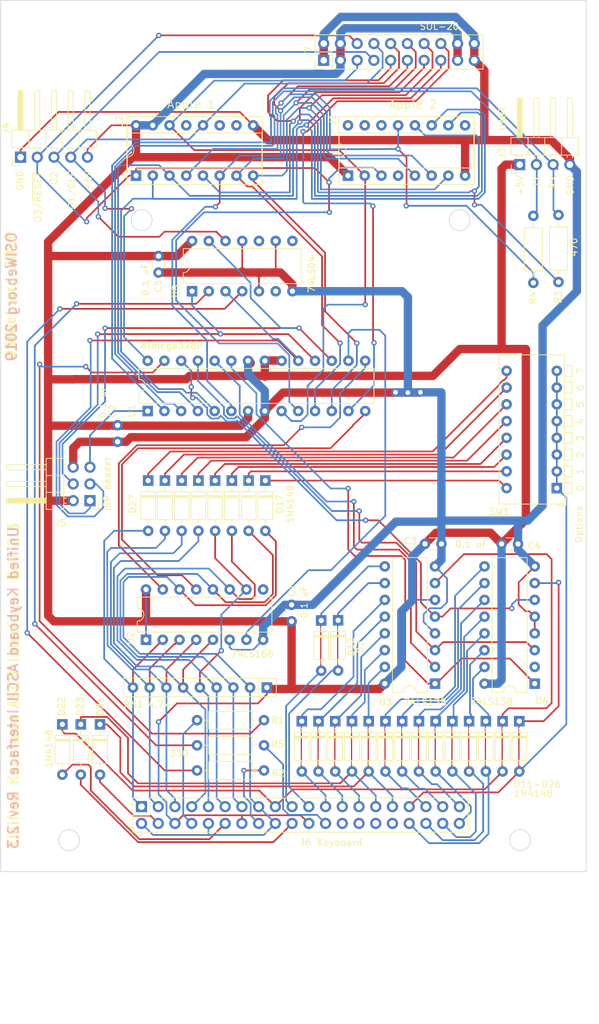
<source format=kicad_pcb>
(kicad_pcb (version 20171130) (host pcbnew "(5.1.5-0-10_14)")
  (title_block (title "Unified Retro Keyboard") (date 2019-12-13) (rev 2.3))
  (layers (0 F.Cu signal) (31 B.Cu signal) (34 B.Paste user) (35 F.Paste user) (36 B.SilkS user) (37 F.SilkS user) (38 B.Mask user) (39 F.Mask user) (44 Edge.Cuts user))
  (net 0 "")
  (net 1 GND)
  (net 2 +5V)
  (net 3 /Row3)
  (net 4 /Row0)
  (net 5 /Row1)
  (net 6 /Row4)
  (net 7 /Row5)
  (net 8 /Row7)
  (net 9 /D7)
  (net 10 /D1)
  (net 11 /D2)
  (net 12 /D3)
  (net 13 /D4)
  (net 14 /D5)
  (net 15 /D6)
  (net 16 /Col0)
  (net 17 /Col1)
  (net 18 /Col2)
  (net 19 /Col3)
  (net 20 /Col4)
  (net 21 /Col5)
  (net 22 /Col6)
  (net 23 /Col7)
  (net 24 /Row6)
  (net 25 /Row2)
  (net 26 /D0)
  (net 27 "Net-(U1-Pad25)")
  (net 28 "Net-(U1-Pad24)")
  (net 29 "Net-(U1-Pad23)")
  (net 30 /~STROBE)
  (net 31 "Net-(U1-Pad14)")
  (net 32 "Net-(U1-Pad26)")
  (net 33 "Net-(U1-Pad16)")
  (net 34 "Net-(U1-Pad15)")
  (net 35 /Row10)
  (net 36 /Row9)
  (net 37 /Row8)
  (net 38 /Row15)
  (net 39 /Row14)
  (net 40 /Row13)
  (net 41 /Row12)
  (net 42 /Row11)
  (net 43 /~RESET)
  (net 44 /Tx)
  (net 45 /Rx)
  (net 46 "Net-(U4-Pad2)")
  (net 47 "Net-(D11-Pad1)")
  (net 48 "Net-(D12-Pad1)")
  (net 49 "Net-(D13-Pad1)")
  (net 50 "Net-(D14-Pad1)")
  (net 51 "Net-(D15-Pad1)")
  (net 52 "Net-(D16-Pad1)")
  (net 53 "Net-(D17-Pad1)")
  (net 54 "Net-(D18-Pad1)")
  (net 55 "Net-(D19-Pad1)")
  (net 56 "Net-(D20-Pad1)")
  (net 57 "Net-(D24-Pad1)")
  (net 58 "Net-(D25-Pad1)")
  (net 59 "Net-(D26-Pad1)")
  (net 60 "Net-(D3-Pad1)")
  (net 61 "Net-(D4-Pad1)")
  (net 62 "Net-(D5-Pad1)")
  (net 63 "Net-(D6-Pad1)")
  (net 64 "Net-(D7-Pad1)")
  (net 65 "Net-(D8-Pad1)")
  (net 66 "Net-(D9-Pad1)")
  (net 67 "Net-(D10-Pad1)")
  (net 68 "Net-(D1-Pad1)")
  (net 69 "Net-(D2-Pad1)")
  (net 70 "Net-(D21-Pad2)")
  (net 71 "Net-(D22-Pad2)")
  (net 72 "Net-(D23-Pad2)")
  (net 73 "Net-(D27-Pad1)")
  (net 74 "Net-(J1-Pad9)")
  (net 75 "Net-(J1-Pad4)")
  (net 76 "Net-(J1-Pad14)")
  (net 77 "Net-(J1-Pad15)")
  (net 78 "Net-(J1-Pad16)")
  (net 79 "Net-(J2-Pad10)")
  (net 80 "Net-(J2-Pad11)")
  (net 81 "Net-(J2-Pad13)")
  (net 82 "Net-(J6-Pad32)")
  (net 83 "Net-(J6-Pad30)")
  (net 84 "Net-(J6-Pad28)")
  (net 85 "Net-(J6-Pad26)")
  (net 86 "Net-(J6-Pad24)")
  (net 87 "Net-(J6-Pad16)")
  (net 88 "Net-(U2-Pad9)")
  (net 89 "Net-(J6-Pad8)")
  (net 90 /LED1)
  (net 91 "Net-(R2-Pad1)")
  (net 92 "Net-(R5-Pad1)")
  (net 93 "Net-(U5-Pad6)")
  (net 94 "Net-(U5-Pad10)")
  (net 95 "Net-(U5-Pad8)")
  (net 96 /OUT1)
  (net 97 /OUT2)
  (net 98 /OUT3)
  (net 99 /MOSI-OUT2)
  (net 100 /SCK-LED2)
  (net 101 /MISO-LED3)
  (module unikbd:PinHeader_2x20_P2.54mm_Vertical (layer F.Cu) (at 185.397 175.5918 90)
    (fp_text reference J6 (at -2.8702 24.7015 180) (layer F.SilkS))
    (fp_text value Keyboard (at -2.8702 29.9085 180) (layer F.SilkS))
    (pad 40 thru_hole oval (at 0.0254 48.0822 90) (size 1.7 1.7) (drill 1) (layers *.Cu *.Mask) (net 42 /Row11))
    (pad 39 thru_hole oval (at 2.5654 48.0822 90) (size 1.7 1.7) (drill 1) (layers *.Cu *.Mask) (net 41 /Row12))
    (pad 38 thru_hole oval (at 0.0254 45.5422 90) (size 1.7 1.7) (drill 1) (layers *.Cu *.Mask) (net 35 /Row10))
    (pad 37 thru_hole oval (at 2.5654 45.5422 90) (size 1.7 1.7) (drill 1) (layers *.Cu *.Mask) (net 40 /Row13))
    (pad 36 thru_hole oval (at 0.0254 43.0022 90) (size 1.7 1.7) (drill 1) (layers *.Cu *.Mask) (net 36 /Row9))
    (pad 35 thru_hole oval (at 2.5654 43.0022 90) (size 1.7 1.7) (drill 1) (layers *.Cu *.Mask) (net 39 /Row14))
    (pad 34 thru_hole oval (at 0.0254 40.4622 90) (size 1.7 1.7) (drill 1) (layers *.Cu *.Mask) (net 37 /Row8))
    (pad 33 thru_hole oval (at 2.5654 40.4622 90) (size 1.7 1.7) (drill 1) (layers *.Cu *.Mask) (net 38 /Row15))
    (pad 32 thru_hole oval (at 0.0254 37.9222 90) (size 1.7 1.7) (drill 1) (layers *.Cu *.Mask) (net 82 "Net-(J6-Pad32)"))
    (pad 31 thru_hole oval (at 2.5654 37.9222 90) (size 1.7 1.7) (drill 1) (layers *.Cu *.Mask) (net 4 /Row0))
    (pad 30 thru_hole oval (at 0.0254 35.3822 90) (size 1.7 1.7) (drill 1) (layers *.Cu *.Mask) (net 83 "Net-(J6-Pad30)"))
    (pad 29 thru_hole oval (at 2.5654 35.3822 90) (size 1.7 1.7) (drill 1) (layers *.Cu *.Mask) (net 5 /Row1))
    (pad 28 thru_hole oval (at 0.0254 32.8422 90) (size 1.7 1.7) (drill 1) (layers *.Cu *.Mask) (net 84 "Net-(J6-Pad28)"))
    (pad 27 thru_hole oval (at 2.5654 32.8422 90) (size 1.7 1.7) (drill 1) (layers *.Cu *.Mask) (net 25 /Row2))
    (pad 26 thru_hole oval (at 0.0254 30.3022 90) (size 1.7 1.7) (drill 1) (layers *.Cu *.Mask) (net 85 "Net-(J6-Pad26)"))
    (pad 25 thru_hole oval (at 2.5654 30.3022 90) (size 1.7 1.7) (drill 1) (layers *.Cu *.Mask) (net 3 /Row3))
    (pad 24 thru_hole oval (at 0.0254 27.7622 90) (size 1.7 1.7) (drill 1) (layers *.Cu *.Mask) (net 86 "Net-(J6-Pad24)"))
    (pad 23 thru_hole oval (at 2.5654 27.7622 90) (size 1.7 1.7) (drill 1) (layers *.Cu *.Mask) (net 6 /Row4))
    (pad 22 thru_hole oval (at 0.0254 25.2222 90) (size 1.7 1.7) (drill 1) (layers *.Cu *.Mask) (net 2 +5V))
    (pad 21 thru_hole oval (at 2.5654 25.2222 90) (size 1.7 1.7) (drill 1) (layers *.Cu *.Mask) (net 7 /Row5))
    (pad 20 thru_hole oval (at 0.0254 22.6822 90) (size 1.7 1.7) (drill 1) (layers *.Cu *.Mask) (net 72 "Net-(D23-Pad2)"))
    (pad 19 thru_hole oval (at 2.5654 22.6822 90) (size 1.7 1.7) (drill 1) (layers *.Cu *.Mask) (net 24 /Row6))
    (pad 18 thru_hole oval (at 0.0254 20.1422 90) (size 1.7 1.7) (drill 1) (layers *.Cu *.Mask) (net 16 /Col0))
    (pad 17 thru_hole oval (at 2.5654 20.1422 90) (size 1.7 1.7) (drill 1) (layers *.Cu *.Mask) (net 8 /Row7))
    (pad 16 thru_hole oval (at 0.0254 17.6022 90) (size 1.7 1.7) (drill 1) (layers *.Cu *.Mask) (net 87 "Net-(J6-Pad16)"))
    (pad 15 thru_hole oval (at 2.5654 17.6022 90) (size 1.7 1.7) (drill 1) (layers *.Cu *.Mask) (net 16 /Col0))
    (pad 14 thru_hole oval (at 0.0254 15.0622 90) (size 1.7 1.7) (drill 1) (layers *.Cu *.Mask) (net 2 +5V))
    (pad 13 thru_hole oval (at 2.5654 15.0622 90) (size 1.7 1.7) (drill 1) (layers *.Cu *.Mask) (net 17 /Col1))
    (pad 12 thru_hole oval (at 0.0254 12.5222 90) (size 1.7 1.7) (drill 1) (layers *.Cu *.Mask) (net 71 "Net-(D22-Pad2)"))
    (pad 11 thru_hole oval (at 2.5654 12.5222 90) (size 1.7 1.7) (drill 1) (layers *.Cu *.Mask) (net 18 /Col2))
    (pad 10 thru_hole oval (at 0.0254 9.9822 90) (size 1.7 1.7) (drill 1) (layers *.Cu *.Mask) (net 16 /Col0))
    (pad 9 thru_hole oval (at 2.5654 9.9822 90) (size 1.7 1.7) (drill 1) (layers *.Cu *.Mask) (net 19 /Col3))
    (pad 8 thru_hole oval (at 0.0254 7.4422 90) (size 1.7 1.7) (drill 1) (layers *.Cu *.Mask) (net 89 "Net-(J6-Pad8)"))
    (pad 7 thru_hole oval (at 2.5654 7.4422 90) (size 1.7 1.7) (drill 1) (layers *.Cu *.Mask) (net 20 /Col4))
    (pad 6 thru_hole oval (at 0.0254 4.9022 90) (size 1.7 1.7) (drill 1) (layers *.Cu *.Mask) (net 2 +5V))
    (pad 5 thru_hole oval (at 2.5654 4.9022 90) (size 1.7 1.7) (drill 1) (layers *.Cu *.Mask) (net 21 /Col5))
    (pad 4 thru_hole oval (at 0.0254 2.3622 90) (size 1.7 1.7) (drill 1) (layers *.Cu *.Mask) (net 70 "Net-(D21-Pad2)"))
    (pad 3 thru_hole oval (at 2.5654 2.3622 90) (size 1.7 1.7) (drill 1) (layers *.Cu *.Mask) (net 22 /Col6))
    (pad 2 thru_hole oval (at 0.0254 -0.1778 90) (size 1.7 1.7) (drill 1) (layers *.Cu *.Mask) (net 16 /Col0))
    (pad 1 thru_hole rect (at 2.5654 -0.1778 90) (size 1.7 1.7) (drill 1) (layers *.Cu *.Mask) (net 23 /Col7))
  )
  (module unikbd:SOL20-header-vertical (layer F.Cu) (at 212.8798 59.8948 90)
    (fp_text reference J7 (at 1.27 -2.33 90) (layer F.SilkS))
    (fp_text value SOL-20 (at 5.1308 17.5514 180) (layer F.SilkS))
    (pad 20 thru_hole oval (at 2.54 22.86 90) (size 1.7 1.7) (drill 1) (layers *.Cu *.Mask) (net 1 GND))
    (pad 10 thru_hole oval (at 0 22.86 90) (size 1.7 1.7) (drill 1) (layers *.Cu *.Mask) (net 1 GND))
    (pad 19 thru_hole oval (at 2.54 20.32 90) (size 1.7 1.7) (drill 1) (layers *.Cu *.Mask) (net 2 +5V))
    (pad 9 thru_hole oval (at 0 20.32 90) (size 1.7 1.7) (drill 1) (layers *.Cu *.Mask) (net 2 +5V))
    (pad 18 thru_hole oval (at 2.54 17.78 90) (size 1.7 1.7) (drill 1) (layers *.Cu *.Mask) (net 9 /D7))
    (pad 8 thru_hole oval (at 0 17.78 90) (size 1.7 1.7) (drill 1) (layers *.Cu *.Mask) (net 12 /D3))
    (pad 17 thru_hole oval (at 2.54 15.24 90) (size 1.7 1.7) (drill 1) (layers *.Cu *.Mask) (net 15 /D6))
    (pad 7 thru_hole oval (at 0 15.24 90) (size 1.7 1.7) (drill 1) (layers *.Cu *.Mask) (net 11 /D2))
    (pad 16 thru_hole oval (at 2.54 12.7 90) (size 1.7 1.7) (drill 1) (layers *.Cu *.Mask) (net 14 /D5))
    (pad 6 thru_hole oval (at 0 12.7 90) (size 1.7 1.7) (drill 1) (layers *.Cu *.Mask) (net 10 /D1))
    (pad 15 thru_hole oval (at 2.54 10.16 90) (size 1.7 1.7) (drill 1) (layers *.Cu *.Mask) (net 13 /D4))
    (pad 5 thru_hole oval (at 0 10.16 90) (size 1.7 1.7) (drill 1) (layers *.Cu *.Mask) (net 26 /D0))
    (pad 14 thru_hole oval (at 2.54 7.62 90) (size 1.7 1.7) (drill 1) (layers *.Cu *.Mask) (net 96 /OUT1))
    (pad 4 thru_hole oval (at 0 7.62 90) (size 1.7 1.7) (drill 1) (layers *.Cu *.Mask) (net 97 /OUT2))
    (pad 13 thru_hole oval (at 2.54 5.08 90) (size 1.7 1.7) (drill 1) (layers *.Cu *.Mask) (net 98 /OUT3))
    (pad 3 thru_hole oval (at 0 5.08 90) (size 1.7 1.7) (drill 1) (layers *.Cu *.Mask) (net 30 /~STROBE))
    (pad 12 thru_hole oval (at 2.54 2.54 90) (size 1.7 1.7) (drill 1) (layers *.Cu *.Mask) (net 2 +5V))
    (pad 2 thru_hole oval (at 0 2.54 90) (size 1.7 1.7) (drill 1) (layers *.Cu *.Mask) (net 2 +5V))
    (pad 11 thru_hole oval (at 2.54 0 90) (size 1.7 1.7) (drill 1) (layers *.Cu *.Mask) (net 1 GND))
    (pad 1 thru_hole rect (at 0 0 90) (size 1.7 1.7) (drill 1) (layers *.Cu *.Mask) (net 1 GND))
  )
  (module Package_DIP:DIP-16_W7.62mm (layer F.Cu) (at 185.905 147.728 90)
    (fp_text reference U2 (at 0.254 -2.33 90) (layer F.SilkS))
    (fp_text value 74LS166 (at -2.159 16.129) (layer F.SilkS))
    (pad 16 thru_hole oval (at 7.62 0 90) (size 1.6 1.6) (drill 0.8) (layers *.Cu *.Mask) (net 2 +5V))
    (pad 8 thru_hole oval (at 0 17.78 90) (size 1.6 1.6) (drill 0.8) (layers *.Cu *.Mask) (net 1 GND))
    (pad 15 thru_hole oval (at 7.62 2.54 90) (size 1.6 1.6) (drill 0.8) (layers *.Cu *.Mask) (net 34 "Net-(U1-Pad15)"))
    (pad 7 thru_hole oval (at 0 15.24 90) (size 1.6 1.6) (drill 0.8) (layers *.Cu *.Mask) (net 33 "Net-(U1-Pad16)"))
    (pad 14 thru_hole oval (at 7.62 5.08 90) (size 1.6 1.6) (drill 0.8) (layers *.Cu *.Mask) (net 16 /Col0))
    (pad 6 thru_hole oval (at 0 12.7 90) (size 1.6 1.6) (drill 0.8) (layers *.Cu *.Mask) (net 1 GND))
    (pad 13 thru_hole oval (at 7.62 7.62 90) (size 1.6 1.6) (drill 0.8) (layers *.Cu *.Mask) (net 31 "Net-(U1-Pad14)"))
    (pad 5 thru_hole oval (at 0 10.16 90) (size 1.6 1.6) (drill 0.8) (layers *.Cu *.Mask) (net 20 /Col4))
    (pad 12 thru_hole oval (at 7.62 10.16 90) (size 1.6 1.6) (drill 0.8) (layers *.Cu *.Mask) (net 17 /Col1))
    (pad 4 thru_hole oval (at 0 7.62 90) (size 1.6 1.6) (drill 0.8) (layers *.Cu *.Mask) (net 21 /Col5))
    (pad 11 thru_hole oval (at 7.62 12.7 90) (size 1.6 1.6) (drill 0.8) (layers *.Cu *.Mask) (net 18 /Col2))
    (pad 3 thru_hole oval (at 0 5.08 90) (size 1.6 1.6) (drill 0.8) (layers *.Cu *.Mask) (net 22 /Col6))
    (pad 10 thru_hole oval (at 7.62 15.24 90) (size 1.6 1.6) (drill 0.8) (layers *.Cu *.Mask) (net 19 /Col3))
    (pad 2 thru_hole oval (at 0 2.54 90) (size 1.6 1.6) (drill 0.8) (layers *.Cu *.Mask) (net 23 /Col7))
    (pad 9 thru_hole oval (at 7.62 17.78 90) (size 1.6 1.6) (drill 0.8) (layers *.Cu *.Mask) (net 88 "Net-(U2-Pad9)"))
    (pad 1 thru_hole rect (at 0 0 90) (size 1.6 1.6) (drill 0.8) (layers *.Cu *.Mask) (net 2 +5V))
  )
  (module Package_DIP:DIP-14_W7.62mm (layer F.Cu) (at 192.89 94.896 90)
    (fp_text reference U5 (at 0 -2.413 90) (layer F.SilkS))
    (fp_text value 74LS04 (at 2.54 18.161 90) (layer F.SilkS))
    (pad 14 thru_hole oval (at 7.62 0 90) (size 1.6 1.6) (drill 0.8) (layers *.Cu *.Mask) (net 2 +5V))
    (pad 7 thru_hole oval (at 0 15.24 90) (size 1.6 1.6) (drill 0.8) (layers *.Cu *.Mask) (net 1 GND))
    (pad 13 thru_hole oval (at 7.62 2.54 90) (size 1.6 1.6) (drill 0.8) (layers *.Cu *.Mask) (net 99 /MOSI-OUT2))
    (pad 6 thru_hole oval (at 0 12.7 90) (size 1.6 1.6) (drill 0.8) (layers *.Cu *.Mask) (net 93 "Net-(U5-Pad6)"))
    (pad 12 thru_hole oval (at 7.62 5.08 90) (size 1.6 1.6) (drill 0.8) (layers *.Cu *.Mask) (net 97 /OUT2))
    (pad 5 thru_hole oval (at 0 10.16 90) (size 1.6 1.6) (drill 0.8) (layers *.Cu *.Mask) (net 1 GND))
    (pad 11 thru_hole oval (at 7.62 7.62 90) (size 1.6 1.6) (drill 0.8) (layers *.Cu *.Mask) (net 1 GND))
    (pad 4 thru_hole oval (at 0 7.62 90) (size 1.6 1.6) (drill 0.8) (layers *.Cu *.Mask) (net 91 "Net-(R2-Pad1)"))
    (pad 10 thru_hole oval (at 7.62 10.16 90) (size 1.6 1.6) (drill 0.8) (layers *.Cu *.Mask) (net 94 "Net-(U5-Pad10)"))
    (pad 3 thru_hole oval (at 0 5.08 90) (size 1.6 1.6) (drill 0.8) (layers *.Cu *.Mask) (net 100 /SCK-LED2))
    (pad 9 thru_hole oval (at 7.62 12.7 90) (size 1.6 1.6) (drill 0.8) (layers *.Cu *.Mask) (net 1 GND))
    (pad 2 thru_hole oval (at 0 2.54 90) (size 1.6 1.6) (drill 0.8) (layers *.Cu *.Mask) (net 92 "Net-(R5-Pad1)"))
    (pad 8 thru_hole oval (at 7.62 15.24 90) (size 1.6 1.6) (drill 0.8) (layers *.Cu *.Mask) (net 95 "Net-(U5-Pad8)"))
    (pad 1 thru_hole rect (at 0 0 90) (size 1.6 1.6) (drill 0.8) (layers *.Cu *.Mask) (net 101 /MISO-LED3))
  )
  (module Resistor_THT:R_Axial_DIN0207_L6.3mm_D2.5mm_P10.16mm_Horizontal (layer F.Cu) (at 193.652 167.54)
    (fp_text reference R2 (at 12.319 0.4064) (layer F.SilkS))
    (fp_text value 330)
    (pad 2 thru_hole oval (at 10.16 0) (size 1.6 1.6) (drill 0.8) (layers *.Cu *.Mask) (net 87 "Net-(J6-Pad16)"))
    (pad 1 thru_hole circle (at 0 0) (size 1.6 1.6) (drill 0.8) (layers *.Cu *.Mask) (net 91 "Net-(R2-Pad1)"))
  )
  (module Connector_PinHeader_2.54mm:PinHeader_1x05_P2.54mm_Horizontal (layer F.Cu) (at 166.855 74.576 90)
    (fp_text reference J4 (at 4.385 -2.27 90) (layer F.SilkS))
    (fp_text value Conn_01x05)
    (pad 5 thru_hole oval (at 0 10.16 90) (size 1.7 1.7) (drill 1) (layers *.Cu *.Mask) (net 2 +5V))
    (pad 4 thru_hole oval (at 0 7.62 90) (size 1.7 1.7) (drill 1) (layers *.Cu *.Mask) (net 96 /OUT1))
    (pad 3 thru_hole oval (at 0 5.08 90) (size 1.7 1.7) (drill 1) (layers *.Cu *.Mask) (net 97 /OUT2))
    (pad 2 thru_hole oval (at 0 2.54 90) (size 1.7 1.7) (drill 1) (layers *.Cu *.Mask) (net 98 /OUT3))
    (pad 1 thru_hole rect (at 0 0 90) (size 1.7 1.7) (drill 1) (layers *.Cu *.Mask) (net 1 GND))
  )
  (module Resistor_THT:R_Axial_DIN0207_L6.3mm_D2.5mm_P10.16mm_Horizontal (layer F.Cu) (at 244.706 93.626 90)
    (fp_text reference R4 (at -2.286 -0.0762 90) (layer F.SilkS))
    (fp_text value R_US hide)
    (pad 2 thru_hole oval (at 10.16 0 90) (size 1.6 1.6) (drill 0.8) (layers *.Cu *.Mask) (net 44 /Tx))
    (pad 1 thru_hole circle (at 0 0 90) (size 1.6 1.6) (drill 0.8) (layers *.Cu *.Mask) (net 10 /D1))
  )
  (module Capacitor_THT:C_Disc_D3.0mm_W1.6mm_P2.50mm (layer F.Cu) (at 187.81 89.562 270)
    (fp_text reference C5 (at 4.572 0 90) (layer F.SilkS))
    (fp_text value "0.1 uF" (at 3.556 2.05 90) (layer F.SilkS))
    (pad 2 thru_hole circle (at 2.5 0 270) (size 1.6 1.6) (drill 0.8) (layers *.Cu *.Mask) (net 1 GND))
    (pad 1 thru_hole circle (at 0 0 270) (size 1.6 1.6) (drill 0.8) (layers *.Cu *.Mask) (net 2 +5V))
  )
  (module Resistor_THT:R_Axial_DIN0207_L6.3mm_D2.5mm_P10.16mm_Horizontal (layer F.Cu) (at 203.812 159.92 180)
    (fp_text reference R1 (at -2.1082 0.0254) (layer F.SilkS))
    (fp_text value 330)
    (pad 2 thru_hole oval (at 10.16 0 180) (size 1.6 1.6) (drill 0.8) (layers *.Cu *.Mask) (net 89 "Net-(J6-Pad8)"))
    (pad 1 thru_hole circle (at 0 0 180) (size 1.6 1.6) (drill 0.8) (layers *.Cu *.Mask) (net 90 /LED1))
  )
  (module unikbd:D_DO-35_SOD27_P7.62mm_Horizontal_bypassed (layer F.Cu) (at 222.25 160.0724 270)
    (fp_text reference D16 hide)
    (fp_text value 1N4148 hide)
    (fp_poly (pts (xy 7.239 0.127) (xy 0.381 0.127) (xy 0.381 0) (xy 7.239 0)) (layer F.Cu) (width 0.0508))
    (pad 1 thru_hole rect (at 0 0 270) (size 1.6 1.6) (drill 0.8) (layers *.Cu *.Mask) (net 52 "Net-(D16-Pad1)"))
    (pad 2 thru_hole oval (at 7.62 0 270) (size 1.6 1.6) (drill 0.8) (layers *.Cu *.Mask) (net 39 /Row14))
  )
  (module unikbd:D_DO-35_SOD27_P7.62mm_Horizontal_bypassed (layer F.Cu) (at 227.33 160.0724 270)
    (fp_text reference D15 hide)
    (fp_text value 1N4148)
    (fp_poly (pts (xy 7.239 0.127) (xy 0.381 0.127) (xy 0.381 0) (xy 7.239 0)) (layer F.Cu) (width 0.0508))
    (pad 1 thru_hole rect (at 0 0 270) (size 1.6 1.6) (drill 0.8) (layers *.Cu *.Mask) (net 51 "Net-(D15-Pad1)"))
    (pad 2 thru_hole oval (at 7.62 0 270) (size 1.6 1.6) (drill 0.8) (layers *.Cu *.Mask) (net 41 /Row12))
  )
  (module unikbd:D_DO-35_SOD27_P7.62mm_Horizontal_bypassed (layer F.Cu) (at 232.41 160.0724 270)
    (fp_text reference D14 hide)
    (fp_text value 1N4148)
    (fp_poly (pts (xy 7.239 0.127) (xy 0.381 0.127) (xy 0.381 0) (xy 7.239 0)) (layer F.Cu) (width 0.0508))
    (pad 1 thru_hole rect (at 0 0 270) (size 1.6 1.6) (drill 0.8) (layers *.Cu *.Mask) (net 50 "Net-(D14-Pad1)"))
    (pad 2 thru_hole oval (at 7.62 0 270) (size 1.6 1.6) (drill 0.8) (layers *.Cu *.Mask) (net 35 /Row10))
  )
  (module unikbd:D_DO-35_SOD27_P7.62mm_Horizontal_bypassed (layer F.Cu) (at 237.49 160.0724 270)
    (fp_text reference D13 hide)
    (fp_text value 1N4148)
    (fp_poly (pts (xy 7.239 0.127) (xy 0.381 0.127) (xy 0.381 0) (xy 7.239 0)) (layer F.Cu) (width 0.0508))
    (pad 1 thru_hole rect (at 0 0 270) (size 1.6 1.6) (drill 0.8) (layers *.Cu *.Mask) (net 49 "Net-(D13-Pad1)"))
    (pad 2 thru_hole oval (at 7.62 0 270) (size 1.6 1.6) (drill 0.8) (layers *.Cu *.Mask) (net 37 /Row8))
  )
  (module unikbd:D_DO-35_SOD27_P7.62mm_Horizontal_bypassed (layer F.Cu) (at 242.57 160.0724 270)
    (fp_text reference D8 hide)
    (fp_text value 1N4148 hide)
    (fp_poly (pts (xy 7.239 0.127) (xy 0.381 0.127) (xy 0.381 0) (xy 7.239 0)) (layer F.Cu) (width 0.0508))
    (pad 1 thru_hole rect (at 0 0 270) (size 1.6 1.6) (drill 0.8) (layers *.Cu *.Mask) (net 65 "Net-(D8-Pad1)"))
    (pad 2 thru_hole oval (at 7.62 0 270) (size 1.6 1.6) (drill 0.8) (layers *.Cu *.Mask) (net 38 /Row15))
  )
  (module unikbd:D_DO-35_SOD27_P7.62mm_Horizontal_bypassed (layer F.Cu) (at 224.79 160.0724 270)
    (fp_text reference D7 hide)
    (fp_text value 1N4148)
    (fp_poly (pts (xy 7.239 0.127) (xy 0.381 0.127) (xy 0.381 0) (xy 7.239 0)) (layer F.Cu) (width 0.0508))
    (pad 1 thru_hole rect (at 0 0 270) (size 1.6 1.6) (drill 0.8) (layers *.Cu *.Mask) (net 64 "Net-(D7-Pad1)"))
    (pad 2 thru_hole oval (at 7.62 0 270) (size 1.6 1.6) (drill 0.8) (layers *.Cu *.Mask) (net 40 /Row13))
  )
  (module unikbd:D_DO-35_SOD27_P7.62mm_Horizontal_bypassed (layer F.Cu) (at 229.87 160.0724 270)
    (fp_text reference D6 hide)
    (fp_text value 1N4148)
    (fp_poly (pts (xy 7.239 0.127) (xy 0.381 0.127) (xy 0.381 0) (xy 7.239 0)) (layer F.Cu) (width 0.0508))
    (pad 1 thru_hole rect (at 0 0 270) (size 1.6 1.6) (drill 0.8) (layers *.Cu *.Mask) (net 63 "Net-(D6-Pad1)"))
    (pad 2 thru_hole oval (at 7.62 0 270) (size 1.6 1.6) (drill 0.8) (layers *.Cu *.Mask) (net 42 /Row11))
  )
  (module unikbd:D_DO-35_SOD27_P7.62mm_Horizontal_bypassed (layer F.Cu) (at 234.95 160.0724 270)
    (fp_text reference D5 hide)
    (fp_text value 1N4148)
    (fp_poly (pts (xy 7.239 0.127) (xy 0.381 0.127) (xy 0.381 0) (xy 7.239 0)) (layer F.Cu) (width 0.0508))
    (pad 1 thru_hole rect (at 0 0 270) (size 1.6 1.6) (drill 0.8) (layers *.Cu *.Mask) (net 62 "Net-(D5-Pad1)"))
    (pad 2 thru_hole oval (at 7.62 0 270) (size 1.6 1.6) (drill 0.8) (layers *.Cu *.Mask) (net 36 /Row9))
  )
  (module unikbd:D_DO-35_SOD27_P7.62mm_Horizontal_bypassed (layer F.Cu) (at 212.4988 144.807 270)
    (fp_text reference D12 (at 3.9878 -4.4958 90) (layer F.SilkS))
    (fp_text value 1N4148)
    (fp_poly (pts (xy 7.239 0.127) (xy 0.381 0.127) (xy 0.381 0) (xy 7.239 0)) (layer F.Cu) (width 0.0508))
    (pad 1 thru_hole rect (at 0 0 270) (size 1.6 1.6) (drill 0.8) (layers *.Cu *.Mask) (net 48 "Net-(D12-Pad1)"))
    (pad 2 thru_hole oval (at 7.62 0 270) (size 1.6 1.6) (drill 0.8) (layers *.Cu *.Mask) (net 24 /Row6))
  )
  (module unikbd:D_DO-35_SOD27_P7.62mm_Horizontal_bypassed (layer F.Cu) (at 209.55 160.0724 270)
    (fp_text reference D11 hide)
    (fp_text value 1N4148)
    (fp_poly (pts (xy 7.239 0.127) (xy 0.381 0.127) (xy 0.381 0) (xy 7.239 0)) (layer F.Cu) (width 0.0508))
    (pad 1 thru_hole rect (at 0 0 270) (size 1.6 1.6) (drill 0.8) (layers *.Cu *.Mask) (net 47 "Net-(D11-Pad1)"))
    (pad 2 thru_hole oval (at 7.62 0 270) (size 1.6 1.6) (drill 0.8) (layers *.Cu *.Mask) (net 6 /Row4))
  )
  (module unikbd:D_DO-35_SOD27_P7.62mm_Horizontal_bypassed (layer F.Cu) (at 214.63 160.0724 270)
    (fp_text reference D10 hide)
    (fp_text value 1N4148)
    (fp_poly (pts (xy 7.239 0.127) (xy 0.381 0.127) (xy 0.381 0) (xy 7.239 0)) (layer F.Cu) (width 0.0508))
    (pad 1 thru_hole rect (at 0 0 270) (size 1.6 1.6) (drill 0.8) (layers *.Cu *.Mask) (net 67 "Net-(D10-Pad1)"))
    (pad 2 thru_hole oval (at 7.62 0 270) (size 1.6 1.6) (drill 0.8) (layers *.Cu *.Mask) (net 25 /Row2))
  )
  (module unikbd:D_DO-35_SOD27_P7.62mm_Horizontal_bypassed (layer F.Cu) (at 219.71 160.0724 270)
    (fp_text reference D9 hide)
    (fp_text value 1N4148)
    (fp_poly (pts (xy 7.239 0.127) (xy 0.381 0.127) (xy 0.381 0) (xy 7.239 0)) (layer F.Cu) (width 0.0508))
    (pad 1 thru_hole rect (at 0 0 270) (size 1.6 1.6) (drill 0.8) (layers *.Cu *.Mask) (net 66 "Net-(D9-Pad1)"))
    (pad 2 thru_hole oval (at 7.62 0 270) (size 1.6 1.6) (drill 0.8) (layers *.Cu *.Mask) (net 4 /Row0))
  )
  (module unikbd:D_DO-35_SOD27_P7.62mm_Horizontal_bypassed (layer F.Cu) (at 240.03 160.0724 270)
    (fp_text reference D4 hide)
    (fp_text value 1N4148)
    (fp_poly (pts (xy 7.239 0.127) (xy 0.381 0.127) (xy 0.381 0) (xy 7.239 0)) (layer F.Cu) (width 0.0508))
    (pad 1 thru_hole rect (at 0 0 270) (size 1.6 1.6) (drill 0.8) (layers *.Cu *.Mask) (net 61 "Net-(D4-Pad1)"))
    (pad 2 thru_hole oval (at 7.62 0 270) (size 1.6 1.6) (drill 0.8) (layers *.Cu *.Mask) (net 8 /Row7))
  )
  (module unikbd:D_DO-35_SOD27_P7.62mm_Horizontal_bypassed (layer F.Cu) (at 215.0642 144.7816 270)
    (fp_text reference D3 (at 4.0132 -3.3528 90) (layer F.SilkS))
    (fp_text value 1N4148)
    (fp_poly (pts (xy 7.239 0.127) (xy 0.381 0.127) (xy 0.381 0) (xy 7.239 0)) (layer F.Cu) (width 0.0508))
    (pad 1 thru_hole rect (at 0 0 270) (size 1.6 1.6) (drill 0.8) (layers *.Cu *.Mask) (net 60 "Net-(D3-Pad1)"))
    (pad 2 thru_hole oval (at 7.62 0 270) (size 1.6 1.6) (drill 0.8) (layers *.Cu *.Mask) (net 7 /Row5))
  )
  (module unikbd:D_DO-35_SOD27_P7.62mm_Horizontal_bypassed (layer F.Cu) (at 212.09 160.0724 270)
    (fp_text reference D2 hide)
    (fp_text value 1N4148)
    (fp_poly (pts (xy 7.239 0.127) (xy 0.381 0.127) (xy 0.381 0) (xy 7.239 0)) (layer F.Cu) (width 0.0508))
    (pad 1 thru_hole rect (at 0 0 270) (size 1.6 1.6) (drill 0.8) (layers *.Cu *.Mask) (net 69 "Net-(D2-Pad1)"))
    (pad 2 thru_hole oval (at 7.62 0 270) (size 1.6 1.6) (drill 0.8) (layers *.Cu *.Mask) (net 3 /Row3))
  )
  (module unikbd:D_DO-35_SOD27_P7.62mm_Horizontal_bypassed (layer F.Cu) (at 217.17 160.0724 270)
    (fp_text reference D1 hide)
    (fp_text value 1N4148)
    (fp_poly (pts (xy 7.239 0.127) (xy 0.381 0.127) (xy 0.381 0) (xy 7.239 0)) (layer F.Cu) (width 0.0508))
    (pad 1 thru_hole rect (at 0 0 270) (size 1.6 1.6) (drill 0.8) (layers *.Cu *.Mask) (net 68 "Net-(D1-Pad1)"))
    (pad 2 thru_hole oval (at 7.62 0 270) (size 1.6 1.6) (drill 0.8) (layers *.Cu *.Mask) (net 5 /Row1))
  )
  (module Resistor_THT:R_Axial_DIN0207_L6.3mm_D2.5mm_P10.16mm_Horizontal (layer F.Cu) (at 193.652 163.73)
    (fp_text reference R5 (at 12.2682 -0.1524) (layer F.SilkS))
    (fp_text value 330 (at -2.7178 1.2192) (layer F.SilkS))
    (pad 2 thru_hole oval (at 10.16 0) (size 1.6 1.6) (drill 0.8) (layers *.Cu *.Mask) (net 86 "Net-(J6-Pad24)"))
    (pad 1 thru_hole circle (at 0 0) (size 1.6 1.6) (drill 0.8) (layers *.Cu *.Mask) (net 92 "Net-(R5-Pad1)"))
  )
  (module Diode_THT:D_DO-35_SOD27_P7.62mm_Horizontal (layer F.Cu) (at 175.999 160.555 270)
    (fp_text reference D23 (at -2.7305 0.0762 90) (layer F.SilkS))
    (fp_text value 1N4148)
    (pad 2 thru_hole oval (at 7.62 0 270) (size 1.6 1.6) (drill 0.8) (layers *.Cu *.Mask) (net 72 "Net-(D23-Pad2)"))
    (pad 1 thru_hole rect (at 0 0 270) (size 1.6 1.6) (drill 0.8) (layers *.Cu *.Mask) (net 5 /Row1))
  )
  (module Connector_PinHeader_2.54mm:PinHeader_1x04_P2.54mm_Horizontal (layer F.Cu) (at 242.62828 75.70376 90)
    (fp_text reference J3 (at 1.76276 -2.74828 90) (layer F.SilkS))
    (fp_text value UART (at 6.96976 -2.62128 90) (layer F.SilkS))
    (pad 4 thru_hole oval (at 0 7.62 90) (size 1.7 1.7) (drill 1) (layers *.Cu *.Mask) (net 1 GND))
    (pad 3 thru_hole oval (at 0 5.08 90) (size 1.7 1.7) (drill 1) (layers *.Cu *.Mask) (net 45 /Rx))
    (pad 2 thru_hole oval (at 0 2.54 90) (size 1.7 1.7) (drill 1) (layers *.Cu *.Mask) (net 44 /Tx))
    (pad 1 thru_hole rect (at 0 0 90) (size 1.7 1.7) (drill 1) (layers *.Cu *.Mask) (net 2 +5V))
  )
  (module Button_Switch_THT:SW_DIP_SPSTx08_Piano_CTS_Series194-8MSTN_W7.62mm_P2.54mm (layer F.Cu) (at 248.262 124.741 180)
    (fp_text reference SW1 (at 8.7122 -3.6068) (layer F.SilkS))
    (fp_text value Options (at -3.3782 -5.4864 90) (layer F.SilkS))
    (pad 1 thru_hole rect (at 0 0 180) (size 1.6 1.6) (drill 0.8) (layers *.Cu *.Mask) (net 38 /Row15))
    (pad 9 thru_hole oval (at 7.62 17.78 180) (size 1.6 1.6) (drill 0.8) (layers *.Cu *.Mask) (net 73 "Net-(D27-Pad1)"))
    (pad 2 thru_hole oval (at 0 2.54 180) (size 1.6 1.6) (drill 0.8) (layers *.Cu *.Mask) (net 38 /Row15))
    (pad 10 thru_hole oval (at 7.62 15.24 180) (size 1.6 1.6) (drill 0.8) (layers *.Cu *.Mask) (net 56 "Net-(D20-Pad1)"))
    (pad 3 thru_hole oval (at 0 5.08 180) (size 1.6 1.6) (drill 0.8) (layers *.Cu *.Mask) (net 38 /Row15))
    (pad 11 thru_hole oval (at 7.62 12.7 180) (size 1.6 1.6) (drill 0.8) (layers *.Cu *.Mask) (net 59 "Net-(D26-Pad1)"))
    (pad 4 thru_hole oval (at 0 7.62 180) (size 1.6 1.6) (drill 0.8) (layers *.Cu *.Mask) (net 38 /Row15))
    (pad 12 thru_hole oval (at 7.62 10.16 180) (size 1.6 1.6) (drill 0.8) (layers *.Cu *.Mask) (net 55 "Net-(D19-Pad1)"))
    (pad 5 thru_hole oval (at 0 10.16 180) (size 1.6 1.6) (drill 0.8) (layers *.Cu *.Mask) (net 38 /Row15))
    (pad 13 thru_hole oval (at 7.62 7.62 180) (size 1.6 1.6) (drill 0.8) (layers *.Cu *.Mask) (net 58 "Net-(D25-Pad1)"))
    (pad 6 thru_hole oval (at 0 12.7 180) (size 1.6 1.6) (drill 0.8) (layers *.Cu *.Mask) (net 38 /Row15))
    (pad 14 thru_hole oval (at 7.62 5.08 180) (size 1.6 1.6) (drill 0.8) (layers *.Cu *.Mask) (net 54 "Net-(D18-Pad1)"))
    (pad 7 thru_hole oval (at 0 15.24 180) (size 1.6 1.6) (drill 0.8) (layers *.Cu *.Mask) (net 38 /Row15))
    (pad 15 thru_hole oval (at 7.62 2.54 180) (size 1.6 1.6) (drill 0.8) (layers *.Cu *.Mask) (net 57 "Net-(D24-Pad1)"))
    (pad 8 thru_hole oval (at 0 17.78 180) (size 1.6 1.6) (drill 0.8) (layers *.Cu *.Mask) (net 38 /Row15))
    (pad 16 thru_hole oval (at 7.62 0 180) (size 1.6 1.6) (drill 0.8) (layers *.Cu *.Mask) (net 53 "Net-(D17-Pad1)"))
  )
  (module Diode_THT:D_DO-35_SOD27_P7.62mm_Horizontal (layer F.Cu) (at 186.2352 123.598 270)
    (fp_text reference D27 (at 3.556 2.3368 90) (layer F.SilkS))
    (fp_text value 1N4148 hide)
    (pad 2 thru_hole oval (at 7.62 0 270) (size 1.6 1.6) (drill 0.8) (layers *.Cu *.Mask) (net 23 /Col7))
    (pad 1 thru_hole rect (at 0 0 270) (size 1.6 1.6) (drill 0.8) (layers *.Cu *.Mask) (net 73 "Net-(D27-Pad1)"))
  )
  (module Diode_THT:D_DO-35_SOD27_P7.62mm_Horizontal (layer F.Cu) (at 191.3152 123.598 270)
    (fp_text reference D26)
    (fp_text value 1N4148 hide)
    (pad 2 thru_hole oval (at 7.62 0 270) (size 1.6 1.6) (drill 0.8) (layers *.Cu *.Mask) (net 21 /Col5))
    (pad 1 thru_hole rect (at 0 0 270) (size 1.6 1.6) (drill 0.8) (layers *.Cu *.Mask) (net 59 "Net-(D26-Pad1)"))
  )
  (module Diode_THT:D_DO-35_SOD27_P7.62mm_Horizontal (layer F.Cu) (at 196.3952 123.598 270)
    (fp_text reference D25 hide)
    (fp_text value 1N4148 hide)
    (pad 2 thru_hole oval (at 7.62 0 270) (size 1.6 1.6) (drill 0.8) (layers *.Cu *.Mask) (net 19 /Col3))
    (pad 1 thru_hole rect (at 0 0 270) (size 1.6 1.6) (drill 0.8) (layers *.Cu *.Mask) (net 58 "Net-(D25-Pad1)"))
  )
  (module Diode_THT:D_DO-35_SOD27_P7.62mm_Horizontal (layer F.Cu) (at 201.4752 123.598 270)
    (fp_text reference D24 hide)
    (fp_text value 1N4148 hide)
    (pad 2 thru_hole oval (at 7.62 0 270) (size 1.6 1.6) (drill 0.8) (layers *.Cu *.Mask) (net 17 /Col1))
    (pad 1 thru_hole rect (at 0 0 270) (size 1.6 1.6) (drill 0.8) (layers *.Cu *.Mask) (net 57 "Net-(D24-Pad1)"))
  )
  (module Diode_THT:D_DO-35_SOD27_P7.62mm_Horizontal (layer F.Cu) (at 188.7752 123.598 270)
    (fp_text reference D20 hide)
    (fp_text value 1N4148 hide)
    (pad 2 thru_hole oval (at 7.62 0 270) (size 1.6 1.6) (drill 0.8) (layers *.Cu *.Mask) (net 22 /Col6))
    (pad 1 thru_hole rect (at 0 0 270) (size 1.6 1.6) (drill 0.8) (layers *.Cu *.Mask) (net 56 "Net-(D20-Pad1)"))
  )
  (module Diode_THT:D_DO-35_SOD27_P7.62mm_Horizontal (layer F.Cu) (at 193.8552 123.598 270)
    (fp_text reference D19 hide)
    (fp_text value 1N4148 hide)
    (pad 2 thru_hole oval (at 7.62 0 270) (size 1.6 1.6) (drill 0.8) (layers *.Cu *.Mask) (net 20 /Col4))
    (pad 1 thru_hole rect (at 0 0 270) (size 1.6 1.6) (drill 0.8) (layers *.Cu *.Mask) (net 55 "Net-(D19-Pad1)"))
  )
  (module Diode_THT:D_DO-35_SOD27_P7.62mm_Horizontal (layer F.Cu) (at 198.9352 123.598 270)
    (fp_text reference D18 hide)
    (fp_text value 1N4148 hide)
    (pad 2 thru_hole oval (at 7.62 0 270) (size 1.6 1.6) (drill 0.8) (layers *.Cu *.Mask) (net 18 /Col2))
    (pad 1 thru_hole rect (at 0 0 270) (size 1.6 1.6) (drill 0.8) (layers *.Cu *.Mask) (net 54 "Net-(D18-Pad1)"))
  )
  (module Diode_THT:D_DO-35_SOD27_P7.62mm_Horizontal (layer F.Cu) (at 204.0152 123.598 270)
    (fp_text reference D17 (at 3.556001 -2.2352 90) (layer F.SilkS))
    (fp_text value 1N4148 (at 3.556 -3.7592 90) (layer F.SilkS))
    (pad 2 thru_hole oval (at 7.62 0 270) (size 1.6 1.6) (drill 0.8) (layers *.Cu *.Mask) (net 16 /Col0))
    (pad 1 thru_hole rect (at 0 0 270) (size 1.6 1.6) (drill 0.8) (layers *.Cu *.Mask) (net 53 "Net-(D17-Pad1)"))
  )
  (module Connector_PinHeader_2.54mm:PinHeader_2x03_P2.54mm_Horizontal (layer F.Cu) (at 177.396 126.646 180)
    (fp_text reference J5 (at 4.4958 -3.4036) (layer F.SilkS))
    (fp_text value "ISP header" (at -2.6416 2.54 90) (layer F.SilkS))
    (pad 6 thru_hole oval (at 2.54 5.08 180) (size 1.7 1.7) (drill 1) (layers *.Cu *.Mask) (net 1 GND))
    (pad 5 thru_hole oval (at 0 5.08 180) (size 1.7 1.7) (drill 1) (layers *.Cu *.Mask) (net 43 /~RESET))
    (pad 4 thru_hole oval (at 2.54 2.54 180) (size 1.7 1.7) (drill 1) (layers *.Cu *.Mask) (net 99 /MOSI-OUT2))
    (pad 3 thru_hole oval (at 0 2.54 180) (size 1.7 1.7) (drill 1) (layers *.Cu *.Mask) (net 100 /SCK-LED2))
    (pad 2 thru_hole oval (at 2.54 0 180) (size 1.7 1.7) (drill 1) (layers *.Cu *.Mask) (net 2 +5V))
    (pad 1 thru_hole rect (at 0 0 180) (size 1.7 1.7) (drill 1) (layers *.Cu *.Mask) (net 101 /MISO-LED3))
  )
  (module Capacitor_THT:C_Disc_D3.0mm_W1.6mm_P2.50mm (layer F.Cu) (at 228.2468 133.1992)
    (fp_text reference C3 (at -2.2098 -0.4572) (layer F.SilkS))
    (fp_text value "0.1 uF" (at 7.0612 0.0508) (layer F.SilkS))
    (pad 2 thru_hole circle (at 2.5 0) (size 1.6 1.6) (drill 0.8) (layers *.Cu *.Mask) (net 1 GND))
    (pad 1 thru_hole circle (at 0 0) (size 1.6 1.6) (drill 0.8) (layers *.Cu *.Mask) (net 2 +5V))
  )
  (module Capacitor_THT:C_Disc_D3.0mm_W1.6mm_P2.50mm (layer F.Cu) (at 239.88 133.1992)
    (fp_text reference C4 (at 4.953 0.3048) (layer F.SilkS))
    (fp_text value "0.1 uF" hide)
    (pad 2 thru_hole circle (at 2.5 0) (size 1.6 1.6) (drill 0.8) (layers *.Cu *.Mask) (net 1 GND))
    (pad 1 thru_hole circle (at 0 0) (size 1.6 1.6) (drill 0.8) (layers *.Cu *.Mask) (net 2 +5V))
  )
  (module Capacitor_THT:C_Disc_D3.0mm_W1.6mm_P2.50mm (layer F.Cu) (at 181.587 115.216 270)
    (fp_text reference C2 (at -2.159 0.762 90) (layer F.SilkS))
    (fp_text value "0.1 uF" (at -3.556 2.286 90) (layer F.SilkS))
    (pad 2 thru_hole circle (at 2.5 0 270) (size 1.6 1.6) (drill 0.8) (layers *.Cu *.Mask) (net 1 GND))
    (pad 1 thru_hole circle (at 0 0 270) (size 1.6 1.6) (drill 0.8) (layers *.Cu *.Mask) (net 2 +5V))
  )
  (module Capacitor_THT:C_Disc_D3.0mm_W1.6mm_P2.50mm (layer F.Cu) (at 208.003 144.934 90)
    (fp_text reference C1 (at 4.699 0 90) (layer F.SilkS))
    (fp_text value "0.1 uF" (at 2.921 1.905 90) (layer F.SilkS))
    (pad 2 thru_hole circle (at 2.5 0 90) (size 1.6 1.6) (drill 0.8) (layers *.Cu *.Mask) (net 1 GND))
    (pad 1 thru_hole circle (at 0 0 90) (size 1.6 1.6) (drill 0.8) (layers *.Cu *.Mask) (net 2 +5V))
  )
  (module Package_DIP:DIP-16_W7.62mm (layer F.Cu) (at 244.9092 154.3828 180)
    (fp_text reference U4 (at -1.0922 -2.5908) (layer F.SilkS))
    (fp_text value 74LS138 (at 6.5786 -2.6924) (layer F.SilkS))
    (pad 16 thru_hole oval (at 7.62 0 180) (size 1.6 1.6) (drill 0.8) (layers *.Cu *.Mask) (net 2 +5V))
    (pad 8 thru_hole oval (at 0 17.78 180) (size 1.6 1.6) (drill 0.8) (layers *.Cu *.Mask) (net 1 GND))
    (pad 15 thru_hole oval (at 7.62 2.54 180) (size 1.6 1.6) (drill 0.8) (layers *.Cu *.Mask) (net 49 "Net-(D13-Pad1)"))
    (pad 7 thru_hole oval (at 0 15.24 180) (size 1.6 1.6) (drill 0.8) (layers *.Cu *.Mask) (net 65 "Net-(D8-Pad1)"))
    (pad 14 thru_hole oval (at 7.62 5.08 180) (size 1.6 1.6) (drill 0.8) (layers *.Cu *.Mask) (net 62 "Net-(D5-Pad1)"))
    (pad 6 thru_hole oval (at 0 12.7 180) (size 1.6 1.6) (drill 0.8) (layers *.Cu *.Mask) (net 32 "Net-(U1-Pad26)"))
    (pad 13 thru_hole oval (at 7.62 7.62 180) (size 1.6 1.6) (drill 0.8) (layers *.Cu *.Mask) (net 50 "Net-(D14-Pad1)"))
    (pad 5 thru_hole oval (at 0 10.16 180) (size 1.6 1.6) (drill 0.8) (layers *.Cu *.Mask) (net 1 GND))
    (pad 12 thru_hole oval (at 7.62 10.16 180) (size 1.6 1.6) (drill 0.8) (layers *.Cu *.Mask) (net 63 "Net-(D6-Pad1)"))
    (pad 4 thru_hole oval (at 0 7.62 180) (size 1.6 1.6) (drill 0.8) (layers *.Cu *.Mask) (net 1 GND))
    (pad 11 thru_hole oval (at 7.62 12.7 180) (size 1.6 1.6) (drill 0.8) (layers *.Cu *.Mask) (net 51 "Net-(D15-Pad1)"))
    (pad 3 thru_hole oval (at 0 5.08 180) (size 1.6 1.6) (drill 0.8) (layers *.Cu *.Mask) (net 27 "Net-(U1-Pad25)"))
    (pad 10 thru_hole oval (at 7.62 15.24 180) (size 1.6 1.6) (drill 0.8) (layers *.Cu *.Mask) (net 64 "Net-(D7-Pad1)"))
    (pad 2 thru_hole oval (at 0 2.54 180) (size 1.6 1.6) (drill 0.8) (layers *.Cu *.Mask) (net 46 "Net-(U4-Pad2)"))
    (pad 9 thru_hole oval (at 7.62 17.78 180) (size 1.6 1.6) (drill 0.8) (layers *.Cu *.Mask) (net 52 "Net-(D16-Pad1)"))
    (pad 1 thru_hole rect (at 0 0 180) (size 1.6 1.6) (drill 0.8) (layers *.Cu *.Mask) (net 29 "Net-(U1-Pad23)"))
  )
  (module Package_DIP:DIP-16_W7.62mm (layer F.Cu) (at 229.7708 154.3828 180)
    (fp_text reference U3 (at 7.5184 -2.8448) (layer F.SilkS))
    (fp_text value 74LS138 (at 1.524 -2.8448) (layer F.SilkS))
    (pad 16 thru_hole oval (at 7.62 0 180) (size 1.6 1.6) (drill 0.8) (layers *.Cu *.Mask) (net 2 +5V))
    (pad 8 thru_hole oval (at 0 17.78 180) (size 1.6 1.6) (drill 0.8) (layers *.Cu *.Mask) (net 1 GND))
    (pad 15 thru_hole oval (at 7.62 2.54 180) (size 1.6 1.6) (drill 0.8) (layers *.Cu *.Mask) (net 66 "Net-(D9-Pad1)"))
    (pad 7 thru_hole oval (at 0 15.24 180) (size 1.6 1.6) (drill 0.8) (layers *.Cu *.Mask) (net 61 "Net-(D4-Pad1)"))
    (pad 14 thru_hole oval (at 7.62 5.08 180) (size 1.6 1.6) (drill 0.8) (layers *.Cu *.Mask) (net 68 "Net-(D1-Pad1)"))
    (pad 6 thru_hole oval (at 0 12.7 180) (size 1.6 1.6) (drill 0.8) (layers *.Cu *.Mask) (net 2 +5V))
    (pad 13 thru_hole oval (at 7.62 7.62 180) (size 1.6 1.6) (drill 0.8) (layers *.Cu *.Mask) (net 67 "Net-(D10-Pad1)"))
    (pad 5 thru_hole oval (at 0 10.16 180) (size 1.6 1.6) (drill 0.8) (layers *.Cu *.Mask) (net 32 "Net-(U1-Pad26)"))
    (pad 12 thru_hole oval (at 7.62 10.16 180) (size 1.6 1.6) (drill 0.8) (layers *.Cu *.Mask) (net 69 "Net-(D2-Pad1)"))
    (pad 4 thru_hole oval (at 0 7.62 180) (size 1.6 1.6) (drill 0.8) (layers *.Cu *.Mask) (net 1 GND))
    (pad 11 thru_hole oval (at 7.62 12.7 180) (size 1.6 1.6) (drill 0.8) (layers *.Cu *.Mask) (net 47 "Net-(D11-Pad1)"))
    (pad 3 thru_hole oval (at 0 5.08 180) (size 1.6 1.6) (drill 0.8) (layers *.Cu *.Mask) (net 27 "Net-(U1-Pad25)"))
    (pad 10 thru_hole oval (at 7.62 15.24 180) (size 1.6 1.6) (drill 0.8) (layers *.Cu *.Mask) (net 60 "Net-(D3-Pad1)"))
    (pad 2 thru_hole oval (at 0 2.54 180) (size 1.6 1.6) (drill 0.8) (layers *.Cu *.Mask) (net 28 "Net-(U1-Pad24)"))
    (pad 9 thru_hole oval (at 7.62 17.78 180) (size 1.6 1.6) (drill 0.8) (layers *.Cu *.Mask) (net 48 "Net-(D12-Pad1)"))
    (pad 1 thru_hole rect (at 0 0 180) (size 1.6 1.6) (drill 0.8) (layers *.Cu *.Mask) (net 29 "Net-(U1-Pad23)"))
  )
  (module Resistor_THT:R_Axial_DIN0207_L6.3mm_D2.5mm_P10.16mm_Horizontal (layer F.Cu) (at 248.516 93.499 90)
    (fp_text reference R3 (at -2.286 0 90) (layer F.SilkS))
    (fp_text value 470 (at 5.2832 2.3622 90) (layer F.SilkS))
    (pad 2 thru_hole oval (at 10.16 0 90) (size 1.6 1.6) (drill 0.8) (layers *.Cu *.Mask) (net 45 /Rx))
    (pad 1 thru_hole circle (at 0 0 90) (size 1.6 1.6) (drill 0.8) (layers *.Cu *.Mask) (net 26 /D0))
  )
  (module Package_DIP:DIP-28_W7.62mm (layer F.Cu) (at 186.159 113.057 90)
    (fp_text reference U1 (at 0 -2.413 90) (layer F.SilkS))
    (fp_text value ATmega328P (at 9.906 3.683 180) (layer F.SilkS))
    (pad 28 thru_hole oval (at 7.62 0 90) (size 1.6 1.6) (drill 0.8) (layers *.Cu *.Mask) (net 96 /OUT1))
    (pad 14 thru_hole oval (at 0 33.02 90) (size 1.6 1.6) (drill 0.8) (layers *.Cu *.Mask) (net 31 "Net-(U1-Pad14)"))
    (pad 27 thru_hole oval (at 7.62 2.54 90) (size 1.6 1.6) (drill 0.8) (layers *.Cu *.Mask) (net 90 /LED1))
    (pad 13 thru_hole oval (at 0 30.48 90) (size 1.6 1.6) (drill 0.8) (layers *.Cu *.Mask) (net 9 /D7))
    (pad 26 thru_hole oval (at 7.62 5.08 90) (size 1.6 1.6) (drill 0.8) (layers *.Cu *.Mask) (net 32 "Net-(U1-Pad26)"))
    (pad 12 thru_hole oval (at 0 27.94 90) (size 1.6 1.6) (drill 0.8) (layers *.Cu *.Mask) (net 15 /D6))
    (pad 25 thru_hole oval (at 7.62 7.62 90) (size 1.6 1.6) (drill 0.8) (layers *.Cu *.Mask) (net 27 "Net-(U1-Pad25)"))
    (pad 11 thru_hole oval (at 0 25.4 90) (size 1.6 1.6) (drill 0.8) (layers *.Cu *.Mask) (net 14 /D5))
    (pad 24 thru_hole oval (at 7.62 10.16 90) (size 1.6 1.6) (drill 0.8) (layers *.Cu *.Mask) (net 28 "Net-(U1-Pad24)"))
    (pad 10 thru_hole oval (at 0 22.86 90) (size 1.6 1.6) (drill 0.8) (layers *.Cu *.Mask) (net 98 /OUT3))
    (pad 23 thru_hole oval (at 7.62 12.7 90) (size 1.6 1.6) (drill 0.8) (layers *.Cu *.Mask) (net 29 "Net-(U1-Pad23)"))
    (pad 9 thru_hole oval (at 0 20.32 90) (size 1.6 1.6) (drill 0.8) (layers *.Cu *.Mask) (net 30 /~STROBE))
    (pad 22 thru_hole oval (at 7.62 15.24 90) (size 1.6 1.6) (drill 0.8) (layers *.Cu *.Mask) (net 1 GND))
    (pad 8 thru_hole oval (at 0 17.78 90) (size 1.6 1.6) (drill 0.8) (layers *.Cu *.Mask) (net 1 GND))
    (pad 21 thru_hole oval (at 7.62 17.78 90) (size 1.6 1.6) (drill 0.8) (layers *.Cu *.Mask) (net 2 +5V))
    (pad 7 thru_hole oval (at 0 15.24 90) (size 1.6 1.6) (drill 0.8) (layers *.Cu *.Mask) (net 2 +5V))
    (pad 20 thru_hole oval (at 7.62 20.32 90) (size 1.6 1.6) (drill 0.8) (layers *.Cu *.Mask) (net 2 +5V))
    (pad 6 thru_hole oval (at 0 12.7 90) (size 1.6 1.6) (drill 0.8) (layers *.Cu *.Mask) (net 13 /D4))
    (pad 19 thru_hole oval (at 7.62 22.86 90) (size 1.6 1.6) (drill 0.8) (layers *.Cu *.Mask) (net 100 /SCK-LED2))
    (pad 5 thru_hole oval (at 0 10.16 90) (size 1.6 1.6) (drill 0.8) (layers *.Cu *.Mask) (net 12 /D3))
    (pad 18 thru_hole oval (at 7.62 25.4 90) (size 1.6 1.6) (drill 0.8) (layers *.Cu *.Mask) (net 101 /MISO-LED3))
    (pad 4 thru_hole oval (at 0 7.62 90) (size 1.6 1.6) (drill 0.8) (layers *.Cu *.Mask) (net 11 /D2))
    (pad 17 thru_hole oval (at 7.62 27.94 90) (size 1.6 1.6) (drill 0.8) (layers *.Cu *.Mask) (net 99 /MOSI-OUT2))
    (pad 3 thru_hole oval (at 0 5.08 90) (size 1.6 1.6) (drill 0.8) (layers *.Cu *.Mask) (net 44 /Tx))
    (pad 16 thru_hole oval (at 7.62 30.48 90) (size 1.6 1.6) (drill 0.8) (layers *.Cu *.Mask) (net 33 "Net-(U1-Pad16)"))
    (pad 2 thru_hole oval (at 0 2.54 90) (size 1.6 1.6) (drill 0.8) (layers *.Cu *.Mask) (net 45 /Rx))
    (pad 15 thru_hole oval (at 7.62 33.02 90) (size 1.6 1.6) (drill 0.8) (layers *.Cu *.Mask) (net 34 "Net-(U1-Pad15)"))
    (pad 1 thru_hole rect (at 0 0 90) (size 1.6 1.6) (drill 0.8) (layers *.Cu *.Mask) (net 43 /~RESET))
  )
  (module Package_DIP:DIP-16_W7.62mm_Socket (layer F.Cu) (at 216.561832 77.37 90)
    (fp_text reference J1 (at 8.509 -2.335832 90) (layer F.SilkS))
    (fp_text value "Apple 2" (at 10.795 9.856168) (layer F.SilkS) (effects (font (size 1.27 1.27))))
    (pad 1 thru_hole rect (at 0 0 90) (size 1.6 1.6) (drill 0.8) (layers *.Cu *.Mask) (net 2 +5V))
    (pad 9 thru_hole oval (at 7.62 17.78 90) (size 1.6 1.6) (drill 0.8) (layers *.Cu *.Mask) (net 74 "Net-(J1-Pad9)"))
    (pad 2 thru_hole oval (at 0 2.54 90) (size 1.6 1.6) (drill 0.8) (layers *.Cu *.Mask) (net 30 /~STROBE))
    (pad 10 thru_hole oval (at 7.62 15.24 90) (size 1.6 1.6) (drill 0.8) (layers *.Cu *.Mask) (net 11 /D2))
    (pad 3 thru_hole oval (at 0 5.08 90) (size 1.6 1.6) (drill 0.8) (layers *.Cu *.Mask) (net 98 /OUT3))
    (pad 11 thru_hole oval (at 7.62 12.7 90) (size 1.6 1.6) (drill 0.8) (layers *.Cu *.Mask) (net 12 /D3))
    (pad 4 thru_hole oval (at 0 7.62 90) (size 1.6 1.6) (drill 0.8) (layers *.Cu *.Mask) (net 75 "Net-(J1-Pad4)"))
    (pad 12 thru_hole oval (at 7.62 10.16 90) (size 1.6 1.6) (drill 0.8) (layers *.Cu *.Mask) (net 26 /D0))
    (pad 5 thru_hole oval (at 0 10.16 90) (size 1.6 1.6) (drill 0.8) (layers *.Cu *.Mask) (net 14 /D5))
    (pad 13 thru_hole oval (at 7.62 7.62 90) (size 1.6 1.6) (drill 0.8) (layers *.Cu *.Mask) (net 10 /D1))
    (pad 6 thru_hole oval (at 0 12.7 90) (size 1.6 1.6) (drill 0.8) (layers *.Cu *.Mask) (net 13 /D4))
    (pad 14 thru_hole oval (at 7.62 5.08 90) (size 1.6 1.6) (drill 0.8) (layers *.Cu *.Mask) (net 76 "Net-(J1-Pad14)"))
    (pad 7 thru_hole oval (at 0 15.24 90) (size 1.6 1.6) (drill 0.8) (layers *.Cu *.Mask) (net 15 /D6))
    (pad 15 thru_hole oval (at 7.62 2.54 90) (size 1.6 1.6) (drill 0.8) (layers *.Cu *.Mask) (net 77 "Net-(J1-Pad15)"))
    (pad 8 thru_hole oval (at 0 17.78 90) (size 1.6 1.6) (drill 0.8) (layers *.Cu *.Mask) (net 1 GND))
    (pad 16 thru_hole oval (at 7.62 0 90) (size 1.6 1.6) (drill 0.8) (layers *.Cu *.Mask) (net 78 "Net-(J1-Pad16)"))
  )
  (module Diode_THT:D_DO-35_SOD27_P7.62mm_Horizontal (layer F.Cu) (at 173.205 160.555 270)
    (fp_text reference D22 (at -2.7305 0.127 90) (layer F.SilkS))
    (fp_text value 1N4148)
    (pad 2 thru_hole oval (at 7.62 0 270) (size 1.6 1.6) (drill 0.8) (layers *.Cu *.Mask) (net 71 "Net-(D22-Pad2)"))
    (pad 1 thru_hole rect (at 0 0 270) (size 1.6 1.6) (drill 0.8) (layers *.Cu *.Mask) (net 8 /Row7))
  )
  (module Diode_THT:D_DO-35_SOD27_P7.62mm_Horizontal (layer F.Cu) (at 178.92 160.555 270)
    (fp_text reference D21 (at -2.7305 0 90) (layer F.SilkS))
    (fp_text value 1N4148 (at 3.683 7.7724 90) (layer F.SilkS))
    (pad 2 thru_hole oval (at 7.62 0 270) (size 1.6 1.6) (drill 0.8) (layers *.Cu *.Mask) (net 70 "Net-(D21-Pad2)"))
    (pad 1 thru_hole rect (at 0 0 270) (size 1.6 1.6) (drill 0.8) (layers *.Cu *.Mask) (net 4 /Row0))
  )
  (module Resistor_THT:R_Array_SIP9 (layer F.Cu) (at 204.2438 154.967 180)
    (fp_text reference RN1 (at 20.2438 -2.5654) (layer F.SilkS))
    (fp_text value 4.7k (at 16.4338 -2.5654) (layer F.SilkS))
    (pad 1 thru_hole rect (at 0 0 180) (size 1.6 1.6) (drill 0.8) (layers *.Cu *.Mask) (net 2 +5V))
    (pad 2 thru_hole oval (at 2.54 0 180) (size 1.6 1.6) (drill 0.8) (layers *.Cu *.Mask) (net 16 /Col0))
    (pad 3 thru_hole oval (at 5.08 0 180) (size 1.6 1.6) (drill 0.8) (layers *.Cu *.Mask) (net 17 /Col1))
    (pad 4 thru_hole oval (at 7.62 0 180) (size 1.6 1.6) (drill 0.8) (layers *.Cu *.Mask) (net 18 /Col2))
    (pad 5 thru_hole oval (at 10.16 0 180) (size 1.6 1.6) (drill 0.8) (layers *.Cu *.Mask) (net 19 /Col3))
    (pad 6 thru_hole oval (at 12.7 0 180) (size 1.6 1.6) (drill 0.8) (layers *.Cu *.Mask) (net 20 /Col4))
    (pad 7 thru_hole oval (at 15.24 0 180) (size 1.6 1.6) (drill 0.8) (layers *.Cu *.Mask) (net 21 /Col5))
    (pad 8 thru_hole oval (at 17.78 0 180) (size 1.6 1.6) (drill 0.8) (layers *.Cu *.Mask) (net 22 /Col6))
    (pad 9 thru_hole oval (at 20.32 0 180) (size 1.6 1.6) (drill 0.8) (layers *.Cu *.Mask) (net 23 /Col7))
  )
  (module Package_DIP:DIP-16_W7.62mm_Socket (layer F.Cu) (at 184.390166 77.37 90)
    (fp_text reference J2 (at 8.255 -2.549166 270) (layer F.SilkS))
    (fp_text value "Apple 1" (at 10.795 8.372834 180) (layer F.SilkS) (effects (font (size 1.27 1.27))))
    (pad 1 thru_hole rect (at 0 0 90) (size 1.6 1.6) (drill 0.8) (layers *.Cu *.Mask) (net 98 /OUT3))
    (pad 9 thru_hole oval (at 7.62 17.78 90) (size 1.6 1.6) (drill 0.8) (layers *.Cu *.Mask) (net 1 GND))
    (pad 2 thru_hole oval (at 0 2.54 90) (size 1.6 1.6) (drill 0.8) (layers *.Cu *.Mask) (net 12 /D3))
    (pad 10 thru_hole oval (at 7.62 15.24 90) (size 1.6 1.6) (drill 0.8) (layers *.Cu *.Mask) (net 79 "Net-(J2-Pad10)"))
    (pad 3 thru_hole oval (at 0 5.08 90) (size 1.6 1.6) (drill 0.8) (layers *.Cu *.Mask) (net 11 /D2))
    (pad 11 thru_hole oval (at 7.62 12.7 90) (size 1.6 1.6) (drill 0.8) (layers *.Cu *.Mask) (net 80 "Net-(J2-Pad11)"))
    (pad 4 thru_hole oval (at 0 7.62 90) (size 1.6 1.6) (drill 0.8) (layers *.Cu *.Mask) (net 10 /D1))
    (pad 12 thru_hole oval (at 7.62 10.16 90) (size 1.6 1.6) (drill 0.8) (layers *.Cu *.Mask) (net 96 /OUT1))
    (pad 5 thru_hole oval (at 0 10.16 90) (size 1.6 1.6) (drill 0.8) (layers *.Cu *.Mask) (net 26 /D0))
    (pad 13 thru_hole oval (at 7.62 7.62 90) (size 1.6 1.6) (drill 0.8) (layers *.Cu *.Mask) (net 81 "Net-(J2-Pad13)"))
    (pad 6 thru_hole oval (at 0 12.7 90) (size 1.6 1.6) (drill 0.8) (layers *.Cu *.Mask) (net 13 /D4))
    (pad 14 thru_hole oval (at 7.62 5.08 90) (size 1.6 1.6) (drill 0.8) (layers *.Cu *.Mask) (net 30 /~STROBE))
    (pad 7 thru_hole oval (at 0 15.24 90) (size 1.6 1.6) (drill 0.8) (layers *.Cu *.Mask) (net 14 /D5))
    (pad 15 thru_hole oval (at 7.62 2.54 90) (size 1.6 1.6) (drill 0.8) (layers *.Cu *.Mask) (net 2 +5V))
    (pad 8 thru_hole oval (at 0 17.78 90) (size 1.6 1.6) (drill 0.8) (layers *.Cu *.Mask) (net 15 /D6))
    (pad 16 thru_hole oval (at 7.62 0 90) (size 1.6 1.6) (drill 0.8) (layers *.Cu *.Mask) (net 2 +5V))
  )
  (gr_text O2 (at 171.935 77.751 90) (layer F.SilkS) (effects (font (size 1.016 1.016) (thickness 0.127))))
  (gr_text 1N4148 (at 244.706 171.0452) (layer F.SilkS) (effects (font (size 1.016 1.016) (thickness 0.127))))
  (gr_text D11-D26 (at 245.2902 169.6736) (layer F.SilkS) (effects (font (size 1.016 1.016) (thickness 0.127))))
  (gr_text 7 (at 251.818 106.9864 90) (layer F.SilkS) (effects (font (size 1.016 1.016) (thickness 0.127))))
  (gr_text 6 (at 251.818 109.5264 90) (layer F.SilkS) (effects (font (size 1.016 1.016) (thickness 0.127))))
  (gr_text 5 (at 251.818 112.0664 90) (layer F.SilkS) (effects (font (size 1.016 1.016) (thickness 0.127))))
  (gr_text 4 (at 251.818 114.6064 90) (layer F.SilkS) (effects (font (size 1.016 1.016) (thickness 0.127))))
  (gr_text 3 (at 251.818 117.1464 90) (layer F.SilkS) (effects (font (size 1.016 1.016) (thickness 0.127))))
  (gr_text 2 (at 251.818 119.6864 90) (layer F.SilkS) (effects (font (size 1.016 1.016) (thickness 0.127))))
  (gr_text 1 (at 251.818 122.2264 90) (layer F.SilkS) (effects (font (size 1.016 1.016) (thickness 0.127))))
  (gr_text 0 (at 251.818 124.7664 90) (layer F.SilkS) (effects (font (size 1.016 1.016) (thickness 0.127))))
  (gr_text +5V (at 242.674 78.87368 90) (layer F.SilkS) (effects (font (size 1.016 1.016) (thickness 0.127))))
  (gr_text GND (at 250.294 78.87368 90) (layer F.SilkS) (effects (font (size 1.016 1.016) (thickness 0.127))))
  (gr_text TX (at 245.26988 78.196346 90) (layer F.SilkS) (effects (font (size 1.016 1.016) (thickness 0.127))))
  (gr_text RX (at 247.6778 78.317299 90) (layer F.SilkS) (effects (font (size 1.016 1.016) (thickness 0.127))))
  (gr_text "OSIWeb.org 2019" (at 165.4834 95.7342 90) (layer B.SilkS) (effects (font (size 1.524 1.524) (thickness 0.254)) (justify mirror)))
  (gr_text "OSIWeb.org 2019" (at 165.3564 95.6072 90) (layer F.SilkS) (effects (font (size 1.524 1.524) (thickness 0.254))))
  (gr_text "Unified Keyboard ASCII Interface  Rev 2.3" (at 165.7374 155.0178 90) (layer B.SilkS) (effects (font (size 1.524 1.524) (thickness 0.254)) (justify mirror)))
  (gr_text "Unified Keyboard ASCII Interface  Rev 2.3" (at 165.8136 154.4336 90) (layer F.SilkS) (effects (font (size 1.524 1.524) (thickness 0.254))))
  (gr_text +5V (at 177.142 78.132 90) (layer F.SilkS) (effects (font (size 1.016 1.016) (thickness 0.127))))
  (gr_text O1/CLR (at 174.602 79.529 90) (layer F.SilkS) (effects (font (size 1.016 1.016) (thickness 0.127))))
  (gr_text O3/~RESET (at 169.522 80.672 90) (layer F.SilkS) (effects (font (size 1.016 1.016) (thickness 0.127))))
  (gr_text GND (at 166.728 78.132 90) (layer F.SilkS) (effects (font (size 1.016 1.016) (thickness 0.127))))
  (gr_circle (center 233.506 84.1248) (end 235.0935 84.1248) (layer Edge.Cuts) (width 0.1))
  (gr_circle (center 185.246 84.1248) (end 186.8335 84.1248) (layer Edge.Cuts) (width 0.1))
  (gr_circle (center 174.2224 178.1048) (end 175.8099 178.1048) (layer Edge.Cuts) (width 0.1))
  (gr_circle (center 242.6754 178.1048) (end 244.2629 178.1048) (layer Edge.Cuts) (width 0.1))
  (gr_line (start 163.83 50.8) (end 252.73 50.8) (layer Edge.Cuts) (width 0.1))
  (gr_line (start 252.73 50.8) (end 252.73 182.88) (layer Edge.Cuts) (width 0.1))
  (gr_line (start 252.73 182.88) (end 163.83 182.88) (layer Edge.Cuts) (width 0.1))
  (gr_line (start 163.83 182.88) (end 163.83 50.8) (layer Edge.Cuts) (width 0.1))
  (segment (start 201.399 107.469) (end 203.939 110.009) (width 1.27) (layer B.Cu) (net 1))
  (segment (start 203.939 110.009) (end 203.939 113.017) (width 1.27) (layer B.Cu) (net 1))
  (segment (start 201.399 105.397) (end 201.399 107.469) (width 1.27) (layer B.Cu) (net 1))
  (segment (start 201.78 105.691) (end 201.78 105.818) (width 1.27) (layer F.Cu) (net 1))
  (segment (start 203.812 147.855) (end 203.685 147.728) (width 1.27) (layer F.Cu) (net 1))
  (segment (start 234.419 77.447168) (end 234.341832 77.37) (width 1.27) (layer F.Cu) (net 1))
  (segment (start 234.419 77.497) (end 234.419 77.447168) (width 1.27) (layer F.Cu) (net 1))
  (segment (start 218.036 135.61137) (end 218.036 135.79) (width 0.254) (layer B.Cu) (net 1))
  (segment (start 198.605 148.85937) (end 198.986 149.24037) (width 0.254) (layer B.Cu) (net 1))
  (segment (start 198.605 147.728) (end 198.605 148.85937) (width 0.254) (layer B.Cu) (net 1))
  (segment (start 202.17263 149.24037) (end 203.685 147.728) (width 0.254) (layer B.Cu) (net 1))
  (segment (start 198.986 149.24037) (end 202.17263 149.24037) (width 0.254) (layer B.Cu) (net 1))
  (segment (start 230.7468 135.6268) (end 229.7708 136.6028) (width 1.27) (layer B.Cu) (net 1))
  (segment (start 230.7468 133.1992) (end 230.7468 135.6268) (width 1.27) (layer B.Cu) (net 1))
  (segment (start 242.38 134.0736) (end 244.9092 136.6028) (width 1.27) (layer B.Cu) (net 1))
  (segment (start 242.38 133.1992) (end 242.38 134.0736) (width 1.27) (layer B.Cu) (net 1))
  (segment (start 244.9092 145.63143) (end 244.9092 144.2228) (width 0.254) (layer F.Cu) (net 1))
  (segment (start 244.9092 146.7628) (end 244.9092 145.63143) (width 0.254) (layer F.Cu) (net 1))
  (segment (start 231.5996 142.0384) (end 231.5996 138.4316) (width 0.254) (layer B.Cu) (net 1))
  (segment (start 228.958 142.9528) (end 230.6852 142.9528) (width 0.254) (layer B.Cu) (net 1))
  (segment (start 230.6852 142.9528) (end 231.5996 142.0384) (width 0.254) (layer B.Cu) (net 1))
  (segment (start 231.5996 138.4316) (end 229.7708 136.6028) (width 0.254) (layer B.Cu) (net 1))
  (segment (start 228.0436 143.8672) (end 228.958 142.9528) (width 0.254) (layer B.Cu) (net 1))
  (segment (start 228.0436 145.0356) (end 228.0436 143.8672) (width 0.254) (layer B.Cu) (net 1))
  (segment (start 229.7708 146.7628) (end 228.0436 145.0356) (width 0.254) (layer B.Cu) (net 1))
  (segment (start 174.856 118.6704) (end 174.856 121.566) (width 1.27) (layer F.Cu) (net 1))
  (segment (start 203.939 114.18837) (end 201.095171 117.032199) (width 1.27) (layer F.Cu) (net 1))
  (segment (start 203.939 113.057) (end 203.939 114.18837) (width 1.27) (layer F.Cu) (net 1))
  (segment (start 242.38 129.6686) (end 230.9284 129.6686) (width 1.27) (layer B.Cu) (net 1))
  (segment (start 242.38 133.1992) (end 242.38 129.6686) (width 1.27) (layer B.Cu) (net 1))
  (segment (start 230.7468 133.1992) (end 230.7468 110.2484) (width 1.27) (layer B.Cu) (net 1))
  (segment (start 230.696 110.223) (end 223.791 110.223) (width 1.27) (layer B.Cu) (net 1))
  (segment (start 230.736 110.263) (end 230.696 110.223) (width 1.27) (layer B.Cu) (net 1))
  (segment (start 243.525012 143.422801) (end 242.4708 142.368589) (width 0.254) (layer F.Cu) (net 1))
  (segment (start 242.4708 139.0412) (end 244.109201 137.402799) (width 0.254) (layer F.Cu) (net 1))
  (segment (start 242.4708 142.368589) (end 242.4708 139.0412) (width 0.254) (layer F.Cu) (net 1))
  (segment (start 244.109201 143.422801) (end 243.525012 143.422801) (width 0.254) (layer F.Cu) (net 1))
  (segment (start 244.9092 144.2228) (end 244.109201 143.422801) (width 0.254) (layer F.Cu) (net 1))
  (segment (start 244.109201 137.402799) (end 244.9092 136.6028) (width 0.254) (layer F.Cu) (net 1))
  (segment (start 166.855 73.472) (end 166.855 74.576) (width 0.254) (layer F.Cu) (net 1))
  (segment (start 172.609 67.718) (end 166.855 73.472) (width 0.254) (layer F.Cu) (net 1))
  (segment (start 200.138166 67.718) (end 172.609 67.718) (width 0.254) (layer F.Cu) (net 1))
  (segment (start 202.170166 69.75) (end 200.138166 67.718) (width 0.254) (layer F.Cu) (net 1))
  (segment (start 182.897 117.716) (end 181.587 117.716) (width 1.27) (layer F.Cu) (net 1))
  (segment (start 183.580801 117.032199) (end 182.897 117.716) (width 1.27) (layer F.Cu) (net 1))
  (segment (start 201.095171 117.032199) (end 183.580801 117.032199) (width 1.27) (layer F.Cu) (net 1))
  (segment (start 175.8104 117.716) (end 174.856 118.6704) (width 1.27) (layer F.Cu) (net 1))
  (segment (start 181.587 117.716) (end 175.8104 117.716) (width 1.27) (layer F.Cu) (net 1))
  (segment (start 234.341832 77.37) (end 234.341832 71.958828) (width 1.27) (layer F.Cu) (net 1))
  (segment (start 251.31 94.896) (end 251.31 76.76548) (width 1.27) (layer B.Cu) (net 1))
  (segment (start 246.103 100.103) (end 251.31 94.896) (width 1.27) (layer B.Cu) (net 1))
  (segment (start 246.103 127.408) (end 246.103 100.103) (width 1.27) (layer B.Cu) (net 1))
  (segment (start 251.31 76.76548) (end 250.24828 75.70376) (width 1.27) (layer B.Cu) (net 1))
  (segment (start 243.8424 129.6686) (end 246.103 127.408) (width 1.27) (layer B.Cu) (net 1))
  (segment (start 242.38 129.6686) (end 243.8424 129.6686) (width 1.27) (layer B.Cu) (net 1))
  (segment (start 211.21337 142.434) (end 208.003 142.434) (width 1.27) (layer B.Cu) (net 1))
  (segment (start 223.82129 129.82608) (end 211.21337 142.434) (width 1.27) (layer B.Cu) (net 1))
  (segment (start 230.60392 129.82608) (end 223.82129 129.82608) (width 1.27) (layer B.Cu) (net 1))
  (segment (start 230.9284 129.5016) (end 230.60392 129.82608) (width 1.27) (layer B.Cu) (net 1))
  (segment (start 206.947 142.434) (end 208.003 142.434) (width 1.27) (layer B.Cu) (net 1))
  (segment (start 203.685 145.696) (end 206.947 142.434) (width 1.27) (layer B.Cu) (net 1))
  (segment (start 203.685 147.728) (end 203.685 145.696) (width 1.27) (layer B.Cu) (net 1))
  (segment (start 223.791 110.223) (end 223.751 110.223) (width 1.27) (layer B.Cu) (net 1))
  (via (at 223.791 110.223) (size 1.27) (drill 0.7112) (layers F.Cu B.Cu) (net 1))
  (via (at 227.561 110.223) (size 1.27) (drill 0.7112) (layers F.Cu B.Cu) (net 1))
  (segment (start 227.521 110.263) (end 227.561 110.223) (width 1.27) (layer F.Cu) (net 1))
  (segment (start 206.693 110.263) (end 225.656 110.263) (width 1.27) (layer F.Cu) (net 1))
  (segment (start 203.939 113.017) (end 206.693 110.263) (width 1.27) (layer F.Cu) (net 1))
  (segment (start 225.656 110.263) (end 227.521 110.263) (width 1.27) (layer F.Cu) (net 1))
  (via (at 225.656 110.263) (size 1.27) (drill 0.7112) (layers F.Cu B.Cu) (net 1))
  (segment (start 225.656 110.263) (end 225.656 95.785) (width 1.27) (layer B.Cu) (net 1))
  (segment (start 224.767 94.896) (end 225.656 95.785) (width 1.27) (layer B.Cu) (net 1))
  (segment (start 208.13 94.896) (end 224.767 94.896) (width 1.27) (layer B.Cu) (net 1))
  (segment (start 208.13 93.88) (end 208.13 94.896) (width 1.27) (layer F.Cu) (net 1))
  (segment (start 206.312 92.062) (end 208.13 93.88) (width 1.27) (layer F.Cu) (net 1))
  (segment (start 202.963 92.062) (end 203.05 92.149) (width 1.27) (layer F.Cu) (net 1))
  (segment (start 203.05 92.149) (end 203.05 94.896) (width 0.254) (layer F.Cu) (net 1))
  (segment (start 202.963 92.062) (end 206.312 92.062) (width 1.27) (layer F.Cu) (net 1))
  (segment (start 200.677 92.062) (end 200.51 91.895) (width 1.27) (layer F.Cu) (net 1))
  (segment (start 200.51 91.895) (end 200.51 87.276) (width 0.254) (layer F.Cu) (net 1))
  (segment (start 187.81 92.062) (end 200.677 92.062) (width 1.27) (layer F.Cu) (net 1))
  (segment (start 200.677 92.062) (end 202.963 92.062) (width 1.27) (layer F.Cu) (net 1))
  (segment (start 205.59 91.975) (end 205.59 87.276) (width 0.254) (layer F.Cu) (net 1))
  (segment (start 205.677 92.062) (end 205.59 91.975) (width 0.254) (layer F.Cu) (net 1))
  (segment (start 237.263798 61.418798) (end 235.7398 59.8948) (width 1.27) (layer F.Cu) (net 1))
  (segment (start 237.263798 71.781998) (end 237.263798 61.418798) (width 1.27) (layer F.Cu) (net 1))
  (segment (start 235.7398 59.8948) (end 235.7398 57.3548) (width 1.27) (layer F.Cu) (net 1))
  (segment (start 212.8798 57.3548) (end 212.8798 59.8948) (width 1.27) (layer F.Cu) (net 1))
  (segment (start 235.7398 56.152719) (end 232.903281 53.3162) (width 1.27) (layer B.Cu) (net 1))
  (segment (start 212.8798 55.907) (end 212.8798 57.3548) (width 1.27) (layer B.Cu) (net 1))
  (segment (start 215.4706 53.3162) (end 212.8798 55.907) (width 1.27) (layer B.Cu) (net 1))
  (segment (start 232.903281 53.3162) (end 215.4706 53.3162) (width 1.27) (layer B.Cu) (net 1))
  (segment (start 235.7398 57.3548) (end 235.7398 56.152719) (width 1.27) (layer B.Cu) (net 1))
  (segment (start 247.401977 71.988777) (end 250.24828 74.83508) (width 1.27) (layer F.Cu) (net 1))
  (segment (start 250.24828 74.83508) (end 250.24828 75.70376) (width 1.27) (layer F.Cu) (net 1))
  (segment (start 204.408943 71.988777) (end 247.401977 71.988777) (width 1.27) (layer F.Cu) (net 1))
  (segment (start 202.170166 69.75) (end 204.408943 71.988777) (width 1.27) (layer F.Cu) (net 1))
  (segment (start 242.53176 75.70376) (end 242.62828 75.70376) (width 1.27) (layer F.Cu) (net 2))
  (segment (start 192.014216 108.231011) (end 174.983011 108.231011) (width 1.27) (layer F.Cu) (net 2))
  (segment (start 192.522227 107.723) (end 192.014216 108.231011) (width 1.27) (layer F.Cu) (net 2))
  (segment (start 223.751 107.723) (end 192.522227 107.723) (width 1.27) (layer F.Cu) (net 2))
  (segment (start 206.479 105.397) (end 203.939 105.397) (width 1.27) (layer F.Cu) (net 2))
  (segment (start 206.352 105.564) (end 206.479 105.437) (width 1.27) (layer B.Cu) (net 2))
  (segment (start 184.508 74.576) (end 184.390166 74.458166) (width 1.27) (layer F.Cu) (net 2))
  (segment (start 184.390166 74.458166) (end 184.390166 69.75) (width 1.27) (layer F.Cu) (net 2))
  (segment (start 203.939 105.397) (end 203.939 107.85) (width 1.27) (layer F.Cu) (net 2))
  (segment (start 226.3164 135.1296) (end 228.2468 133.1992) (width 1.27) (layer B.Cu) (net 2))
  (segment (start 237.2892 154.3828) (end 239.3212 154.3828) (width 1.27) (layer B.Cu) (net 2))
  (segment (start 239.88 153.824) (end 239.88 133.1992) (width 1.27) (layer B.Cu) (net 2))
  (segment (start 239.3212 154.3828) (end 239.88 153.824) (width 1.27) (layer B.Cu) (net 2))
  (segment (start 226.418 141.6828) (end 229.7708 141.6828) (width 0.254) (layer B.Cu) (net 2))
  (segment (start 226.3164 141.7844) (end 226.418 141.6828) (width 0.254) (layer B.Cu) (net 2))
  (segment (start 226.3164 141.7844) (end 226.3164 135.1296) (width 1.27) (layer B.Cu) (net 2))
  (segment (start 171.046 108.2564) (end 174.957622 108.2564) (width 1.27) (layer F.Cu) (net 2))
  (segment (start 174.957622 108.2564) (end 174.983011 108.231011) (width 1.27) (layer F.Cu) (net 2))
  (segment (start 171.046 115.3176) (end 171.046 108.2564) (width 1.27) (layer F.Cu) (net 2))
  (segment (start 200.26787 115.2795) (end 201.399 114.14837) (width 1.27) (layer F.Cu) (net 2))
  (segment (start 201.399 114.14837) (end 201.399 113.017) (width 1.27) (layer F.Cu) (net 2))
  (segment (start 171.0841 115.2795) (end 200.26787 115.2795) (width 1.27) (layer F.Cu) (net 2))
  (segment (start 171.046 127.0524) (end 171.4524 126.646) (width 1.27) (layer F.Cu) (net 2))
  (segment (start 171.4524 126.646) (end 174.856 126.646) (width 1.27) (layer F.Cu) (net 2))
  (segment (start 171.046 127.0524) (end 171.046 115.3176) (width 1.27) (layer F.Cu) (net 2))
  (segment (start 171.046 144.0704) (end 171.046 127.0524) (width 1.27) (layer F.Cu) (net 2))
  (segment (start 224.6654 143.4354) (end 226.3164 141.7844) (width 1.27) (layer B.Cu) (net 2))
  (segment (start 224.6654 151.8682) (end 224.6654 143.4354) (width 1.27) (layer B.Cu) (net 2))
  (segment (start 222.1508 154.3828) (end 224.6654 151.8682) (width 1.27) (layer B.Cu) (net 2))
  (segment (start 204.459599 155.182799) (end 204.2438 154.967) (width 1.27) (layer F.Cu) (net 2))
  (segment (start 222.1508 154.3828) (end 221.350801 155.182799) (width 1.27) (layer F.Cu) (net 2))
  (segment (start 209.6794 155.169998) (end 209.692201 155.182799) (width 1.27) (layer F.Cu) (net 2))
  (segment (start 229.935801 131.510199) (end 238.190999 131.510199) (width 1.27) (layer F.Cu) (net 2))
  (segment (start 239.080001 132.399201) (end 239.88 133.1992) (width 1.27) (layer F.Cu) (net 2))
  (segment (start 238.190999 131.510199) (end 239.080001 132.399201) (width 1.27) (layer F.Cu) (net 2))
  (segment (start 228.2468 133.1992) (end 229.935801 131.510199) (width 1.27) (layer F.Cu) (net 2))
  (segment (start 191.149199 174.716401) (end 190.2992 175.5664) (width 0.254) (layer F.Cu) (net 2))
  (segment (start 191.530201 174.335399) (end 191.149199 174.716401) (width 0.254) (layer F.Cu) (net 2))
  (segment (start 210.6192 175.5664) (end 209.388199 174.335399) (width 0.254) (layer F.Cu) (net 2))
  (segment (start 189.0165 174.2837) (end 190.2992 175.5664) (width 0.254) (layer B.Cu) (net 2))
  (segment (start 189.0165 172.385766) (end 189.0165 174.2837) (width 0.254) (layer B.Cu) (net 2))
  (segment (start 187.81 171.179266) (end 189.0165 172.385766) (width 0.254) (layer B.Cu) (net 2))
  (segment (start 187.81 160.174) (end 187.81 171.179266) (width 0.254) (layer B.Cu) (net 2))
  (via (at 187.81 160.174) (size 0.8128) (drill 0.4064) (layers F.Cu B.Cu) (net 2))
  (segment (start 204.2438 156.021) (end 204.2438 154.967) (width 0.254) (layer F.Cu) (net 2))
  (segment (start 202.8848 157.38) (end 204.2438 156.021) (width 0.254) (layer F.Cu) (net 2))
  (segment (start 190.604 157.38) (end 202.8848 157.38) (width 0.254) (layer F.Cu) (net 2))
  (segment (start 187.81 160.174) (end 190.604 157.38) (width 0.254) (layer F.Cu) (net 2))
  (segment (start 183.258796 69.75) (end 184.390166 69.75) (width 0.254) (layer F.Cu) (net 2))
  (segment (start 180.638919 69.75) (end 183.258796 69.75) (width 0.254) (layer F.Cu) (net 2))
  (segment (start 177.015 73.373919) (end 180.638919 69.75) (width 0.254) (layer F.Cu) (net 2))
  (segment (start 177.015 74.576) (end 177.015 73.373919) (width 0.254) (layer F.Cu) (net 2))
  (segment (start 183.873 74.576) (end 184.508 74.576) (width 1.27) (layer F.Cu) (net 2))
  (segment (start 171.046 87.403) (end 183.873 74.576) (width 1.27) (layer F.Cu) (net 2))
  (segment (start 243.563 129.5162) (end 243.563 103.659) (width 1.27) (layer F.Cu) (net 2))
  (segment (start 239.88 133.1992) (end 243.563 129.5162) (width 1.27) (layer F.Cu) (net 2))
  (segment (start 229.466 107.723) (end 223.751 107.723) (width 1.27) (layer F.Cu) (net 2))
  (segment (start 233.53 103.659) (end 229.466 107.723) (width 1.27) (layer F.Cu) (net 2))
  (segment (start 240.50828 75.70376) (end 239.88 76.33204) (width 1.27) (layer F.Cu) (net 2))
  (segment (start 242.62828 75.70376) (end 240.50828 75.70376) (width 1.27) (layer F.Cu) (net 2))
  (segment (start 239.88 103.278) (end 239.499 103.659) (width 1.27) (layer F.Cu) (net 2))
  (segment (start 239.88 76.33204) (end 239.88 103.278) (width 1.27) (layer F.Cu) (net 2))
  (segment (start 239.499 103.659) (end 233.53 103.659) (width 1.27) (layer F.Cu) (net 2))
  (segment (start 243.563 103.659) (end 239.499 103.659) (width 1.27) (layer F.Cu) (net 2))
  (segment (start 185.905 146.674) (end 185.905 140.108) (width 0.254) (layer B.Cu) (net 2))
  (segment (start 185.905 147.728) (end 185.905 146.674) (width 0.254) (layer B.Cu) (net 2))
  (segment (start 208.003 154.586) (end 208.003 144.934) (width 1.27) (layer F.Cu) (net 2))
  (segment (start 221.350801 155.182799) (end 208.599799 155.182799) (width 1.27) (layer F.Cu) (net 2))
  (segment (start 208.599799 155.182799) (end 204.459599 155.182799) (width 1.27) (layer F.Cu) (net 2))
  (segment (start 206.606 144.934) (end 208.003 144.934) (width 1.27) (layer F.Cu) (net 2))
  (segment (start 171.9096 144.934) (end 206.606 144.934) (width 1.27) (layer F.Cu) (net 2))
  (segment (start 171.1476 144.172) (end 171.9096 144.934) (width 1.27) (layer F.Cu) (net 2))
  (segment (start 185.905 144.934) (end 185.905 140.108) (width 1.27) (layer F.Cu) (net 2))
  (segment (start 187.81 89.562) (end 171.046 89.562) (width 1.27) (layer F.Cu) (net 2))
  (segment (start 171.046 89.562) (end 171.046 87.403) (width 1.27) (layer F.Cu) (net 2))
  (segment (start 171.046 108.2564) (end 171.046 89.562) (width 1.27) (layer F.Cu) (net 2))
  (segment (start 190.604 89.562) (end 192.89 87.276) (width 1.27) (layer F.Cu) (net 2))
  (segment (start 187.81 89.562) (end 190.604 89.562) (width 1.27) (layer F.Cu) (net 2))
  (segment (start 200.445601 174.335399) (end 200.4592 174.348998) (width 0.254) (layer F.Cu) (net 2))
  (segment (start 200.4592 174.348998) (end 200.4592 175.5664) (width 0.254) (layer F.Cu) (net 2))
  (segment (start 209.388199 174.335399) (end 200.445601 174.335399) (width 0.254) (layer F.Cu) (net 2))
  (segment (start 200.445601 174.335399) (end 191.530201 174.335399) (width 0.254) (layer F.Cu) (net 2))
  (segment (start 216.893 77.701168) (end 216.561832 77.37) (width 0.254) (layer F.Cu) (net 2))
  (segment (start 213.767832 74.576) (end 184.508 74.576) (width 1.27) (layer F.Cu) (net 2))
  (segment (start 216.561832 77.37) (end 213.767832 74.576) (width 1.27) (layer F.Cu) (net 2))
  (segment (start 215.4198 59.8948) (end 215.4198 57.3548) (width 1.27) (layer F.Cu) (net 2))
  (segment (start 233.1998 55.8816) (end 233.1998 57.3548) (width 1.27) (layer B.Cu) (net 2))
  (segment (start 232.3616 55.0434) (end 233.1998 55.8816) (width 1.27) (layer B.Cu) (net 2))
  (segment (start 216.0802 55.0434) (end 232.3616 55.0434) (width 1.27) (layer B.Cu) (net 2))
  (segment (start 215.4198 55.7038) (end 216.0802 55.0434) (width 1.27) (layer B.Cu) (net 2))
  (segment (start 215.4198 57.3548) (end 215.4198 55.7038) (width 1.27) (layer B.Cu) (net 2))
  (segment (start 233.1998 57.3548) (end 233.1998 59.8948) (width 1.27) (layer F.Cu) (net 2))
  (segment (start 186.930166 69.75) (end 184.390166 69.75) (width 1.27) (layer B.Cu) (net 2))
  (segment (start 187.730165 68.950001) (end 186.930166 69.75) (width 1.27) (layer B.Cu) (net 2))
  (segment (start 215.4198 59.8948) (end 215.4198 61.2664) (width 1.27) (layer B.Cu) (net 2))
  (segment (start 194.727966 61.9522) (end 187.730165 68.950001) (width 1.27) (layer B.Cu) (net 2))
  (segment (start 214.734 61.9522) (end 194.727966 61.9522) (width 1.27) (layer B.Cu) (net 2))
  (segment (start 215.4198 61.2664) (end 214.734 61.9522) (width 1.27) (layer B.Cu) (net 2))
  (segment (start 215.6992 171.3246) (end 212.1432 167.7686) (width 0.254) (layer B.Cu) (net 3))
  (segment (start 215.6992 173.0264) (end 215.6992 171.3246) (width 0.254) (layer B.Cu) (net 3))
  (segment (start 223.346 173.6092) (end 223.346 173.0756) (width 0.254) (layer B.Cu) (net 4))
  (segment (start 223.3192 171.4008) (end 219.687 167.7686) (width 0.254) (layer B.Cu) (net 4))
  (segment (start 223.3192 173.0264) (end 223.3192 171.4008) (width 0.254) (layer B.Cu) (net 4))
  (segment (start 182.006 162.587) (end 179.974 160.555) (width 0.254) (layer F.Cu) (net 4))
  (segment (start 182.006 167.832) (end 182.006 162.587) (width 0.254) (layer F.Cu) (net 4))
  (segment (start 184.127 169.953) (end 182.006 167.832) (width 0.254) (layer F.Cu) (net 4))
  (segment (start 179.974 160.555) (end 178.92 160.555) (width 0.254) (layer F.Cu) (net 4))
  (segment (start 217.4494 169.953) (end 184.127 169.953) (width 0.254) (layer F.Cu) (net 4))
  (segment (start 219.71 167.6924) (end 217.4494 169.953) (width 0.254) (layer F.Cu) (net 4))
  (segment (start 220.7792 171.35) (end 220.7792 173.0264) (width 0.254) (layer B.Cu) (net 5))
  (segment (start 217.1978 167.7686) (end 220.7792 171.35) (width 0.254) (layer B.Cu) (net 5))
  (segment (start 175.999 159.501) (end 175.999 160.555) (width 0.254) (layer F.Cu) (net 5))
  (segment (start 179.981601 159.427999) (end 176.072001 159.427999) (width 0.254) (layer F.Cu) (net 5))
  (segment (start 183.16499 162.611388) (end 179.981601 159.427999) (width 0.254) (layer F.Cu) (net 5))
  (segment (start 183.16499 167.97499) (end 183.16499 162.611388) (width 0.254) (layer F.Cu) (net 5))
  (segment (start 184.68899 169.49899) (end 183.16499 167.97499) (width 0.254) (layer F.Cu) (net 5))
  (segment (start 215.36341 169.49899) (end 184.68899 169.49899) (width 0.254) (layer F.Cu) (net 5))
  (segment (start 176.072001 159.427999) (end 175.999 159.501) (width 0.254) (layer F.Cu) (net 5))
  (segment (start 217.17 167.6924) (end 215.36341 169.49899) (width 0.254) (layer F.Cu) (net 5))
  (segment (start 210.428599 168.568599) (end 210.428599 168.593999) (width 0.254) (layer B.Cu) (net 6))
  (segment (start 209.6286 167.7686) (end 210.428599 168.568599) (width 0.254) (layer B.Cu) (net 6))
  (segment (start 213.1592 171.3246) (end 213.1592 173.0264) (width 0.254) (layer B.Cu) (net 6))
  (segment (start 210.428599 168.593999) (end 213.1592 171.3246) (width 0.254) (layer B.Cu) (net 6))
  (segment (start 207.622 170.0292) (end 210.6192 173.0264) (width 0.254) (layer B.Cu) (net 7))
  (segment (start 214.1244 152.4016) (end 207.622 158.904) (width 0.254) (layer B.Cu) (net 7))
  (segment (start 215.0642 152.4016) (end 214.1244 152.4016) (width 0.254) (layer B.Cu) (net 7))
  (segment (start 207.622 158.904) (end 207.622 170.0292) (width 0.254) (layer B.Cu) (net 7))
  (segment (start 239.230001 168.492399) (end 240.03 167.6924) (width 0.254) (layer F.Cu) (net 8))
  (segment (start 237.315389 170.407011) (end 239.230001 168.492399) (width 0.254) (layer F.Cu) (net 8))
  (segment (start 217.637459 170.407011) (end 237.315389 170.407011) (width 0.254) (layer F.Cu) (net 8))
  (segment (start 208.158589 170.407011) (end 217.637459 170.407011) (width 0.254) (layer F.Cu) (net 8))
  (segment (start 205.5392 173.0264) (end 208.158589 170.407011) (width 0.254) (layer F.Cu) (net 8))
  (segment (start 204.689201 172.176401) (end 205.5392 173.0264) (width 0.254) (layer F.Cu) (net 8))
  (segment (start 203.1008 170.588) (end 204.689201 172.176401) (width 0.254) (layer F.Cu) (net 8))
  (segment (start 183.873 170.588) (end 203.1008 170.588) (width 0.254) (layer F.Cu) (net 8))
  (segment (start 173.548 161.952) (end 175.237 161.952) (width 0.254) (layer F.Cu) (net 8))
  (segment (start 173.205 160.555) (end 173.205 161.609) (width 0.254) (layer F.Cu) (net 8))
  (segment (start 173.205 161.609) (end 173.548 161.952) (width 0.254) (layer F.Cu) (net 8))
  (segment (start 175.237 161.952) (end 183.873 170.588) (width 0.254) (layer F.Cu) (net 8))
  (via (at 220.514831 102.708831) (size 0.8128) (drill 0.4064) (layers F.Cu B.Cu) (net 9))
  (segment (start 220.514831 109.141169) (end 216.639 113.017) (width 0.254) (layer B.Cu) (net 9))
  (segment (start 220.514831 102.708831) (end 220.514831 109.141169) (width 0.254) (layer B.Cu) (net 9))
  (segment (start 220.3728 102.5668) (end 220.514831 102.708831) (width 0.254) (layer F.Cu) (net 9))
  (segment (start 220.3728 81.9674) (end 220.3728 102.5668) (width 0.254) (layer F.Cu) (net 9))
  (via (at 220.3474 81.9928) (size 0.8128) (drill 0.4064) (layers F.Cu B.Cu) (net 9))
  (segment (start 220.3728 81.9674) (end 220.3474 81.9928) (width 0.254) (layer F.Cu) (net 9))
  (segment (start 219.941001 81.586401) (end 209.958603 81.586401) (width 0.254) (layer B.Cu) (net 9))
  (segment (start 220.3474 81.9928) (end 219.941001 81.586401) (width 0.254) (layer B.Cu) (net 9))
  (segment (start 209.753328 81.381126) (end 209.753328 71.268111) (width 0.254) (layer B.Cu) (net 9))
  (via (at 209.753328 70.693375) (size 0.8128) (drill 0.4064) (layers F.Cu B.Cu) (net 9))
  (segment (start 209.753328 71.268111) (end 209.753328 70.693375) (width 0.254) (layer B.Cu) (net 9))
  (segment (start 209.958603 81.586401) (end 209.753328 81.381126) (width 0.254) (layer B.Cu) (net 9))
  (segment (start 231.836801 61.105399) (end 226.846723 66.095477) (width 0.254) (layer F.Cu) (net 9))
  (segment (start 230.6598 57.3548) (end 231.836801 58.531801) (width 0.254) (layer F.Cu) (net 9))
  (segment (start 231.836801 58.531801) (end 231.836801 61.105399) (width 0.254) (layer F.Cu) (net 9))
  (segment (start 226.846723 66.095477) (end 214.925962 66.095477) (width 0.254) (layer F.Cu) (net 9))
  (segment (start 210.328064 70.693375) (end 209.753328 70.693375) (width 0.254) (layer F.Cu) (net 9))
  (segment (start 214.925962 66.095477) (end 210.328064 70.693375) (width 0.254) (layer F.Cu) (net 9))
  (via (at 224.1574 73.3314) (size 0.8128) (drill 0.4064) (layers F.Cu B.Cu) (net 10))
  (segment (start 224.181832 73.306968) (end 224.1574 73.3314) (width 0.254) (layer B.Cu) (net 10))
  (segment (start 224.181832 69.75) (end 224.181832 73.306968) (width 0.254) (layer B.Cu) (net 10))
  (via (at 225.402 81.942) (size 0.8128) (drill 0.4064) (layers F.Cu B.Cu) (net 10))
  (segment (start 225.4528 74.6268) (end 224.563799 73.737799) (width 0.254) (layer F.Cu) (net 10))
  (segment (start 224.563799 73.737799) (end 224.1574 73.3314) (width 0.254) (layer F.Cu) (net 10))
  (segment (start 225.4528 81.8912) (end 225.4528 74.6268) (width 0.254) (layer F.Cu) (net 10))
  (segment (start 225.402 81.942) (end 225.4528 81.8912) (width 0.254) (layer F.Cu) (net 10))
  (segment (start 244.706 92.102) (end 244.706 93.626) (width 0.254) (layer B.Cu) (net 10))
  (segment (start 234.546 81.942) (end 244.706 92.102) (width 0.254) (layer B.Cu) (net 10))
  (segment (start 225.402 81.942) (end 234.546 81.942) (width 0.254) (layer B.Cu) (net 10))
  (via (at 206.4028 66.3718) (size 0.8128) (drill 0.4064) (layers F.Cu B.Cu) (net 10))
  (segment (start 213.8196 73.3822) (end 224.1574 73.3314) (width 0.254) (layer B.Cu) (net 10))
  (segment (start 213.8196 67.083) (end 213.8196 73.3822) (width 0.254) (layer B.Cu) (net 10))
  (segment (start 211.78134 65.04474) (end 213.8196 67.083) (width 0.254) (layer B.Cu) (net 10))
  (segment (start 207.72986 65.04474) (end 211.78134 65.04474) (width 0.254) (layer B.Cu) (net 10))
  (segment (start 206.4028 66.3718) (end 207.72986 65.04474) (width 0.254) (layer B.Cu) (net 10))
  (segment (start 192.010166 77.37) (end 196.048766 73.3314) (width 0.254) (layer B.Cu) (net 10))
  (segment (start 196.048766 73.3314) (end 205.8694 73.3314) (width 0.254) (layer B.Cu) (net 10))
  (segment (start 205.593199 67.181401) (end 206.4028 66.3718) (width 0.254) (layer B.Cu) (net 10))
  (segment (start 205.593199 67.892233) (end 205.593199 67.181401) (width 0.254) (layer B.Cu) (net 10))
  (segment (start 205.8694 73.3314) (end 205.8694 68.168434) (width 0.254) (layer B.Cu) (net 10))
  (segment (start 205.8694 68.168434) (end 205.593199 67.892233) (width 0.254) (layer B.Cu) (net 10))
  (segment (start 208.949178 63.825422) (end 206.809199 65.965401) (width 0.254) (layer F.Cu) (net 10))
  (segment (start 222.842978 63.825422) (end 208.949178 63.825422) (width 0.254) (layer F.Cu) (net 10))
  (segment (start 225.5798 61.0886) (end 222.842978 63.825422) (width 0.254) (layer F.Cu) (net 10))
  (segment (start 206.809199 65.965401) (end 206.4028 66.3718) (width 0.254) (layer F.Cu) (net 10))
  (segment (start 225.5798 59.8948) (end 225.5798 61.0886) (width 0.254) (layer F.Cu) (net 10))
  (segment (start 236.885989 79.736077) (end 236.185045 80.43702) (width 0.254) (layer B.Cu) (net 11))
  (segment (start 236.261451 67.803655) (end 236.885989 68.428193) (width 0.254) (layer B.Cu) (net 11))
  (segment (start 231.801832 69.75) (end 233.748177 67.803655) (width 0.254) (layer B.Cu) (net 11))
  (segment (start 233.748177 67.803655) (end 236.261451 67.803655) (width 0.254) (layer B.Cu) (net 11))
  (segment (start 236.885989 68.428193) (end 236.885989 79.736077) (width 0.254) (layer B.Cu) (net 11))
  (segment (start 236.185045 80.43702) (end 226.056326 80.43702) (width 0.254) (layer B.Cu) (net 11))
  (segment (start 193.779 112.973732) (end 190.995257 110.189989) (width 0.254) (layer B.Cu) (net 11))
  (segment (start 181.663202 104.236132) (end 181.663202 76.2016) (width 0.254) (layer B.Cu) (net 11))
  (segment (start 187.889156 75.78899) (end 188.670167 76.570001) (width 0.254) (layer B.Cu) (net 11))
  (segment (start 187.617058 110.189988) (end 181.663202 104.236132) (width 0.254) (layer B.Cu) (net 11))
  (segment (start 190.995257 110.189989) (end 187.617058 110.189988) (width 0.254) (layer B.Cu) (net 11))
  (segment (start 188.670167 76.570001) (end 189.470166 77.37) (width 0.254) (layer B.Cu) (net 11))
  (segment (start 181.663202 76.2016) (end 182.075812 75.78899) (width 0.254) (layer B.Cu) (net 11))
  (segment (start 193.779 113.017) (end 193.779 112.973732) (width 0.254) (layer B.Cu) (net 11))
  (segment (start 182.075812 75.78899) (end 187.889156 75.78899) (width 0.254) (layer B.Cu) (net 11))
  (via (at 209.250618 69.242208) (size 0.8128) (drill 0.4064) (layers F.Cu B.Cu) (net 11))
  (segment (start 226.037 80.43702) (end 211.530411 80.43702) (width 0.254) (layer B.Cu) (net 11))
  (segment (start 210.615633 68.965799) (end 209.527027 68.965799) (width 0.254) (layer B.Cu) (net 11))
  (segment (start 209.527027 68.965799) (end 209.250618 69.242208) (width 0.254) (layer B.Cu) (net 11))
  (segment (start 208.22522 80.43702) (end 208.22522 70.267606) (width 0.254) (layer B.Cu) (net 11))
  (segment (start 192.537186 80.43702) (end 208.22522 80.43702) (width 0.254) (layer B.Cu) (net 11))
  (segment (start 211.530411 80.43702) (end 211.530411 69.880577) (width 0.254) (layer B.Cu) (net 11))
  (segment (start 208.22522 70.267606) (end 209.250618 69.242208) (width 0.254) (layer B.Cu) (net 11))
  (segment (start 189.470166 77.37) (end 192.537186 80.43702) (width 0.254) (layer B.Cu) (net 11))
  (segment (start 211.530411 69.880577) (end 210.615633 68.965799) (width 0.254) (layer B.Cu) (net 11))
  (segment (start 209.250618 68.667472) (end 209.250618 69.242208) (width 0.254) (layer F.Cu) (net 11))
  (segment (start 209.250618 67.130782) (end 209.250618 68.667472) (width 0.254) (layer F.Cu) (net 11))
  (segment (start 211.647956 64.733444) (end 209.250618 67.130782) (width 0.254) (layer F.Cu) (net 11))
  (segment (start 228.1198 59.8948) (end 228.1198 60.987) (width 0.254) (layer F.Cu) (net 11))
  (segment (start 224.373356 64.733444) (end 211.647956 64.733444) (width 0.254) (layer F.Cu) (net 11))
  (segment (start 228.1198 60.987) (end 224.373356 64.733444) (width 0.254) (layer F.Cu) (net 11))
  (segment (start 186.930166 77.37) (end 186.930166 80.808166) (width 0.254) (layer B.Cu) (net 12))
  (segment (start 186.930166 80.808166) (end 186.99401 80.87201) (width 0.254) (layer B.Cu) (net 12))
  (segment (start 183.933754 80.87201) (end 186.99401 80.87201) (width 0.254) (layer B.Cu) (net 12))
  (segment (start 182.222 82.577) (end 182.228764 82.577) (width 0.254) (layer B.Cu) (net 12))
  (segment (start 182.117213 82.681787) (end 182.222 82.577) (width 0.254) (layer B.Cu) (net 12))
  (segment (start 182.117213 104.048075) (end 182.117213 82.681787) (width 0.254) (layer B.Cu) (net 12))
  (segment (start 196.319 113.017) (end 193.5904 110.2884) (width 0.254) (layer B.Cu) (net 12))
  (segment (start 191.473978 109.735978) (end 187.805116 109.735978) (width 0.254) (layer B.Cu) (net 12))
  (segment (start 182.228764 82.577) (end 183.933754 80.87201) (width 0.254) (layer B.Cu) (net 12))
  (segment (start 192.0264 110.2884) (end 191.473978 109.735978) (width 0.254) (layer B.Cu) (net 12))
  (segment (start 193.5904 110.2884) (end 192.0264 110.2884) (width 0.254) (layer B.Cu) (net 12))
  (segment (start 187.805116 109.735978) (end 182.117213 104.048075) (width 0.254) (layer B.Cu) (net 12))
  (via (at 210.2636 69.6992) (size 0.8128) (drill 0.4064) (layers F.Cu B.Cu) (net 12))
  (segment (start 208.774569 70.360325) (end 209.159285 69.975609) (width 0.254) (layer B.Cu) (net 12))
  (segment (start 186.99401 80.87201) (end 187.013031 80.891031) (width 0.254) (layer B.Cu) (net 12))
  (segment (start 187.013031 80.891031) (end 208.774569 80.891031) (width 0.254) (layer B.Cu) (net 12))
  (segment (start 211.0764 80.891031) (end 236.373102 80.891031) (width 0.254) (layer B.Cu) (net 12))
  (segment (start 237.339999 79.924135) (end 237.34 68.240136) (width 0.254) (layer B.Cu) (net 12))
  (segment (start 209.926662 69.651598) (end 210.158434 69.651598) (width 0.254) (layer B.Cu) (net 12))
  (segment (start 236.449508 67.349644) (end 231.662188 67.349644) (width 0.254) (layer B.Cu) (net 12))
  (segment (start 209.159285 69.975609) (end 209.602651 69.975609) (width 0.254) (layer B.Cu) (net 12))
  (segment (start 209.602651 69.975609) (end 209.926662 69.651598) (width 0.254) (layer B.Cu) (net 12))
  (segment (start 211.0764 70.569564) (end 211.0764 80.891031) (width 0.254) (layer B.Cu) (net 12))
  (segment (start 210.158434 69.651598) (end 211.0764 70.569564) (width 0.254) (layer B.Cu) (net 12))
  (segment (start 236.373102 80.891031) (end 237.339999 79.924135) (width 0.254) (layer B.Cu) (net 12))
  (segment (start 231.662188 67.349644) (end 229.261832 69.75) (width 0.254) (layer B.Cu) (net 12))
  (segment (start 237.34 68.240136) (end 236.449508 67.349644) (width 0.254) (layer B.Cu) (net 12))
  (segment (start 208.774569 80.891031) (end 208.774569 70.360325) (width 0.254) (layer B.Cu) (net 12))
  (segment (start 214.321334 65.641466) (end 210.669999 69.292801) (width 0.254) (layer F.Cu) (net 12))
  (segment (start 230.6598 59.8948) (end 230.6598 61.096881) (width 0.254) (layer F.Cu) (net 12))
  (segment (start 230.6598 61.096881) (end 226.115215 65.641466) (width 0.254) (layer F.Cu) (net 12))
  (segment (start 210.669999 69.292801) (end 210.2636 69.6992) (width 0.254) (layer F.Cu) (net 12))
  (segment (start 226.115215 65.641466) (end 214.321334 65.641466) (width 0.254) (layer F.Cu) (net 12))
  (via (at 196.446 82.09759) (size 0.8128) (drill 0.4064) (layers F.Cu B.Cu) (net 13))
  (segment (start 197.090166 81.453424) (end 196.446 82.09759) (width 0.254) (layer F.Cu) (net 13))
  (segment (start 197.090166 77.37) (end 197.090166 81.453424) (width 0.254) (layer F.Cu) (net 13))
  (segment (start 198.859 112.168) (end 195.176001 108.485001) (width 0.254) (layer B.Cu) (net 13))
  (segment (start 195.176001 102.389001) (end 189.89599 97.10899) (width 0.254) (layer B.Cu) (net 13))
  (segment (start 195.871264 82.09759) (end 196.446 82.09759) (width 0.254) (layer B.Cu) (net 13))
  (segment (start 189.89599 97.10899) (end 189.89599 87.087942) (width 0.254) (layer B.Cu) (net 13))
  (segment (start 194.886342 82.09759) (end 195.871264 82.09759) (width 0.254) (layer B.Cu) (net 13))
  (segment (start 189.89599 87.087942) (end 194.886342 82.09759) (width 0.254) (layer B.Cu) (net 13))
  (segment (start 195.176001 108.485001) (end 195.176001 102.389001) (width 0.254) (layer B.Cu) (net 13))
  (segment (start 198.859 113.017) (end 198.859 112.168) (width 0.254) (layer B.Cu) (net 13))
  (segment (start 226.236033 74.344201) (end 229.261832 77.37) (width 0.254) (layer B.Cu) (net 13))
  (segment (start 226.213832 74.322) (end 226.236033 74.344201) (width 0.254) (layer B.Cu) (net 13))
  (segment (start 214.0482 74.322) (end 226.213832 74.322) (width 0.254) (layer B.Cu) (net 13))
  (segment (start 213.352833 73.626633) (end 214.0482 74.322) (width 0.254) (layer B.Cu) (net 13))
  (segment (start 211.07689 65.49875) (end 213.352833 67.774693) (width 0.254) (layer B.Cu) (net 13))
  (segment (start 208.39345 65.49875) (end 211.07689 65.49875) (width 0.254) (layer B.Cu) (net 13))
  (segment (start 213.352833 67.774693) (end 213.352833 73.626633) (width 0.254) (layer B.Cu) (net 13))
  (segment (start 200.115965 74.344201) (end 206.329799 74.344201) (width 0.254) (layer B.Cu) (net 13))
  (segment (start 206.329799 67.562401) (end 208.39345 65.49875) (width 0.254) (layer B.Cu) (net 13))
  (segment (start 206.329799 74.344201) (end 206.329799 67.562401) (width 0.254) (layer B.Cu) (net 13))
  (segment (start 197.090166 77.37) (end 200.115965 74.344201) (width 0.254) (layer B.Cu) (net 13))
  (via (at 206.3266 67.5402) (size 0.8128) (drill 0.4064) (layers F.Cu B.Cu) (net 13))
  (segment (start 205.3614 65.4828) (end 205.3614 66.575) (width 0.254) (layer F.Cu) (net 13))
  (segment (start 205.920201 67.133801) (end 206.3266 67.5402) (width 0.254) (layer F.Cu) (net 13))
  (segment (start 224.3098 61.0378) (end 221.976189 63.371411) (width 0.254) (layer F.Cu) (net 13))
  (segment (start 221.976189 63.371411) (end 207.472789 63.371411) (width 0.254) (layer F.Cu) (net 13))
  (segment (start 205.3614 66.575) (end 205.920201 67.133801) (width 0.254) (layer F.Cu) (net 13))
  (segment (start 207.472789 63.371411) (end 205.3614 65.4828) (width 0.254) (layer F.Cu) (net 13))
  (segment (start 224.3098 58.6248) (end 224.3098 61.0378) (width 0.254) (layer F.Cu) (net 13))
  (segment (start 223.0398 57.3548) (end 224.3098 58.6248) (width 0.254) (layer F.Cu) (net 13))
  (via (at 215.369 102.77) (size 0.8128) (drill 0.4064) (layers F.Cu B.Cu) (net 14))
  (segment (start 211.559 109.755) (end 211.559 113.017) (width 0.254) (layer B.Cu) (net 14))
  (segment (start 215.369 105.945) (end 211.559 109.755) (width 0.254) (layer B.Cu) (net 14))
  (segment (start 215.369 102.77) (end 215.369 105.945) (width 0.254) (layer B.Cu) (net 14))
  (segment (start 214.962601 102.363601) (end 215.369 102.77) (width 0.254) (layer F.Cu) (net 14))
  (segment (start 212.628989 100.029989) (end 214.962601 102.363601) (width 0.254) (layer F.Cu) (net 14))
  (segment (start 212.628989 89.615989) (end 212.628989 100.029989) (width 0.254) (layer F.Cu) (net 14))
  (segment (start 202.034 79.021) (end 212.628989 89.615989) (width 0.254) (layer F.Cu) (net 14))
  (segment (start 201.281166 79.021) (end 202.034 79.021) (width 0.254) (layer F.Cu) (net 14))
  (segment (start 199.630166 77.37) (end 201.281166 79.021) (width 0.254) (layer F.Cu) (net 14))
  (segment (start 224.150044 74.798212) (end 225.921833 76.570001) (width 0.254) (layer B.Cu) (net 14))
  (segment (start 213.343388 74.798212) (end 224.150044 74.798212) (width 0.254) (layer B.Cu) (net 14))
  (segment (start 211.0256 66.3464) (end 212.898822 68.219622) (width 0.254) (layer B.Cu) (net 14))
  (segment (start 212.898822 68.219622) (end 212.898822 74.353642) (width 0.254) (layer B.Cu) (net 14))
  (segment (start 206.790188 68.245012) (end 208.6888 66.3464) (width 0.254) (layer B.Cu) (net 14))
  (segment (start 225.921833 76.570001) (end 226.721832 77.37) (width 0.254) (layer B.Cu) (net 14))
  (segment (start 212.898822 74.353642) (end 213.343388 74.798212) (width 0.254) (layer B.Cu) (net 14))
  (segment (start 199.630166 77.37) (end 202.201954 74.798212) (width 0.254) (layer B.Cu) (net 14))
  (segment (start 202.201954 74.798212) (end 206.790188 74.798212) (width 0.254) (layer B.Cu) (net 14))
  (segment (start 206.790188 74.798212) (end 206.790188 68.245012) (width 0.254) (layer B.Cu) (net 14))
  (segment (start 208.6888 66.3464) (end 211.0256 66.3464) (width 0.254) (layer B.Cu) (net 14))
  (via (at 208.6888 66.3464) (size 0.8128) (drill 0.4064) (layers F.Cu B.Cu) (net 14))
  (segment (start 226.8498 60.987) (end 223.557367 64.279433) (width 0.254) (layer F.Cu) (net 14))
  (segment (start 223.557367 64.279433) (end 210.755767 64.279433) (width 0.254) (layer F.Cu) (net 14))
  (segment (start 226.8498 58.6248) (end 226.8498 60.987) (width 0.254) (layer F.Cu) (net 14))
  (segment (start 209.095199 65.940001) (end 208.6888 66.3464) (width 0.254) (layer F.Cu) (net 14))
  (segment (start 210.755767 64.279433) (end 209.095199 65.940001) (width 0.254) (layer F.Cu) (net 14))
  (segment (start 225.5798 57.3548) (end 226.8498 58.6248) (width 0.254) (layer F.Cu) (net 14))
  (via (at 217.909 102.77) (size 0.8128) (drill 0.4064) (layers F.Cu B.Cu) (net 15))
  (segment (start 214.099 109.882) (end 214.099 113.017) (width 0.254) (layer B.Cu) (net 15))
  (segment (start 217.909 106.072) (end 214.099 109.882) (width 0.254) (layer B.Cu) (net 15))
  (segment (start 217.909 102.77) (end 217.909 106.072) (width 0.254) (layer B.Cu) (net 15))
  (segment (start 213.083 89.054) (end 213.083 97.944) (width 0.254) (layer F.Cu) (net 15))
  (segment (start 202.170166 78.141166) (end 213.083 89.054) (width 0.254) (layer F.Cu) (net 15))
  (segment (start 202.170166 77.37) (end 202.170166 78.141166) (width 0.254) (layer F.Cu) (net 15))
  (segment (start 213.083 97.944) (end 217.909 102.77) (width 0.254) (layer F.Cu) (net 15))
  (segment (start 231.001833 78.169999) (end 231.801832 77.37) (width 0.254) (layer B.Cu) (net 15))
  (segment (start 212.444811 79.449611) (end 212.460765 79.465565) (width 0.254) (layer B.Cu) (net 15))
  (segment (start 212.444811 68.883211) (end 212.444811 79.449611) (width 0.254) (layer B.Cu) (net 15))
  (segment (start 210.67 67.1084) (end 212.444811 68.883211) (width 0.254) (layer B.Cu) (net 15))
  (segment (start 207.279165 68.924435) (end 209.0952 67.1084) (width 0.254) (layer B.Cu) (net 15))
  (segment (start 207.279165 76.664367) (end 207.279165 68.924435) (width 0.254) (layer B.Cu) (net 15))
  (segment (start 229.706267 79.465565) (end 231.001833 78.169999) (width 0.254) (layer B.Cu) (net 15))
  (segment (start 206.573532 77.37) (end 207.279165 76.664367) (width 0.254) (layer B.Cu) (net 15))
  (segment (start 209.0952 67.1084) (end 210.67 67.1084) (width 0.254) (layer B.Cu) (net 15))
  (segment (start 212.460765 79.465565) (end 229.706267 79.465565) (width 0.254) (layer B.Cu) (net 15))
  (segment (start 202.170166 77.37) (end 206.573532 77.37) (width 0.254) (layer B.Cu) (net 15))
  (via (at 210.67 67.1084) (size 0.8128) (drill 0.4064) (layers F.Cu B.Cu) (net 15))
  (segment (start 211.076399 66.702001) (end 210.67 67.1084) (width 0.254) (layer F.Cu) (net 15))
  (segment (start 212.590945 65.187455) (end 211.076399 66.702001) (width 0.254) (layer F.Cu) (net 15))
  (segment (start 229.3898 61.114) (end 225.316345 65.187455) (width 0.254) (layer F.Cu) (net 15))
  (segment (start 229.3898 58.6248) (end 229.3898 61.114) (width 0.254) (layer F.Cu) (net 15))
  (segment (start 225.316345 65.187455) (end 212.590945 65.187455) (width 0.254) (layer F.Cu) (net 15))
  (segment (start 228.1198 57.3548) (end 229.3898 58.6248) (width 0.254) (layer F.Cu) (net 15))
  (segment (start 202.9992 173.0264) (end 201.7038 171.731) (width 0.254) (layer B.Cu) (net 16))
  (segment (start 196.6238 149.887) (end 201.7038 154.967) (width 0.254) (layer B.Cu) (net 16))
  (segment (start 196.601579 149.864779) (end 196.6238 149.887) (width 0.254) (layer B.Cu) (net 16))
  (segment (start 192.632443 149.864779) (end 196.601579 149.864779) (width 0.254) (layer B.Cu) (net 16))
  (segment (start 184.993779 149.864779) (end 192.632441 149.864781) (width 0.254) (layer B.Cu) (net 16))
  (segment (start 189.080002 138.203002) (end 183.237998 138.203002) (width 0.254) (layer B.Cu) (net 16))
  (segment (start 182.476002 138.964998) (end 182.476002 147.347002) (width 0.254) (layer B.Cu) (net 16))
  (segment (start 183.237998 138.203002) (end 182.476002 138.964998) (width 0.254) (layer B.Cu) (net 16))
  (segment (start 182.476002 147.347002) (end 184.993779 149.864779) (width 0.254) (layer B.Cu) (net 16))
  (segment (start 192.632441 149.864781) (end 192.632443 149.864779) (width 0.254) (layer B.Cu) (net 16))
  (segment (start 190.985 140.108) (end 189.080002 138.203002) (width 0.254) (layer B.Cu) (net 16))
  (segment (start 201.7038 171.731) (end 201.7038 154.967) (width 0.254) (layer B.Cu) (net 16))
  (segment (start 185.2192 175.5664) (end 186.9718 177.319) (width 0.254) (layer B.Cu) (net 16))
  (segment (start 203.7866 177.319) (end 205.5392 175.5664) (width 0.254) (layer B.Cu) (net 16))
  (segment (start 195.3792 177.2682) (end 195.3792 175.5664) (width 0.254) (layer B.Cu) (net 16))
  (segment (start 186.9718 177.319) (end 195.43 177.319) (width 0.254) (layer B.Cu) (net 16))
  (segment (start 195.43 177.319) (end 195.3792 177.2682) (width 0.254) (layer B.Cu) (net 16))
  (segment (start 195.43 177.319) (end 203.7866 177.319) (width 0.254) (layer B.Cu) (net 16))
  (segment (start 202.9992 173.0264) (end 205.5392 175.5664) (width 0.254) (layer B.Cu) (net 16))
  (segment (start 190.985 140.108) (end 193.369421 142.492421) (width 0.254) (layer F.Cu) (net 16))
  (segment (start 204.815199 132.017999) (end 204.0152 131.218) (width 0.254) (layer F.Cu) (net 16))
  (segment (start 204.106172 142.492421) (end 205.615411 140.983182) (width 0.254) (layer F.Cu) (net 16))
  (segment (start 205.615411 140.983182) (end 205.615411 132.818211) (width 0.254) (layer F.Cu) (net 16))
  (segment (start 193.369421 142.492421) (end 204.106172 142.492421) (width 0.254) (layer F.Cu) (net 16))
  (segment (start 205.615411 132.818211) (end 204.815199 132.017999) (width 0.254) (layer F.Cu) (net 16))
  (segment (start 199.1638 171.731) (end 199.1638 168.7338) (width 0.254) (layer B.Cu) (net 17))
  (segment (start 200.4592 173.0264) (end 199.1638 171.731) (width 0.254) (layer B.Cu) (net 17))
  (segment (start 184.68899 150.321989) (end 194.518789 150.321989) (width 0.254) (layer B.Cu) (net 17))
  (segment (start 182.018791 147.65179) (end 184.68899 150.321989) (width 0.254) (layer B.Cu) (net 17))
  (segment (start 194.518789 150.321989) (end 199.1638 154.967) (width 0.254) (layer B.Cu) (net 17))
  (segment (start 183.048617 137.745791) (end 182.018791 138.775617) (width 0.254) (layer B.Cu) (net 17))
  (segment (start 193.702791 137.745791) (end 183.048617 137.745791) (width 0.254) (layer B.Cu) (net 17))
  (segment (start 182.018791 138.775617) (end 182.018791 147.65179) (width 0.254) (layer B.Cu) (net 17))
  (segment (start 196.065 140.108) (end 193.702791 137.745791) (width 0.254) (layer B.Cu) (net 17))
  (segment (start 199.1638 168.7338) (end 199.1638 154.967) (width 0.254) (layer B.Cu) (net 17))
  (segment (start 197.99221 142.03521) (end 203.91679 142.03521) (width 0.254) (layer F.Cu) (net 17))
  (segment (start 196.065 140.108) (end 197.99221 142.03521) (width 0.254) (layer F.Cu) (net 17))
  (segment (start 203.91679 142.03521) (end 205.1582 140.7938) (width 0.254) (layer F.Cu) (net 17))
  (segment (start 205.1582 134.901) (end 201.4752 131.218) (width 0.254) (layer F.Cu) (net 17))
  (segment (start 205.1582 140.7938) (end 205.1582 134.901) (width 0.254) (layer F.Cu) (net 17))
  (segment (start 197.9192 173.0264) (end 196.6238 171.731) (width 0.254) (layer B.Cu) (net 18))
  (segment (start 184.500933 150.776) (end 192.4328 150.776) (width 0.254) (layer B.Cu) (net 18))
  (segment (start 181.56478 147.839847) (end 184.500933 150.776) (width 0.254) (layer B.Cu) (net 18))
  (segment (start 181.56478 138.09822) (end 181.56478 147.839847) (width 0.254) (layer B.Cu) (net 18))
  (segment (start 195.43 136.933) (end 182.73 136.933) (width 0.254) (layer B.Cu) (net 18))
  (segment (start 192.4328 150.776) (end 193.3218 151.665) (width 0.254) (layer B.Cu) (net 18))
  (segment (start 182.73 136.933) (end 181.56478 138.09822) (width 0.254) (layer B.Cu) (net 18))
  (segment (start 193.3218 151.665) (end 196.6238 154.967) (width 0.254) (layer B.Cu) (net 18))
  (segment (start 198.605 140.108) (end 195.43 136.933) (width 0.254) (layer B.Cu) (net 18))
  (segment (start 196.6238 171.731) (end 196.6238 154.967) (width 0.254) (layer B.Cu) (net 18))
  (segment (start 200.0528 141.5558) (end 201.907 141.5558) (width 0.254) (layer F.Cu) (net 18))
  (segment (start 202.415 139.346) (end 198.9352 135.8662) (width 0.254) (layer F.Cu) (net 18))
  (segment (start 201.907 141.5558) (end 202.415 141.0478) (width 0.254) (layer F.Cu) (net 18))
  (segment (start 198.9352 135.8662) (end 198.9352 131.218) (width 0.254) (layer F.Cu) (net 18))
  (segment (start 202.415 141.0478) (end 202.415 139.346) (width 0.254) (layer F.Cu) (net 18))
  (segment (start 198.605 140.108) (end 200.0528 141.5558) (width 0.254) (layer F.Cu) (net 18))
  (segment (start 195.3792 156.2624) (end 194.0838 154.967) (width 0.254) (layer B.Cu) (net 19))
  (segment (start 195.3792 173.0264) (end 195.3792 156.2624) (width 0.254) (layer B.Cu) (net 19))
  (segment (start 196.3952 135.3582) (end 196.3952 131.218) (width 0.254) (layer F.Cu) (net 19))
  (segment (start 201.145 140.108) (end 196.3952 135.3582) (width 0.254) (layer F.Cu) (net 19))
  (via (at 197.334998 149.379) (size 0.8128) (drill 0.4064) (layers F.Cu B.Cu) (net 19))
  (segment (start 194.0838 154.967) (end 194.0838 152.630198) (width 0.254) (layer F.Cu) (net 19))
  (segment (start 197.334998 143.918002) (end 197.334998 149.379) (width 0.254) (layer B.Cu) (net 19))
  (segment (start 201.145 140.108) (end 197.334998 143.918002) (width 0.254) (layer B.Cu) (net 19))
  (segment (start 194.0838 152.630198) (end 196.928599 149.785399) (width 0.254) (layer F.Cu) (net 19))
  (segment (start 196.928599 149.785399) (end 197.334998 149.379) (width 0.254) (layer F.Cu) (net 19))
  (segment (start 196.065 147.728) (end 191.5438 152.2492) (width 0.254) (layer F.Cu) (net 20))
  (segment (start 191.5438 154.967) (end 188.349778 151.772978) (width 0.254) (layer B.Cu) (net 20))
  (segment (start 181.025011 148.244076) (end 181.025011 136.824429) (width 0.254) (layer B.Cu) (net 20))
  (segment (start 188.349778 151.772978) (end 184.553913 151.772978) (width 0.254) (layer B.Cu) (net 20))
  (segment (start 182.05944 135.79) (end 190.87568 135.79) (width 0.254) (layer B.Cu) (net 20))
  (segment (start 184.553913 151.772978) (end 181.025011 148.244076) (width 0.254) (layer B.Cu) (net 20))
  (segment (start 181.025011 136.824429) (end 182.05944 135.79) (width 0.254) (layer B.Cu) (net 20))
  (segment (start 191.5438 152.2492) (end 191.5438 154.967) (width 0.254) (layer F.Cu) (net 20))
  (segment (start 193.8552 132.81048) (end 193.8552 131.218) (width 0.254) (layer B.Cu) (net 20))
  (segment (start 190.87568 135.79) (end 193.8552 132.81048) (width 0.254) (layer B.Cu) (net 20))
  (segment (start 194.922 170.9436) (end 192.8392 173.0264) (width 0.254) (layer B.Cu) (net 20))
  (segment (start 194.922 158.3452) (end 194.922 170.9436) (width 0.254) (layer B.Cu) (net 20))
  (segment (start 191.5438 154.967) (end 194.922 158.3452) (width 0.254) (layer B.Cu) (net 20))
  (segment (start 193.525 147.728) (end 189.0038 152.2492) (width 0.254) (layer F.Cu) (net 21))
  (segment (start 189.0038 152.2492) (end 189.0038 154.967) (width 0.254) (layer F.Cu) (net 21))
  (segment (start 191.3152 133.3516) (end 191.3152 131.218) (width 0.254) (layer B.Cu) (net 21))
  (segment (start 190.04012 134.62668) (end 191.3152 133.3516) (width 0.254) (layer B.Cu) (net 21))
  (segment (start 181.89688 134.62668) (end 190.04012 134.62668) (width 0.254) (layer B.Cu) (net 21))
  (segment (start 180.571 135.95256) (end 181.89688 134.62668) (width 0.254) (layer B.Cu) (net 21))
  (segment (start 180.571 148.432132) (end 180.571 135.95256) (width 0.254) (layer B.Cu) (net 21))
  (segment (start 184.365857 152.226989) (end 180.571 148.432132) (width 0.254) (layer B.Cu) (net 21))
  (segment (start 186.263789 152.226989) (end 184.365857 152.226989) (width 0.254) (layer B.Cu) (net 21))
  (segment (start 189.0038 154.967) (end 186.263789 152.226989) (width 0.254) (layer B.Cu) (net 21))
  (segment (start 189.0038 170.528919) (end 190.2992 171.824319) (width 0.254) (layer B.Cu) (net 21))
  (segment (start 190.2992 171.824319) (end 190.2992 173.0264) (width 0.254) (layer B.Cu) (net 21))
  (segment (start 189.0038 154.967) (end 189.0038 170.528919) (width 0.254) (layer B.Cu) (net 21))
  (segment (start 190.35 148.363) (end 190.985 147.728) (width 0.254) (layer F.Cu) (net 22))
  (segment (start 187.7592 173.0264) (end 186.4638 171.731) (width 0.254) (layer B.Cu) (net 22))
  (segment (start 190.1976 148.363) (end 186.4638 152.0968) (width 0.254) (layer F.Cu) (net 22))
  (segment (start 190.35 148.363) (end 190.1976 148.363) (width 0.254) (layer F.Cu) (net 22))
  (segment (start 187.42128 133.8088) (end 180.60148 133.8088) (width 0.254) (layer B.Cu) (net 22))
  (segment (start 180.60148 133.8088) (end 180.009011 134.401269) (width 0.254) (layer B.Cu) (net 22))
  (segment (start 180.009011 134.401269) (end 180.063 148.49) (width 0.254) (layer B.Cu) (net 22))
  (segment (start 180.063 148.5662) (end 180.063 148.49) (width 0.254) (layer B.Cu) (net 22))
  (segment (start 186.4638 154.967) (end 180.063 148.5662) (width 0.254) (layer B.Cu) (net 22))
  (segment (start 186.4638 152.0968) (end 186.4638 154.967) (width 0.254) (layer F.Cu) (net 22))
  (segment (start 186.4638 171.731) (end 186.4638 154.967) (width 0.254) (layer B.Cu) (net 22))
  (segment (start 188.7752 132.45488) (end 188.7752 131.218) (width 0.254) (layer B.Cu) (net 22))
  (segment (start 187.42128 133.8088) (end 188.7752 132.45488) (width 0.254) (layer B.Cu) (net 22))
  (segment (start 187.81 148.363) (end 188.445 147.728) (width 0.254) (layer F.Cu) (net 23))
  (segment (start 185.2192 173.0264) (end 183.9238 171.731) (width 0.254) (layer B.Cu) (net 23))
  (segment (start 188.445 147.728) (end 183.9238 152.2492) (width 0.254) (layer F.Cu) (net 23))
  (segment (start 179.555 150.5982) (end 183.9238 154.967) (width 0.254) (layer B.Cu) (net 23))
  (segment (start 181.08408 131.20784) (end 179.555 132.73692) (width 0.254) (layer B.Cu) (net 23))
  (segment (start 186.25044 131.20784) (end 181.08408 131.20784) (width 0.254) (layer B.Cu) (net 23))
  (segment (start 179.555 132.73692) (end 179.555 150.5982) (width 0.254) (layer B.Cu) (net 23))
  (segment (start 183.9238 152.2492) (end 183.9238 154.967) (width 0.254) (layer F.Cu) (net 23))
  (segment (start 183.9238 171.731) (end 183.9238 154.967) (width 0.254) (layer B.Cu) (net 23))
  (segment (start 212.4988 152.427) (end 207.16799 157.75781) (width 0.254) (layer B.Cu) (net 24))
  (segment (start 207.16799 172.11519) (end 207.16799 157.75781) (width 0.254) (layer B.Cu) (net 24))
  (segment (start 208.0792 173.0264) (end 207.16799 172.11519) (width 0.254) (layer B.Cu) (net 24))
  (segment (start 218.2392 171.35) (end 218.2392 173.0264) (width 0.254) (layer B.Cu) (net 25))
  (segment (start 214.6578 167.7686) (end 218.2392 171.35) (width 0.254) (layer B.Cu) (net 25))
  (via (at 235.7652 79.70362) (size 0.8128) (drill 0.4064) (layers F.Cu B.Cu) (net 26))
  (segment (start 236.431978 79.036842) (end 235.7652 79.70362) (width 0.254) (layer B.Cu) (net 26))
  (segment (start 236.431978 71.686778) (end 236.431978 79.036842) (width 0.254) (layer B.Cu) (net 26))
  (segment (start 236.0192 71.274) (end 236.431978 71.686778) (width 0.254) (layer B.Cu) (net 26))
  (segment (start 228.245832 71.274) (end 236.0192 71.274) (width 0.254) (layer B.Cu) (net 26))
  (segment (start 226.721832 69.75) (end 228.245832 71.274) (width 0.254) (layer B.Cu) (net 26))
  (via (at 235.765204 81.7896) (size 0.8128) (drill 0.4064) (layers F.Cu B.Cu) (net 26))
  (segment (start 235.7652 79.70362) (end 235.7652 81.789596) (width 0.254) (layer F.Cu) (net 26))
  (segment (start 235.7652 81.789596) (end 235.765204 81.7896) (width 0.254) (layer F.Cu) (net 26))
  (segment (start 236.8066 81.7896) (end 235.765204 81.7896) (width 0.254) (layer B.Cu) (net 26))
  (segment (start 248.516 93.499) (end 236.8066 81.7896) (width 0.254) (layer B.Cu) (net 26))
  (segment (start 235.190464 79.70362) (end 235.7652 79.70362) (width 0.254) (layer B.Cu) (net 26))
  (segment (start 234.974508 79.919576) (end 235.190464 79.70362) (width 0.254) (layer B.Cu) (net 26))
  (segment (start 212.126688 79.919576) (end 234.974508 79.919576) (width 0.254) (layer B.Cu) (net 26))
  (segment (start 211.9908 79.783688) (end 212.126688 79.919576) (width 0.254) (layer B.Cu) (net 26))
  (segment (start 211.9908 69.4706) (end 211.9908 79.783688) (width 0.254) (layer B.Cu) (net 26))
  (segment (start 210.6192 68.099) (end 211.9908 69.4706) (width 0.254) (layer B.Cu) (net 26))
  (segment (start 209.273 68.099) (end 210.6192 68.099) (width 0.254) (layer B.Cu) (net 26))
  (segment (start 194.550166 77.37) (end 197.099742 79.919576) (width 0.254) (layer B.Cu) (net 26))
  (segment (start 197.099742 79.919576) (end 207.733176 79.919576) (width 0.254) (layer B.Cu) (net 26))
  (segment (start 207.733176 79.919576) (end 207.733176 69.638824) (width 0.254) (layer B.Cu) (net 26))
  (segment (start 208.2443 69.1277) (end 209.273 68.099) (width 0.254) (layer B.Cu) (net 26))
  (segment (start 207.733176 69.638824) (end 208.2443 69.1277) (width 0.254) (layer B.Cu) (net 26))
  (via (at 208.2443 69.1277) (size 0.8128) (drill 0.4064) (layers F.Cu B.Cu) (net 26))
  (segment (start 205.8186 69.0896) (end 208.2062 69.0896) (width 0.254) (layer F.Cu) (net 26))
  (segment (start 208.2062 69.0896) (end 208.2443 69.1277) (width 0.254) (layer F.Cu) (net 26))
  (segment (start 204.4216 67.6926) (end 205.8186 69.0896) (width 0.254) (layer F.Cu) (net 26))
  (segment (start 206.733 62.9174) (end 204.4216 65.2288) (width 0.254) (layer F.Cu) (net 26))
  (segment (start 223.0398 59.8948) (end 223.0398 61.0632) (width 0.254) (layer F.Cu) (net 26))
  (segment (start 221.1856 62.9174) (end 206.733 62.9174) (width 0.254) (layer F.Cu) (net 26))
  (segment (start 223.0398 61.0632) (end 221.1856 62.9174) (width 0.254) (layer F.Cu) (net 26))
  (segment (start 204.4216 65.2288) (end 204.4216 67.6926) (width 0.254) (layer F.Cu) (net 26))
  (segment (start 244.8584 149.3028) (end 244.9092 149.3028) (width 0.254) (layer B.Cu) (net 27))
  (via (at 218.25952 128.21064) (size 0.8128) (drill 0.4064) (layers F.Cu B.Cu) (net 27))
  (segment (start 218.29 129.719492) (end 218.29 128.24112) (width 0.254) (layer F.Cu) (net 27))
  (segment (start 218.28492 129.724572) (end 218.29 129.719492) (width 0.254) (layer F.Cu) (net 27))
  (segment (start 218.28492 132.615) (end 218.28492 129.724572) (width 0.254) (layer F.Cu) (net 27))
  (segment (start 218.29 128.24112) (end 218.25952 128.21064) (width 0.254) (layer F.Cu) (net 27))
  (segment (start 226.926 136.025666) (end 223.90908 133.008746) (width 0.254) (layer F.Cu) (net 27))
  (segment (start 223.90908 133.008746) (end 218.678666 133.008746) (width 0.254) (layer F.Cu) (net 27))
  (segment (start 218.678666 133.008746) (end 218.28492 132.615) (width 0.254) (layer F.Cu) (net 27))
  (segment (start 226.926 146.458) (end 226.926 136.025666) (width 0.254) (layer F.Cu) (net 27))
  (segment (start 229.7708 149.3028) (end 226.926 146.458) (width 0.254) (layer F.Cu) (net 27))
  (segment (start 214.116637 128.21064) (end 218.25952 128.21064) (width 0.254) (layer B.Cu) (net 27))
  (segment (start 197.731999 112.429518) (end 197.731999 113.597961) (width 0.254) (layer B.Cu) (net 27))
  (segment (start 199.74498 113.838983) (end 214.116637 128.21064) (width 0.254) (layer B.Cu) (net 27))
  (segment (start 197.731999 113.597961) (end 198.318039 114.184001) (width 0.254) (layer B.Cu) (net 27))
  (segment (start 199.399961 114.184001) (end 199.74498 113.838983) (width 0.254) (layer B.Cu) (net 27))
  (segment (start 193.779 105.437) (end 193.779 108.476519) (width 0.254) (layer B.Cu) (net 27))
  (segment (start 198.318039 114.184001) (end 199.399961 114.184001) (width 0.254) (layer B.Cu) (net 27))
  (segment (start 193.779 108.476519) (end 197.731999 112.429518) (width 0.254) (layer B.Cu) (net 27))
  (segment (start 243.6392 148.0836) (end 244.8584 149.3028) (width 0.254) (layer F.Cu) (net 27))
  (segment (start 230.99 148.0836) (end 243.6392 148.0836) (width 0.254) (layer F.Cu) (net 27))
  (segment (start 229.7708 149.3028) (end 230.99 148.0836) (width 0.254) (layer F.Cu) (net 27))
  (via (at 217.4518 126.773) (size 0.8128) (drill 0.4064) (layers F.Cu B.Cu) (net 28))
  (segment (start 216.877064 126.773) (end 217.4518 126.773) (width 0.254) (layer B.Cu) (net 28))
  (segment (start 213.321064 126.773) (end 216.877064 126.773) (width 0.254) (layer B.Cu) (net 28))
  (segment (start 196.319 105.437) (end 200.129 109.247) (width 0.254) (layer B.Cu) (net 28))
  (segment (start 200.129 113.580936) (end 213.321064 126.773) (width 0.254) (layer B.Cu) (net 28))
  (segment (start 200.129 109.247) (end 200.129 113.580936) (width 0.254) (layer B.Cu) (net 28))
  (segment (start 217.91408 134.0628) (end 217.4518 133.60052) (width 0.254) (layer F.Cu) (net 28))
  (segment (start 226.1132 135.854932) (end 224.321068 134.0628) (width 0.254) (layer F.Cu) (net 28))
  (segment (start 224.321068 134.0628) (end 217.91408 134.0628) (width 0.254) (layer F.Cu) (net 28))
  (segment (start 226.1132 148.1852) (end 226.1132 135.854932) (width 0.254) (layer F.Cu) (net 28))
  (segment (start 217.4518 133.60052) (end 217.4518 126.773) (width 0.254) (layer F.Cu) (net 28))
  (segment (start 229.7708 151.8428) (end 226.1132 148.1852) (width 0.254) (layer F.Cu) (net 28))
  (via (at 216.59836 124.79688) (size 0.8128) (drill 0.4064) (layers F.Cu B.Cu) (net 29))
  (segment (start 225.2496 150.9156) (end 225.2496 135.6376) (width 0.254) (layer F.Cu) (net 29))
  (segment (start 228.7168 154.3828) (end 225.2496 150.9156) (width 0.254) (layer F.Cu) (net 29))
  (segment (start 217.59404 135.028) (end 216.59836 134.03232) (width 0.254) (layer F.Cu) (net 29))
  (segment (start 229.7708 154.3828) (end 228.7168 154.3828) (width 0.254) (layer F.Cu) (net 29))
  (segment (start 216.59836 125.371616) (end 216.59836 124.79688) (width 0.254) (layer F.Cu) (net 29))
  (segment (start 216.59836 134.03232) (end 216.59836 125.371616) (width 0.254) (layer F.Cu) (net 29))
  (segment (start 225.2496 135.6376) (end 224.64 135.028) (width 0.254) (layer F.Cu) (net 29))
  (segment (start 224.64 135.028) (end 217.59404 135.028) (width 0.254) (layer F.Cu) (net 29))
  (segment (start 243.5884 153.062) (end 244.9092 154.3828) (width 0.254) (layer F.Cu) (net 29))
  (segment (start 233.784 150.5728) (end 241.15 150.5728) (width 0.254) (layer F.Cu) (net 29))
  (segment (start 243.6392 153.062) (end 243.5884 153.062) (width 0.254) (layer F.Cu) (net 29))
  (segment (start 229.974 154.3828) (end 233.784 150.5728) (width 0.254) (layer F.Cu) (net 29))
  (segment (start 241.15 150.5728) (end 243.6392 153.062) (width 0.254) (layer F.Cu) (net 29))
  (segment (start 229.7708 154.3828) (end 229.974 154.3828) (width 0.254) (layer F.Cu) (net 29))
  (segment (start 198.859 106.56837) (end 202.669 110.37837) (width 0.254) (layer B.Cu) (net 29))
  (segment (start 198.859 105.437) (end 198.859 106.56837) (width 0.254) (layer B.Cu) (net 29))
  (segment (start 216.023624 124.79688) (end 216.59836 124.79688) (width 0.254) (layer B.Cu) (net 29))
  (segment (start 213.930998 124.79688) (end 216.023624 124.79688) (width 0.254) (layer B.Cu) (net 29))
  (segment (start 202.669 113.534882) (end 213.930998 124.79688) (width 0.254) (layer B.Cu) (net 29))
  (segment (start 202.669 110.37837) (end 202.669 113.534882) (width 0.254) (layer B.Cu) (net 29))
  (segment (start 206.479 113.057) (end 206.606 113.057) (width 0.254) (layer F.Cu) (net 30))
  (via (at 219.179 96.928) (size 0.8128) (drill 0.4064) (layers F.Cu B.Cu) (net 30))
  (segment (start 189.461 70.004) (end 189.461 69.877) (width 0.254) (layer B.Cu) (net 30))
  (segment (start 215.23785 73.506018) (end 218.301833 76.570001) (width 0.254) (layer F.Cu) (net 30))
  (segment (start 218.301833 76.570001) (end 219.101832 77.37) (width 0.254) (layer F.Cu) (net 30))
  (segment (start 193.226184 73.506018) (end 215.23785 73.506018) (width 0.254) (layer F.Cu) (net 30))
  (segment (start 189.470166 69.75) (end 193.226184 73.506018) (width 0.254) (layer F.Cu) (net 30))
  (segment (start 219.179 77.447168) (end 219.101832 77.37) (width 0.254) (layer F.Cu) (net 30))
  (segment (start 219.179 96.928) (end 219.179 77.447168) (width 0.254) (layer F.Cu) (net 30))
  (segment (start 213.464 96.928) (end 219.179 96.928) (width 0.254) (layer B.Cu) (net 30))
  (segment (start 212.829 97.563) (end 213.464 96.928) (width 0.254) (layer B.Cu) (net 30))
  (segment (start 212.829 106.834) (end 212.829 97.563) (width 0.254) (layer B.Cu) (net 30))
  (segment (start 208.003 114.581) (end 209.44896 114.581) (width 0.254) (layer B.Cu) (net 30))
  (segment (start 210.431999 109.231001) (end 212.829 106.834) (width 0.254) (layer B.Cu) (net 30))
  (segment (start 210.431999 113.597961) (end 210.431999 109.231001) (width 0.254) (layer B.Cu) (net 30))
  (segment (start 209.44896 114.581) (end 210.431999 113.597961) (width 0.254) (layer B.Cu) (net 30))
  (segment (start 206.479 113.057) (end 208.003 114.581) (width 0.254) (layer B.Cu) (net 30))
  (segment (start 217.9598 61.096881) (end 216.08847 62.968211) (width 0.254) (layer B.Cu) (net 30))
  (segment (start 190.270165 68.950001) (end 189.470166 69.75) (width 0.254) (layer B.Cu) (net 30))
  (segment (start 196.251955 62.968211) (end 190.270165 68.950001) (width 0.254) (layer B.Cu) (net 30))
  (segment (start 216.08847 62.968211) (end 196.251955 62.968211) (width 0.254) (layer B.Cu) (net 30))
  (segment (start 217.9598 59.8948) (end 217.9598 61.096881) (width 0.254) (layer B.Cu) (net 30))
  (segment (start 191.37616 137.95916) (end 193.525 140.108) (width 0.254) (layer F.Cu) (net 31))
  (segment (start 182.25248 132.53372) (end 187.67792 137.95916) (width 0.254) (layer F.Cu) (net 31))
  (segment (start 182.25248 121.141266) (end 182.25248 132.53372) (width 0.254) (layer F.Cu) (net 31))
  (segment (start 187.67792 137.95916) (end 191.37616 137.95916) (width 0.254) (layer F.Cu) (net 31))
  (segment (start 213.8958 118.70088) (end 184.692866 118.70088) (width 0.254) (layer F.Cu) (net 31))
  (segment (start 219.179 113.41768) (end 217.31972 115.20076) (width 0.254) (layer F.Cu) (net 31))
  (segment (start 219.179 113.057) (end 219.179 113.41768) (width 0.254) (layer F.Cu) (net 31))
  (segment (start 217.31972 115.20076) (end 217.31972 115.27696) (width 0.254) (layer F.Cu) (net 31))
  (segment (start 217.31972 115.27696) (end 213.8958 118.70088) (width 0.254) (layer F.Cu) (net 31))
  (segment (start 184.692866 118.70088) (end 182.25248 121.141266) (width 0.254) (layer F.Cu) (net 31))
  (segment (start 192.77361 110.83241) (end 192.9916 111.0504) (width 0.254) (layer F.Cu) (net 32))
  (via (at 192.9916 111.0504) (size 0.8128) (drill 0.4064) (layers F.Cu B.Cu) (net 32))
  (segment (start 192.77361 109.388811) (end 192.77361 110.83241) (width 0.254) (layer F.Cu) (net 32))
  (segment (start 192.77361 106.97161) (end 192.77361 109.388811) (width 0.254) (layer B.Cu) (net 32))
  (via (at 192.77361 109.388811) (size 0.8128) (drill 0.4064) (layers F.Cu B.Cu) (net 32))
  (segment (start 191.239 105.437) (end 192.77361 106.97161) (width 0.254) (layer B.Cu) (net 32))
  (segment (start 229.7708 144.2228) (end 227.6372 142.0892) (width 0.254) (layer F.Cu) (net 32))
  (via (at 219.23996 129.6178) (size 0.8128) (drill 0.4064) (layers F.Cu B.Cu) (net 32))
  (segment (start 227.6372 136.0948) (end 221.1602 129.6178) (width 0.254) (layer F.Cu) (net 32))
  (segment (start 221.1602 129.6178) (end 219.814696 129.6178) (width 0.254) (layer F.Cu) (net 32))
  (segment (start 219.814696 129.6178) (end 219.23996 129.6178) (width 0.254) (layer F.Cu) (net 32))
  (segment (start 227.6372 142.0892) (end 227.6372 136.0948) (width 0.254) (layer F.Cu) (net 32))
  (segment (start 218.665224 129.6178) (end 219.23996 129.6178) (width 0.254) (layer B.Cu) (net 32))
  (segment (start 199.719375 114.506655) (end 214.83052 129.6178) (width 0.254) (layer B.Cu) (net 32))
  (segment (start 198.129982 114.638012) (end 199.588018 114.638012) (width 0.254) (layer B.Cu) (net 32))
  (segment (start 197.277989 113.786019) (end 198.129982 114.638012) (width 0.254) (layer B.Cu) (net 32))
  (segment (start 197.277988 113.765974) (end 197.277989 113.786019) (width 0.254) (layer B.Cu) (net 32))
  (segment (start 195.778039 114.184001) (end 196.859961 114.184001) (width 0.254) (layer B.Cu) (net 32))
  (segment (start 195.183534 112.5236) (end 195.191999 112.532065) (width 0.254) (layer B.Cu) (net 32))
  (segment (start 193.6012 111.0504) (end 195.0744 112.5236) (width 0.254) (layer B.Cu) (net 32))
  (segment (start 192.9916 111.0504) (end 193.6012 111.0504) (width 0.254) (layer B.Cu) (net 32))
  (segment (start 199.588018 114.638012) (end 199.719375 114.506655) (width 0.254) (layer B.Cu) (net 32))
  (segment (start 195.191999 112.532065) (end 195.191999 113.597961) (width 0.254) (layer B.Cu) (net 32))
  (segment (start 195.0744 112.5236) (end 195.183534 112.5236) (width 0.254) (layer B.Cu) (net 32))
  (segment (start 195.191999 113.597961) (end 195.778039 114.184001) (width 0.254) (layer B.Cu) (net 32))
  (segment (start 196.859961 114.184001) (end 197.277988 113.765974) (width 0.254) (layer B.Cu) (net 32))
  (segment (start 214.83052 129.6178) (end 218.665224 129.6178) (width 0.254) (layer B.Cu) (net 32))
  (segment (start 232.14677 142.9782) (end 240.9468 142.9782) (width 0.254) (layer F.Cu) (net 32))
  (segment (start 229.7708 144.2228) (end 230.90217 144.2228) (width 0.254) (layer F.Cu) (net 32))
  (segment (start 230.90217 144.2228) (end 232.14677 142.9782) (width 0.254) (layer F.Cu) (net 32))
  (segment (start 240.9468 142.9782) (end 241.4294 142.9782) (width 0.254) (layer F.Cu) (net 32))
  (via (at 241.4294 142.9782) (size 0.8128) (drill 0.4064) (layers F.Cu B.Cu) (net 32))
  (segment (start 243.77783 141.6828) (end 244.9092 141.6828) (width 0.254) (layer B.Cu) (net 32))
  (segment (start 242.150064 141.6828) (end 243.77783 141.6828) (width 0.254) (layer B.Cu) (net 32))
  (segment (start 241.4294 142.403464) (end 242.150064 141.6828) (width 0.254) (layer B.Cu) (net 32))
  (segment (start 241.4294 142.9782) (end 241.4294 142.403464) (width 0.254) (layer B.Cu) (net 32))
  (segment (start 217.147 100.738) (end 216.639 101.246) (width 0.254) (layer B.Cu) (net 33))
  (segment (start 221.338 100.738) (end 217.147 100.738) (width 0.254) (layer B.Cu) (net 33))
  (segment (start 216.639 101.246) (end 216.639 105.437) (width 0.254) (layer B.Cu) (net 33))
  (segment (start 222.227 101.627) (end 221.338 100.738) (width 0.254) (layer B.Cu) (net 33))
  (segment (start 201.145 147.728) (end 201.145 146.59663) (width 0.254) (layer B.Cu) (net 33))
  (segment (start 222.227 128.932) (end 222.227 101.627) (width 0.254) (layer B.Cu) (net 33))
  (segment (start 213.972 137.187) (end 222.227 128.932) (width 0.254) (layer B.Cu) (net 33))
  (segment (start 210.55463 137.187) (end 213.972 137.187) (width 0.254) (layer B.Cu) (net 33))
  (segment (start 201.145 146.59663) (end 210.55463 137.187) (width 0.254) (layer B.Cu) (net 33))
  (via (at 209.53716 115.53096) (size 0.8128) (drill 0.4064) (layers F.Cu B.Cu) (net 34))
  (segment (start 213.88564 115.53096) (end 210.111896 115.53096) (width 0.254) (layer B.Cu) (net 34))
  (segment (start 210.111896 115.53096) (end 209.53716 115.53096) (width 0.254) (layer B.Cu) (net 34))
  (segment (start 219.179 106.52837) (end 215.369 110.33837) (width 0.254) (layer B.Cu) (net 34))
  (segment (start 215.369 114.0476) (end 213.88564 115.53096) (width 0.254) (layer B.Cu) (net 34))
  (segment (start 215.369 110.33837) (end 215.369 114.0476) (width 0.254) (layer B.Cu) (net 34))
  (segment (start 219.179 105.397) (end 219.179 106.52837) (width 0.254) (layer B.Cu) (net 34))
  (segment (start 181.777511 133.440511) (end 181.777511 120.974167) (width 0.254) (layer F.Cu) (net 34))
  (segment (start 181.777511 120.974167) (end 184.504809 118.246869) (width 0.254) (layer F.Cu) (net 34))
  (segment (start 209.130761 115.937359) (end 209.53716 115.53096) (width 0.254) (layer F.Cu) (net 34))
  (segment (start 188.445 140.108) (end 181.777511 133.440511) (width 0.254) (layer F.Cu) (net 34))
  (segment (start 184.504809 118.246869) (end 206.821251 118.246869) (width 0.254) (layer F.Cu) (net 34))
  (segment (start 206.821251 118.246869) (end 209.130761 115.937359) (width 0.254) (layer F.Cu) (net 34))
  (segment (start 233.022 177.6492) (end 230.9392 175.5664) (width 0.254) (layer B.Cu) (net 35))
  (segment (start 235.1048 177.6492) (end 233.022 177.6492) (width 0.254) (layer B.Cu) (net 35))
  (segment (start 235.9684 176.7856) (end 235.1048 177.6492) (width 0.254) (layer B.Cu) (net 35))
  (segment (start 235.9684 171.096) (end 235.9684 176.7856) (width 0.254) (layer B.Cu) (net 35))
  (segment (start 232.5902 167.7178) (end 235.9684 171.096) (width 0.254) (layer B.Cu) (net 35))
  (segment (start 230.9392 178.1064) (end 228.3992 175.5664) (width 0.254) (layer B.Cu) (net 36))
  (segment (start 235.7652 178.1064) (end 230.9392 178.1064) (width 0.254) (layer B.Cu) (net 36))
  (segment (start 237.086 176.7856) (end 235.7652 178.1064) (width 0.254) (layer B.Cu) (net 36))
  (segment (start 237.086 169.572) (end 237.086 176.7856) (width 0.254) (layer B.Cu) (net 36))
  (segment (start 235.2318 167.7178) (end 237.086 169.572) (width 0.254) (layer B.Cu) (net 36))
  (segment (start 236.47959 178.56041) (end 228.85321 178.56041) (width 0.254) (layer B.Cu) (net 37))
  (segment (start 228.85321 178.56041) (end 225.8592 175.5664) (width 0.254) (layer B.Cu) (net 37))
  (segment (start 237.8988 177.1412) (end 236.47959 178.56041) (width 0.254) (layer B.Cu) (net 37))
  (segment (start 237.8988 167.7178) (end 237.8988 177.1412) (width 0.254) (layer B.Cu) (net 37))
  (segment (start 242.57 167.6924) (end 239.401378 170.861022) (width 0.254) (layer F.Cu) (net 38))
  (segment (start 226.709199 172.176401) (end 225.8592 173.0264) (width 0.254) (layer F.Cu) (net 38))
  (segment (start 239.401378 170.861022) (end 228.024578 170.861022) (width 0.254) (layer F.Cu) (net 38))
  (segment (start 228.024578 170.861022) (end 226.709199 172.176401) (width 0.254) (layer F.Cu) (net 38))
  (segment (start 248.262 106.961) (end 248.262 108.09237) (width 0.254) (layer B.Cu) (net 38))
  (segment (start 248.262 108.09237) (end 248.262 109.501) (width 0.254) (layer B.Cu) (net 38))
  (segment (start 248.262 122.201) (end 248.262 123.33237) (width 0.254) (layer B.Cu) (net 38))
  (segment (start 248.262 123.33237) (end 248.262 124.741) (width 0.254) (layer B.Cu) (net 38))
  (segment (start 248.262 119.661) (end 248.262 122.201) (width 0.254) (layer B.Cu) (net 38))
  (segment (start 248.262 117.121) (end 248.262 118.25237) (width 0.254) (layer B.Cu) (net 38))
  (segment (start 248.262 118.25237) (end 248.262 119.661) (width 0.254) (layer B.Cu) (net 38))
  (segment (start 248.262 114.581) (end 248.262 115.71237) (width 0.254) (layer B.Cu) (net 38))
  (segment (start 248.262 115.71237) (end 248.262 117.121) (width 0.254) (layer B.Cu) (net 38))
  (segment (start 248.262 112.041) (end 248.262 114.581) (width 0.254) (layer B.Cu) (net 38))
  (segment (start 248.262 109.501) (end 248.262 110.63237) (width 0.254) (layer B.Cu) (net 38))
  (segment (start 248.262 110.63237) (end 248.262 112.041) (width 0.254) (layer B.Cu) (net 38))
  (segment (start 249.7098 160.5526) (end 242.57 167.6924) (width 0.254) (layer B.Cu) (net 38))
  (segment (start 249.7098 126.1888) (end 249.7098 160.5526) (width 0.254) (layer B.Cu) (net 38))
  (segment (start 248.262 124.741) (end 249.7098 126.1888) (width 0.254) (layer B.Cu) (net 38))
  (segment (start 224.7416 170.2578) (end 225.6306 170.2578) (width 0.254) (layer B.Cu) (net 39))
  (segment (start 227.549201 172.176401) (end 228.3992 173.0264) (width 0.254) (layer B.Cu) (net 39))
  (segment (start 225.6306 170.2578) (end 227.549201 172.176401) (width 0.254) (layer B.Cu) (net 39))
  (segment (start 222.2524 167.7686) (end 224.7416 170.2578) (width 0.254) (layer B.Cu) (net 39))
  (segment (start 227.4086 170.3086) (end 228.2214 170.3086) (width 0.254) (layer B.Cu) (net 40))
  (segment (start 228.2214 170.3086) (end 230.9392 173.0264) (width 0.254) (layer B.Cu) (net 40))
  (segment (start 224.8686 167.7686) (end 227.4086 170.3086) (width 0.254) (layer B.Cu) (net 40))
  (segment (start 233.114031 172.661231) (end 233.4792 173.0264) (width 0.254) (layer F.Cu) (net 41))
  (segment (start 227.434 167.7686) (end 229.2882 169.6228) (width 0.254) (layer B.Cu) (net 41))
  (segment (start 230.0756 169.6228) (end 233.4792 173.0264) (width 0.254) (layer B.Cu) (net 41))
  (segment (start 229.2882 169.6228) (end 230.0756 169.6228) (width 0.254) (layer B.Cu) (net 41))
  (segment (start 235.2064 173.8392) (end 233.4792 175.5664) (width 0.254) (layer B.Cu) (net 42))
  (segment (start 235.2064 172.9756) (end 235.2064 173.8392) (width 0.254) (layer B.Cu) (net 42))
  (segment (start 229.9994 167.7686) (end 235.2064 172.9756) (width 0.254) (layer B.Cu) (net 42))
  (segment (start 177.396 116.74) (end 177.396 121.566) (width 0.254) (layer B.Cu) (net 43))
  (segment (start 181.079 113.057) (end 177.396 116.74) (width 0.254) (layer B.Cu) (net 43))
  (segment (start 186.159 113.057) (end 181.079 113.057) (width 0.254) (layer B.Cu) (net 43))
  (segment (start 244.7568 76.11524) (end 245.16828 75.70376) (width 0.254) (layer B.Cu) (net 44))
  (segment (start 245.214 75.74948) (end 245.16828 75.70376) (width 0.254) (layer B.Cu) (net 44))
  (segment (start 245.214 82.958) (end 245.214 75.74948) (width 0.254) (layer B.Cu) (net 44))
  (segment (start 244.706 83.466) (end 245.214 82.958) (width 0.254) (layer B.Cu) (net 44))
  (segment (start 206.78687 64.59073) (end 211.969398 64.59073) (width 0.254) (layer B.Cu) (net 44))
  (segment (start 191.239 113.057) (end 190.111999 111.929999) (width 0.254) (layer B.Cu) (net 44))
  (segment (start 184.373934 72.8488) (end 205.049532 72.8488) (width 0.254) (layer B.Cu) (net 44))
  (segment (start 181.209192 76.013542) (end 184.373934 72.8488) (width 0.254) (layer B.Cu) (net 44))
  (segment (start 205.049532 72.8488) (end 205.415389 72.482943) (width 0.254) (layer B.Cu) (net 44))
  (segment (start 211.972468 64.5938) (end 235.260401 64.5938) (width 0.254) (layer B.Cu) (net 44))
  (segment (start 205.139188 68.08029) (end 205.139188 66.238412) (width 0.254) (layer B.Cu) (net 44))
  (segment (start 205.415389 72.482943) (end 205.415389 68.356491) (width 0.254) (layer B.Cu) (net 44))
  (segment (start 188.715001 111.929999) (end 181.209191 104.424189) (width 0.254) (layer B.Cu) (net 44))
  (segment (start 205.415389 68.356491) (end 205.139188 68.08029) (width 0.254) (layer B.Cu) (net 44))
  (segment (start 211.969398 64.59073) (end 211.972468 64.5938) (width 0.254) (layer B.Cu) (net 44))
  (segment (start 245.16828 74.501679) (end 245.16828 75.70376) (width 0.254) (layer B.Cu) (net 44))
  (segment (start 190.111999 111.929999) (end 188.715001 111.929999) (width 0.254) (layer B.Cu) (net 44))
  (segment (start 235.260401 64.5938) (end 245.16828 74.501679) (width 0.254) (layer B.Cu) (net 44))
  (segment (start 205.139188 66.238412) (end 206.78687 64.59073) (width 0.254) (layer B.Cu) (net 44))
  (segment (start 181.209191 104.424189) (end 181.209192 76.013542) (width 0.254) (layer B.Cu) (net 44))
  (segment (start 188.6228 113.1332) (end 188.699 113.057) (width 0.254) (layer B.Cu) (net 45))
  (segment (start 188.699 113.184) (end 188.699 113.057) (width 0.254) (layer B.Cu) (net 45))
  (segment (start 248.3636 76.35908) (end 247.70828 75.70376) (width 0.254) (layer B.Cu) (net 45))
  (segment (start 247.754 75.74948) (end 247.70828 75.70376) (width 0.254) (layer B.Cu) (net 45))
  (segment (start 247.754 82.577) (end 247.754 75.74948) (width 0.254) (layer B.Cu) (net 45))
  (segment (start 248.516 83.339) (end 247.754 82.577) (width 0.254) (layer B.Cu) (net 45))
  (segment (start 212.160525 64.139789) (end 236.144309 64.139789) (width 0.254) (layer B.Cu) (net 45))
  (segment (start 236.144309 64.139789) (end 246.858281 74.853761) (width 0.254) (layer B.Cu) (net 45))
  (segment (start 204.87561 72.33761) (end 204.87561 68.45878) (width 0.254) (layer B.Cu) (net 45))
  (segment (start 204.685178 68.268346) (end 204.685178 66.050354) (width 0.254) (layer B.Cu) (net 45))
  (segment (start 204.87561 68.45878) (end 204.685178 68.268346) (width 0.254) (layer B.Cu) (net 45))
  (segment (start 212.157456 64.13672) (end 212.160525 64.139789) (width 0.254) (layer B.Cu) (net 45))
  (segment (start 180.755182 75.825484) (end 184.243056 72.33761) (width 0.254) (layer B.Cu) (net 45))
  (segment (start 206.598813 64.136719) (end 212.157456 64.13672) (width 0.254) (layer B.Cu) (net 45))
  (segment (start 204.685178 66.050354) (end 206.598813 64.136719) (width 0.254) (layer B.Cu) (net 45))
  (segment (start 184.243056 72.33761) (end 204.87561 72.33761) (width 0.254) (layer B.Cu) (net 45))
  (segment (start 188.699 113.057) (end 180.75518 105.11318) (width 0.254) (layer B.Cu) (net 45))
  (segment (start 180.75518 105.11318) (end 180.755182 75.825484) (width 0.254) (layer B.Cu) (net 45))
  (segment (start 246.858281 74.853761) (end 247.70828 75.70376) (width 0.254) (layer B.Cu) (net 45))
  (segment (start 222.1508 141.6828) (end 217.401 146.4326) (width 0.254) (layer B.Cu) (net 47))
  (segment (start 217.401 146.4326) (end 217.401 153.3414) (width 0.254) (layer B.Cu) (net 47))
  (segment (start 217.401 153.3414) (end 212.4734 158.269) (width 0.254) (layer B.Cu) (net 47))
  (segment (start 209.6286 159.0946) (end 209.6286 160.1486) (width 0.254) (layer B.Cu) (net 47))
  (segment (start 210.4542 158.269) (end 209.6286 159.0946) (width 0.254) (layer B.Cu) (net 47))
  (segment (start 212.4734 158.269) (end 210.4542 158.269) (width 0.254) (layer B.Cu) (net 47))
  (segment (start 219.649 136.6028) (end 212.4988 143.753) (width 0.254) (layer B.Cu) (net 48))
  (segment (start 212.4988 143.753) (end 212.4988 144.807) (width 0.254) (layer B.Cu) (net 48))
  (segment (start 222.1508 136.6028) (end 219.649 136.6028) (width 0.254) (layer B.Cu) (net 48))
  (segment (start 237.8988 159.0438) (end 237.8988 160.0978) (width 0.254) (layer B.Cu) (net 49))
  (segment (start 235.542861 156.687861) (end 237.8988 159.0438) (width 0.254) (layer B.Cu) (net 49))
  (segment (start 237.2892 151.8428) (end 235.542861 153.589139) (width 0.254) (layer B.Cu) (net 49))
  (segment (start 235.542861 153.589139) (end 235.542861 156.687861) (width 0.254) (layer B.Cu) (net 49))
  (segment (start 232.5902 157.6086) (end 232.5902 160.0978) (width 0.254) (layer B.Cu) (net 50))
  (segment (start 234.634841 149.417159) (end 234.634841 155.563959) (width 0.254) (layer B.Cu) (net 50))
  (segment (start 237.2892 146.7628) (end 234.634841 149.417159) (width 0.254) (layer B.Cu) (net 50))
  (segment (start 234.634841 155.563959) (end 232.5902 157.6086) (width 0.254) (layer B.Cu) (net 50))
  (segment (start 233.726819 155.187845) (end 230.620264 158.2944) (width 0.254) (layer B.Cu) (net 51))
  (segment (start 233.72682 145.24518) (end 233.726819 155.187845) (width 0.254) (layer B.Cu) (net 51))
  (segment (start 228.2342 158.2944) (end 227.434 159.0946) (width 0.254) (layer B.Cu) (net 51))
  (segment (start 227.434 159.0946) (end 227.434 160.1486) (width 0.254) (layer B.Cu) (net 51))
  (segment (start 237.2892 141.6828) (end 233.72682 145.24518) (width 0.254) (layer B.Cu) (net 51))
  (segment (start 230.620264 158.2944) (end 228.2342 158.2944) (width 0.254) (layer B.Cu) (net 51))
  (segment (start 222.2524 159.0946) (end 222.2524 160.1486) (width 0.254) (layer B.Cu) (net 52))
  (segment (start 232.818799 141.073201) (end 232.818799 154.811729) (width 0.254) (layer B.Cu) (net 52))
  (segment (start 237.2892 136.6028) (end 232.818799 141.073201) (width 0.254) (layer B.Cu) (net 52))
  (segment (start 232.818799 154.811729) (end 230.910928 156.7196) (width 0.254) (layer B.Cu) (net 52))
  (segment (start 230.910928 156.7196) (end 224.6274 156.7196) (width 0.254) (layer B.Cu) (net 52))
  (segment (start 224.6274 156.7196) (end 222.2524 159.0946) (width 0.254) (layer B.Cu) (net 52))
  (segment (start 239.48884 123.58784) (end 240.642 124.741) (width 0.254) (layer F.Cu) (net 53))
  (segment (start 239.47868 123.598) (end 204.0152 123.598) (width 0.254) (layer F.Cu) (net 53))
  (segment (start 239.48884 123.58784) (end 239.47868 123.598) (width 0.254) (layer F.Cu) (net 53))
  (segment (start 238.76748 121.53552) (end 199.94368 121.53552) (width 0.254) (layer F.Cu) (net 54))
  (segment (start 198.9352 122.544) (end 198.9352 123.598) (width 0.254) (layer F.Cu) (net 54))
  (segment (start 199.94368 121.53552) (end 198.9352 122.544) (width 0.254) (layer F.Cu) (net 54))
  (segment (start 240.642 119.661) (end 238.76748 121.53552) (width 0.254) (layer F.Cu) (net 54))
  (segment (start 193.8552 122.544) (end 193.8552 123.598) (width 0.254) (layer F.Cu) (net 55))
  (segment (start 195.8238 120.5754) (end 193.8552 122.544) (width 0.254) (layer F.Cu) (net 55))
  (segment (start 234.6476 120.5754) (end 195.8238 120.5754) (width 0.254) (layer F.Cu) (net 55))
  (segment (start 240.642 114.581) (end 234.6476 120.5754) (width 0.254) (layer F.Cu) (net 55))
  (segment (start 188.7752 122.544) (end 188.7752 123.598) (width 0.254) (layer F.Cu) (net 56))
  (segment (start 191.665171 119.654029) (end 188.7752 122.544) (width 0.254) (layer F.Cu) (net 56))
  (segment (start 230.488971 119.654029) (end 191.665171 119.654029) (width 0.254) (layer F.Cu) (net 56))
  (segment (start 240.642 109.501) (end 230.488971 119.654029) (width 0.254) (layer F.Cu) (net 56))
  (segment (start 201.4752 122.544) (end 201.4752 123.598) (width 0.254) (layer F.Cu) (net 57))
  (segment (start 201.8182 122.201) (end 201.4752 122.544) (width 0.254) (layer F.Cu) (net 57))
  (segment (start 240.642 122.201) (end 201.8182 122.201) (width 0.254) (layer F.Cu) (net 57))
  (segment (start 197.857691 121.081509) (end 196.3952 122.544) (width 0.254) (layer F.Cu) (net 58))
  (segment (start 236.681491 121.081509) (end 197.857691 121.081509) (width 0.254) (layer F.Cu) (net 58))
  (segment (start 196.3952 122.544) (end 196.3952 123.598) (width 0.254) (layer F.Cu) (net 58))
  (segment (start 240.642 117.121) (end 236.681491 121.081509) (width 0.254) (layer F.Cu) (net 58))
  (segment (start 191.3152 122.544) (end 191.3152 123.598) (width 0.254) (layer F.Cu) (net 59))
  (segment (start 193.75116 120.10804) (end 191.3152 122.544) (width 0.254) (layer F.Cu) (net 59))
  (segment (start 232.57496 120.10804) (end 193.75116 120.10804) (width 0.254) (layer F.Cu) (net 59))
  (segment (start 240.642 112.041) (end 232.57496 120.10804) (width 0.254) (layer F.Cu) (net 59))
  (segment (start 219.649 139.1428) (end 215.0642 143.7276) (width 0.254) (layer B.Cu) (net 60))
  (segment (start 215.0642 143.7276) (end 215.0642 144.7816) (width 0.254) (layer B.Cu) (net 60))
  (segment (start 222.1508 139.1428) (end 219.649 139.1428) (width 0.254) (layer B.Cu) (net 60))
  (segment (start 247.4746 143.9942) (end 247.5 144.0196) (width 0.254) (layer F.Cu) (net 61))
  (segment (start 240.03 159.0184) (end 240.03 160.0724) (width 0.254) (layer F.Cu) (net 61))
  (segment (start 240.9318 158.1166) (end 240.03 159.0184) (width 0.254) (layer F.Cu) (net 61))
  (segment (start 246.6872 158.1166) (end 240.9318 158.1166) (width 0.254) (layer F.Cu) (net 61))
  (segment (start 247.4746 157.3292) (end 246.6872 158.1166) (width 0.254) (layer F.Cu) (net 61))
  (segment (start 246.7126 134.7486) (end 247.4746 135.5106) (width 0.254) (layer F.Cu) (net 61))
  (segment (start 247.4746 135.5106) (end 247.4746 157.3292) (width 0.254) (layer F.Cu) (net 61))
  (segment (start 234.165 134.7486) (end 246.7126 134.7486) (width 0.254) (layer F.Cu) (net 61))
  (segment (start 229.7708 139.1428) (end 234.165 134.7486) (width 0.254) (layer F.Cu) (net 61))
  (segment (start 235.2318 159.0438) (end 235.2318 160.0978) (width 0.254) (layer B.Cu) (net 62))
  (segment (start 237.2892 149.3028) (end 235.088851 151.503149) (width 0.254) (layer B.Cu) (net 62))
  (segment (start 235.088851 158.900851) (end 235.2318 159.0438) (width 0.254) (layer B.Cu) (net 62))
  (segment (start 235.088851 151.503149) (end 235.088851 158.900851) (width 0.254) (layer B.Cu) (net 62))
  (segment (start 234.18083 147.33117) (end 234.18083 155.375902) (width 0.254) (layer B.Cu) (net 63))
  (segment (start 234.18083 155.375902) (end 229.9994 159.557332) (width 0.254) (layer B.Cu) (net 63))
  (segment (start 237.2892 144.2228) (end 234.18083 147.33117) (width 0.254) (layer B.Cu) (net 63))
  (segment (start 229.9994 159.557332) (end 229.9994 160.1486) (width 0.254) (layer B.Cu) (net 63))
  (segment (start 224.8686 159.0946) (end 224.8686 160.1486) (width 0.254) (layer B.Cu) (net 64))
  (segment (start 231.098985 157.173611) (end 226.789589 157.173611) (width 0.254) (layer B.Cu) (net 64))
  (segment (start 237.2892 139.1428) (end 233.27281 143.15919) (width 0.254) (layer B.Cu) (net 64))
  (segment (start 233.27281 143.15919) (end 233.272809 154.999787) (width 0.254) (layer B.Cu) (net 64))
  (segment (start 233.272809 154.999787) (end 231.098985 157.173611) (width 0.254) (layer B.Cu) (net 64))
  (segment (start 226.789589 157.173611) (end 224.8686 159.0946) (width 0.254) (layer B.Cu) (net 64))
  (segment (start 244.9092 139.1428) (end 248.4398 139.1428) (width 0.254) (layer B.Cu) (net 65))
  (via (at 248.5414 139.0412) (size 0.8128) (drill 0.4064) (layers F.Cu B.Cu) (net 65))
  (segment (start 248.4398 139.1428) (end 248.5414 139.0412) (width 0.254) (layer B.Cu) (net 65))
  (segment (start 248.5414 139.0412) (end 248.5414 157.7864) (width 0.254) (layer F.Cu) (net 65))
  (segment (start 246.2554 160.0724) (end 242.57 160.0724) (width 0.254) (layer F.Cu) (net 65))
  (segment (start 248.5414 157.7864) (end 246.2554 160.0724) (width 0.254) (layer F.Cu) (net 65))
  (segment (start 219.687 154.3066) (end 219.687 160.1486) (width 0.254) (layer B.Cu) (net 66))
  (segment (start 222.1508 151.8428) (end 219.687 154.3066) (width 0.254) (layer B.Cu) (net 66))
  (segment (start 214.6578 160.047) (end 214.6578 160.1486) (width 0.254) (layer B.Cu) (net 67))
  (segment (start 218.5694 156.1354) (end 214.6578 160.047) (width 0.254) (layer B.Cu) (net 67))
  (segment (start 218.5694 150.3442) (end 218.5694 156.1354) (width 0.254) (layer B.Cu) (net 67))
  (segment (start 222.1508 146.7628) (end 218.5694 150.3442) (width 0.254) (layer B.Cu) (net 67))
  (segment (start 219.0648 157.2276) (end 217.1978 159.0946) (width 0.254) (layer B.Cu) (net 68))
  (segment (start 219.1028 157.2276) (end 219.0648 157.2276) (width 0.254) (layer B.Cu) (net 68))
  (segment (start 217.1978 159.0946) (end 217.1978 160.1486) (width 0.254) (layer B.Cu) (net 68))
  (segment (start 219.1028 152.3508) (end 219.1028 157.2276) (width 0.254) (layer B.Cu) (net 68))
  (segment (start 222.1508 149.3028) (end 219.1028 152.3508) (width 0.254) (layer B.Cu) (net 68))
  (segment (start 217.9852 154.3066) (end 212.1432 160.1486) (width 0.254) (layer B.Cu) (net 69))
  (segment (start 217.9852 148.3884) (end 217.9852 154.3066) (width 0.254) (layer B.Cu) (net 69))
  (segment (start 222.1508 144.2228) (end 217.9852 148.3884) (width 0.254) (layer B.Cu) (net 69))
  (segment (start 186.578999 174.386199) (end 186.909201 174.716401) (width 0.254) (layer F.Cu) (net 70))
  (segment (start 183.999829 174.386199) (end 186.578999 174.386199) (width 0.254) (layer F.Cu) (net 70))
  (segment (start 186.909201 174.716401) (end 187.7592 175.5664) (width 0.254) (layer F.Cu) (net 70))
  (segment (start 178.92 169.30637) (end 183.999829 174.386199) (width 0.254) (layer F.Cu) (net 70))
  (segment (start 178.92 168.175) (end 178.92 169.30637) (width 0.254) (layer F.Cu) (net 70))
  (segment (start 184.889 177.954) (end 195.5316 177.954) (width 0.254) (layer F.Cu) (net 71))
  (segment (start 177.523 170.588) (end 184.889 177.954) (width 0.254) (layer F.Cu) (net 71))
  (segment (start 177.523 167.032) (end 177.523 170.588) (width 0.254) (layer F.Cu) (net 71))
  (segment (start 195.5316 177.954) (end 197.069201 176.416399) (width 0.254) (layer F.Cu) (net 71))
  (segment (start 177.142 166.651) (end 177.523 167.032) (width 0.254) (layer F.Cu) (net 71))
  (segment (start 197.069201 176.416399) (end 197.9192 175.5664) (width 0.254) (layer F.Cu) (net 71))
  (segment (start 174.729 166.651) (end 177.142 166.651) (width 0.254) (layer F.Cu) (net 71))
  (segment (start 173.205 168.175) (end 174.729 166.651) (width 0.254) (layer F.Cu) (net 71))
  (segment (start 207.229201 176.416399) (end 208.0792 175.5664) (width 0.254) (layer F.Cu) (net 72))
  (segment (start 205.237589 178.408011) (end 207.229201 176.416399) (width 0.254) (layer F.Cu) (net 72))
  (segment (start 184.700943 178.408011) (end 205.237589 178.408011) (width 0.254) (layer F.Cu) (net 72))
  (segment (start 175.999 169.706068) (end 184.700943 178.408011) (width 0.254) (layer F.Cu) (net 72))
  (segment (start 175.999 168.175) (end 175.999 169.706068) (width 0.254) (layer F.Cu) (net 72))
  (segment (start 186.2352 122.544) (end 186.2352 123.598) (width 0.254) (layer F.Cu) (net 73))
  (segment (start 239.514999 109.104001) (end 229.4406 119.1784) (width 0.254) (layer F.Cu) (net 73))
  (segment (start 229.4406 119.1784) (end 229.4406 119.18856) (width 0.254) (layer F.Cu) (net 73))
  (segment (start 240.101039 108.373999) (end 239.514999 108.960039) (width 0.254) (layer F.Cu) (net 73))
  (segment (start 239.514999 108.960039) (end 239.514999 109.104001) (width 0.254) (layer F.Cu) (net 73))
  (segment (start 189.59064 119.18856) (end 186.2352 122.544) (width 0.254) (layer F.Cu) (net 73))
  (segment (start 240.642 106.961) (end 240.642 107.977) (width 0.254) (layer F.Cu) (net 73))
  (segment (start 240.245001 108.373999) (end 240.101039 108.373999) (width 0.254) (layer F.Cu) (net 73))
  (segment (start 229.4406 119.18856) (end 189.59064 119.18856) (width 0.254) (layer F.Cu) (net 73))
  (segment (start 240.642 107.977) (end 240.245001 108.373999) (width 0.254) (layer F.Cu) (net 73))
  (segment (start 206.71398 166.63198) (end 203.812 163.73) (width 0.254) (layer B.Cu) (net 86))
  (segment (start 206.71398 172.459218) (end 206.71398 166.63198) (width 0.254) (layer B.Cu) (net 86))
  (segment (start 213.1592 175.5664) (end 211.8638 174.271) (width 0.254) (layer B.Cu) (net 86))
  (segment (start 206.716201 173.405363) (end 206.716201 172.461439) (width 0.254) (layer B.Cu) (net 86))
  (segment (start 206.716201 172.461439) (end 206.71398 172.459218) (width 0.254) (layer B.Cu) (net 86))
  (segment (start 207.581838 174.271) (end 206.716201 173.405363) (width 0.254) (layer B.Cu) (net 86))
  (segment (start 211.8638 174.271) (end 207.581838 174.271) (width 0.254) (layer B.Cu) (net 86))
  (via (at 200.764 167.54) (size 0.8128) (drill 0.4064) (layers F.Cu B.Cu) (net 87))
  (segment (start 200.764 167.54) (end 203.812 167.54) (width 0.254) (layer F.Cu) (net 87))
  (segment (start 201.78 172.453792) (end 200.764 171.437792) (width 0.254) (layer B.Cu) (net 87))
  (segment (start 200.764 171.437792) (end 200.764 167.54) (width 0.254) (layer B.Cu) (net 87))
  (segment (start 201.78 174.3472) (end 201.78 172.453792) (width 0.254) (layer B.Cu) (net 87))
  (segment (start 202.9992 175.5664) (end 201.78 174.3472) (width 0.254) (layer B.Cu) (net 87))
  (segment (start 191.5565 162.0155) (end 193.652 159.92) (width 0.254) (layer B.Cu) (net 89))
  (segment (start 191.5565 174.2837) (end 191.5565 162.0155) (width 0.254) (layer B.Cu) (net 89))
  (segment (start 192.8392 175.5664) (end 191.5565 174.2837) (width 0.254) (layer B.Cu) (net 89))
  (via (at 176.761 106.326) (size 0.8128) (drill 0.4064) (layers F.Cu B.Cu) (net 90))
  (segment (start 187.899001 106.236999) (end 188.699 105.437) (width 0.254) (layer F.Cu) (net 90))
  (segment (start 177.65 107.215) (end 186.921 107.215) (width 0.254) (layer F.Cu) (net 90))
  (segment (start 176.761 106.326) (end 177.65 107.215) (width 0.254) (layer F.Cu) (net 90))
  (segment (start 186.921 107.215) (end 187.899001 106.236999) (width 0.254) (layer F.Cu) (net 90))
  (via (at 169.74741 105.9704) (size 0.8128) (drill 0.4064) (layers F.Cu B.Cu) (net 90))
  (segment (start 176.761 106.326) (end 170.10301 106.326) (width 0.254) (layer B.Cu) (net 90))
  (segment (start 170.10301 106.326) (end 169.74741 105.9704) (width 0.254) (layer B.Cu) (net 90))
  (segment (start 203.812 159.92) (end 201.78 161.952) (width 0.254) (layer F.Cu) (net 90))
  (segment (start 201.78 161.952) (end 186.794 161.952) (width 0.254) (layer F.Cu) (net 90))
  (segment (start 169.74741 144.90541) (end 169.74741 106.545136) (width 0.254) (layer F.Cu) (net 90))
  (segment (start 186.794 161.952) (end 169.74741 144.90541) (width 0.254) (layer F.Cu) (net 90))
  (segment (start 169.74741 106.545136) (end 169.74741 105.9704) (width 0.254) (layer F.Cu) (net 90))
  (segment (start 188.73567 167.54) (end 167.871 146.67533) (width 0.254) (layer F.Cu) (net 91))
  (segment (start 193.652 167.54) (end 188.73567 167.54) (width 0.254) (layer F.Cu) (net 91))
  (via (at 167.871 146.67533) (size 0.8128) (drill 0.4064) (layers F.Cu B.Cu) (net 91))
  (via (at 172.824 97.562998) (size 0.8128) (drill 0.4064) (layers F.Cu B.Cu) (net 91))
  (segment (start 173.398736 97.562998) (end 172.824 97.562998) (width 0.254) (layer F.Cu) (net 91))
  (segment (start 167.871 102.515998) (end 172.417601 97.969397) (width 0.254) (layer B.Cu) (net 91))
  (segment (start 172.417601 97.969397) (end 172.824 97.562998) (width 0.254) (layer B.Cu) (net 91))
  (segment (start 167.871 146.67533) (end 167.871 102.515998) (width 0.254) (layer B.Cu) (net 91))
  (segment (start 200.51 94.896) (end 197.843002 97.562998) (width 0.254) (layer F.Cu) (net 91))
  (segment (start 197.843002 97.562998) (end 173.398736 97.562998) (width 0.254) (layer F.Cu) (net 91))
  (via (at 169.014 145.315) (size 0.8128) (drill 0.4064) (layers F.Cu B.Cu) (net 92))
  (segment (start 187.429 163.73) (end 169.014 145.315) (width 0.254) (layer F.Cu) (net 92))
  (segment (start 193.652 163.73) (end 187.429 163.73) (width 0.254) (layer F.Cu) (net 92))
  (segment (start 174.957601 97.207399) (end 175.364 96.801) (width 0.254) (layer B.Cu) (net 92))
  (segment (start 169.014 103.151) (end 174.957601 97.207399) (width 0.254) (layer B.Cu) (net 92))
  (segment (start 195.43 94.896) (end 193.525 96.801) (width 0.254) (layer F.Cu) (net 92))
  (segment (start 169.014 145.315) (end 169.014 103.151) (width 0.254) (layer B.Cu) (net 92))
  (segment (start 175.938736 96.801) (end 175.364 96.801) (width 0.254) (layer F.Cu) (net 92))
  (segment (start 193.525 96.801) (end 175.938736 96.801) (width 0.254) (layer F.Cu) (net 92))
  (via (at 175.364 96.801) (size 0.8128) (drill 0.4064) (layers F.Cu B.Cu) (net 92))
  (segment (start 185.738 105.397) (end 186.159 105.397) (width 0.254) (layer F.Cu) (net 96))
  (via (at 183.6952 82.3992) (size 0.8128) (drill 0.4064) (layers F.Cu B.Cu) (net 96))
  (segment (start 183.288801 82.805599) (end 183.6952 82.3992) (width 0.254) (layer B.Cu) (net 96))
  (segment (start 182.5776 83.5168) (end 183.288801 82.805599) (width 0.254) (layer B.Cu) (net 96))
  (segment (start 182.5776 101.8556) (end 182.5776 83.5168) (width 0.254) (layer B.Cu) (net 96))
  (segment (start 186.159 105.437) (end 182.5776 101.8556) (width 0.254) (layer B.Cu) (net 96))
  (segment (start 192.416566 71.8836) (end 194.550166 69.75) (width 0.254) (layer B.Cu) (net 96))
  (segment (start 176.9134 71.8836) (end 192.416566 71.8836) (width 0.254) (layer B.Cu) (net 96))
  (segment (start 174.475 74.322) (end 176.9134 71.8836) (width 0.254) (layer B.Cu) (net 96))
  (segment (start 174.475 74.576) (end 174.475 74.322) (width 0.254) (layer B.Cu) (net 96))
  (via (at 179.682 82.323) (size 0.8128) (drill 0.4064) (layers F.Cu B.Cu) (net 96))
  (segment (start 174.475 74.576) (end 179.682 79.783) (width 0.254) (layer B.Cu) (net 96))
  (segment (start 179.682 79.783) (end 179.682 82.323) (width 0.254) (layer B.Cu) (net 96))
  (segment (start 179.7582 82.3992) (end 179.682 82.323) (width 0.254) (layer F.Cu) (net 96))
  (segment (start 183.6952 82.3992) (end 179.7582 82.3992) (width 0.254) (layer F.Cu) (net 96))
  (segment (start 220.4998 57.3548) (end 221.8206 58.6756) (width 0.254) (layer B.Cu) (net 96))
  (segment (start 200.877944 63.422222) (end 195.350165 68.950001) (width 0.254) (layer B.Cu) (net 96))
  (segment (start 221.8206 58.6756) (end 221.8206 61.0124) (width 0.254) (layer B.Cu) (net 96))
  (segment (start 221.8206 61.0124) (end 219.410778 63.422222) (width 0.254) (layer B.Cu) (net 96))
  (segment (start 219.410778 63.422222) (end 200.877944 63.422222) (width 0.254) (layer B.Cu) (net 96))
  (segment (start 195.350165 68.950001) (end 194.550166 69.75) (width 0.254) (layer B.Cu) (net 96))
  (segment (start 188.713407 85.864593) (end 187.937 86.641) (width 0.254) (layer F.Cu) (net 97))
  (segment (start 187.937 86.641) (end 181.714 86.641) (width 0.254) (layer F.Cu) (net 97))
  (segment (start 196.558593 85.864593) (end 188.713407 85.864593) (width 0.254) (layer F.Cu) (net 97))
  (segment (start 197.97 87.276) (end 196.558593 85.864593) (width 0.254) (layer F.Cu) (net 97))
  (segment (start 178.666 81.307) (end 178.666 83.593) (width 0.254) (layer B.Cu) (net 97))
  (segment (start 171.935 74.576) (end 178.666 81.307) (width 0.254) (layer B.Cu) (net 97))
  (segment (start 179.072399 83.999399) (end 178.666 83.593) (width 0.254) (layer F.Cu) (net 97))
  (segment (start 181.714 86.641) (end 179.072399 83.999399) (width 0.254) (layer F.Cu) (net 97))
  (via (at 178.666 83.593) (size 0.8128) (drill 0.4064) (layers F.Cu B.Cu) (net 97))
  (segment (start 197.97 87.276) (end 197.97 87.3395) (width 0.254) (layer B.Cu) (net 97))
  (segment (start 219.2298 58.6248) (end 187.8862 58.6248) (width 0.254) (layer B.Cu) (net 97))
  (segment (start 172.784999 73.726001) (end 171.935 74.576) (width 0.254) (layer B.Cu) (net 97))
  (segment (start 187.8862 58.6248) (end 172.784999 73.726001) (width 0.254) (layer B.Cu) (net 97))
  (segment (start 220.4998 59.8948) (end 219.2298 58.6248) (width 0.254) (layer B.Cu) (net 97))
  (segment (start 184.254 77.497) (end 184.381 77.497) (width 0.254) (layer B.Cu) (net 98))
  (segment (start 209.146 113.057) (end 209.019 113.184) (width 0.254) (layer B.Cu) (net 98))
  (segment (start 183.336166 77.37) (end 176.888 83.818166) (width 0.254) (layer F.Cu) (net 98))
  (segment (start 184.390166 77.37) (end 183.336166 77.37) (width 0.254) (layer F.Cu) (net 98))
  (segment (start 176.888 83.818166) (end 176.888 84.355) (width 0.254) (layer F.Cu) (net 98))
  (via (at 176.888 84.355) (size 0.8128) (drill 0.4064) (layers F.Cu B.Cu) (net 98))
  (segment (start 176.761 84.355) (end 176.888 84.355) (width 0.254) (layer B.Cu) (net 98))
  (segment (start 169.395 76.989) (end 176.761 84.355) (width 0.254) (layer B.Cu) (net 98))
  (segment (start 169.395 74.576) (end 169.395 76.989) (width 0.254) (layer B.Cu) (net 98))
  (segment (start 213.6926 77.811264) (end 213.6926 78.386) (width 0.254) (layer B.Cu) (net 98))
  (segment (start 221.641832 77.37) (end 220.448033 76.176201) (width 0.254) (layer B.Cu) (net 98))
  (segment (start 211.533601 76.227001) (end 213.286201 77.979601) (width 0.254) (layer F.Cu) (net 98))
  (segment (start 220.448033 76.176201) (end 215.327663 76.176201) (width 0.254) (layer B.Cu) (net 98))
  (segment (start 215.327663 76.176201) (end 213.6926 77.811264) (width 0.254) (layer B.Cu) (net 98))
  (segment (start 213.286201 77.979601) (end 213.6926 78.386) (width 0.254) (layer F.Cu) (net 98))
  (segment (start 184.390166 77.37) (end 184.390166 76.316) (width 0.254) (layer F.Cu) (net 98))
  (segment (start 184.479165 76.227001) (end 211.533601 76.227001) (width 0.254) (layer F.Cu) (net 98))
  (segment (start 184.390166 76.316) (end 184.479165 76.227001) (width 0.254) (layer F.Cu) (net 98))
  (via (at 213.6926 78.386) (size 0.8128) (drill 0.4064) (layers F.Cu B.Cu) (net 98))
  (via (at 213.7434 82.9326) (size 0.8128) (drill 0.4064) (layers F.Cu B.Cu) (net 98))
  (segment (start 190.477 87.149) (end 194.6934 82.9326) (width 0.254) (layer B.Cu) (net 98))
  (segment (start 213.168664 82.9326) (end 213.7434 82.9326) (width 0.254) (layer B.Cu) (net 98))
  (segment (start 213.6926 82.8818) (end 213.7434 82.9326) (width 0.254) (layer F.Cu) (net 98))
  (segment (start 213.6926 78.386) (end 213.6926 82.8818) (width 0.254) (layer F.Cu) (net 98))
  (segment (start 209.019 113.057) (end 207.660001 111.698001) (width 0.254) (layer B.Cu) (net 98))
  (segment (start 205.882001 102.808001) (end 196.992001 102.808001) (width 0.254) (layer B.Cu) (net 98))
  (segment (start 207.660001 104.586001) (end 205.882001 102.808001) (width 0.254) (layer B.Cu) (net 98))
  (segment (start 194.6934 82.9326) (end 213.168664 82.9326) (width 0.254) (layer B.Cu) (net 98))
  (segment (start 207.660001 111.698001) (end 207.660001 104.586001) (width 0.254) (layer B.Cu) (net 98))
  (segment (start 196.992001 102.808001) (end 190.477 96.293) (width 0.254) (layer B.Cu) (net 98))
  (segment (start 190.477 96.293) (end 190.477 87.149) (width 0.254) (layer B.Cu) (net 98))
  (segment (start 170.244999 73.726001) (end 169.395 74.576) (width 0.254) (layer B.Cu) (net 98))
  (segment (start 187.847201 56.123799) (end 170.244999 73.726001) (width 0.254) (layer B.Cu) (net 98))
  (segment (start 217.9598 57.3548) (end 216.7152 56.1102) (width 0.254) (layer F.Cu) (net 98))
  (via (at 187.847201 56.123799) (size 0.8128) (drill 0.4064) (layers F.Cu B.Cu) (net 98))
  (segment (start 187.8608 56.1102) (end 187.847201 56.123799) (width 0.254) (layer F.Cu) (net 98))
  (segment (start 216.7152 56.1102) (end 187.8608 56.1102) (width 0.254) (layer F.Cu) (net 98))
  (via (at 179.682 100.484) (size 0.8128) (drill 0.4064) (layers F.Cu B.Cu) (net 99))
  (segment (start 209.146 100.484) (end 180.256736 100.484) (width 0.254) (layer F.Cu) (net 99))
  (segment (start 214.099 105.437) (end 209.146 100.484) (width 0.254) (layer F.Cu) (net 99))
  (segment (start 180.256736 100.484) (end 179.682 100.484) (width 0.254) (layer F.Cu) (net 99))
  (segment (start 173.224022 122.474022) (end 173.224022 118.067178) (width 0.254) (layer B.Cu) (net 99))
  (segment (start 173.224022 118.067178) (end 179.682 111.6092) (width 0.254) (layer B.Cu) (net 99))
  (segment (start 179.682 101.058736) (end 179.682 100.484) (width 0.254) (layer B.Cu) (net 99))
  (segment (start 174.856 124.106) (end 173.224022 122.474022) (width 0.254) (layer B.Cu) (net 99))
  (segment (start 179.682 111.6092) (end 179.682 101.058736) (width 0.254) (layer B.Cu) (net 99))
  (via (at 209.146 100.484) (size 0.8128) (drill 0.4064) (layers F.Cu B.Cu) (net 99))
  (segment (start 196.229999 88.075999) (end 195.43 87.276) (width 0.254) (layer B.Cu) (net 99))
  (segment (start 201.78 93.626) (end 196.229999 88.075999) (width 0.254) (layer B.Cu) (net 99))
  (segment (start 201.78 95.912) (end 201.78 93.626) (width 0.254) (layer B.Cu) (net 99))
  (segment (start 206.352 100.484) (end 201.78 95.912) (width 0.254) (layer B.Cu) (net 99))
  (segment (start 209.146 100.484) (end 206.352 100.484) (width 0.254) (layer B.Cu) (net 99))
  (segment (start 205.9456 102.3636) (end 179.6312 102.3636) (width 0.254) (layer F.Cu) (net 100))
  (segment (start 209.019 105.437) (end 205.9456 102.3636) (width 0.254) (layer F.Cu) (net 100))
  (via (at 177.396 102.3636) (size 0.8128) (drill 0.4064) (layers F.Cu B.Cu) (net 100))
  (segment (start 179.6312 102.3636) (end 177.396 102.3636) (width 0.254) (layer F.Cu) (net 100))
  (segment (start 174.0432 129.0336) (end 172.316 127.3064) (width 0.254) (layer B.Cu) (net 100))
  (segment (start 177.4976 102.4652) (end 177.396 102.3636) (width 0.254) (layer B.Cu) (net 100))
  (segment (start 179.428 127.662) (end 178.0564 129.0336) (width 0.254) (layer B.Cu) (net 100))
  (segment (start 177.4976 112.509464) (end 177.4976 102.4652) (width 0.254) (layer B.Cu) (net 100))
  (segment (start 172.316 117.691064) (end 177.4976 112.509464) (width 0.254) (layer B.Cu) (net 100))
  (segment (start 172.316 127.3064) (end 172.316 117.691064) (width 0.254) (layer B.Cu) (net 100))
  (segment (start 178.0564 129.0336) (end 174.0432 129.0336) (width 0.254) (layer B.Cu) (net 100))
  (segment (start 179.428 125.2236) (end 179.428 127.662) (width 0.254) (layer B.Cu) (net 100))
  (segment (start 178.3104 124.106) (end 179.428 125.2236) (width 0.254) (layer B.Cu) (net 100))
  (segment (start 177.396 124.106) (end 178.3104 124.106) (width 0.254) (layer B.Cu) (net 100))
  (segment (start 177.396 124.106) (end 178.031 124.106) (width 0.254) (layer F.Cu) (net 100))
  (segment (start 198.769999 95.695999) (end 197.97 94.896) (width 0.254) (layer B.Cu) (net 100))
  (segment (start 205.209 102.135) (end 198.769999 95.695999) (width 0.254) (layer B.Cu) (net 100))
  (segment (start 205.971 102.135) (end 205.209 102.135) (width 0.254) (layer B.Cu) (net 100))
  (segment (start 209.019 105.183) (end 205.971 102.135) (width 0.254) (layer B.Cu) (net 100))
  (segment (start 209.019 105.437) (end 209.019 105.183) (width 0.254) (layer B.Cu) (net 100))
  (via (at 178.5644 101.3984) (size 0.8128) (drill 0.4064) (layers F.Cu B.Cu) (net 101))
  (segment (start 211.559 105.437) (end 207.5204 101.3984) (width 0.254) (layer F.Cu) (net 101))
  (segment (start 176.566411 128.579589) (end 174.231257 128.579589) (width 0.254) (layer B.Cu) (net 101))
  (segment (start 172.770011 127.118343) (end 172.770011 117.879121) (width 0.254) (layer B.Cu) (net 101))
  (segment (start 178.5644 112.084732) (end 178.5644 101.973136) (width 0.254) (layer B.Cu) (net 101))
  (segment (start 177.396 126.646) (end 177.396 127.75) (width 0.254) (layer B.Cu) (net 101))
  (segment (start 178.5644 101.973136) (end 178.5644 101.3984) (width 0.254) (layer B.Cu) (net 101))
  (segment (start 177.396 127.75) (end 176.566411 128.579589) (width 0.254) (layer B.Cu) (net 101))
  (segment (start 172.770011 117.879121) (end 178.5644 112.084732) (width 0.254) (layer B.Cu) (net 101))
  (segment (start 174.231257 128.579589) (end 172.770011 127.118343) (width 0.254) (layer B.Cu) (net 101))
  (segment (start 179.139136 101.3984) (end 178.5644 101.3984) (width 0.254) (layer F.Cu) (net 101))
  (via (at 197.208 101.373) (size 0.8128) (drill 0.4064) (layers F.Cu B.Cu) (net 101))
  (segment (start 197.2334 101.3984) (end 197.208 101.373) (width 0.254) (layer F.Cu) (net 101))
  (segment (start 197.208 101.373) (end 179.139136 101.3984) (width 0.254) (layer F.Cu) (net 101))
  (segment (start 207.5204 101.3984) (end 197.2334 101.3984) (width 0.254) (layer F.Cu) (net 101))
  (segment (start 192.89 97.055) (end 192.89 94.896) (width 0.254) (layer B.Cu) (net 101))
  (segment (start 197.208 101.373) (end 192.89 97.055) (width 0.254) (layer B.Cu) (net 101))
)
</source>
